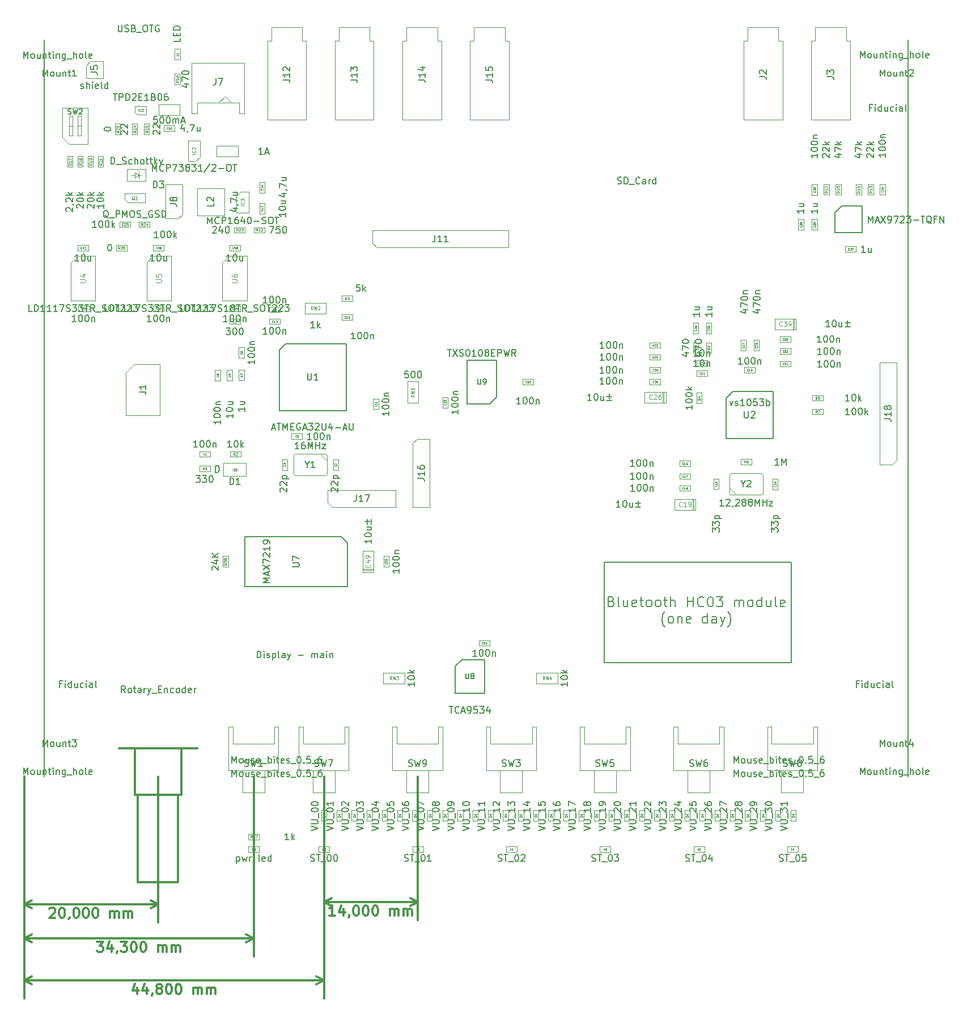
<source format=gbr>
G04 #@! TF.FileFunction,Other,Fab,Top*
%FSLAX46Y46*%
G04 Gerber Fmt 4.6, Leading zero omitted, Abs format (unit mm)*
G04 Created by KiCad (PCBNEW 4.0.7-e2-6376~58~ubuntu16.04.1) date Fri Nov 10 13:47:51 2017*
%MOMM*%
%LPD*%
G01*
G04 APERTURE LIST*
%ADD10C,0.100000*%
%ADD11C,0.200000*%
%ADD12C,0.300000*%
%ADD13C,0.150000*%
%ADD14C,0.075000*%
%ADD15C,0.105000*%
%ADD16C,0.062500*%
%ADD17C,0.120000*%
G04 APERTURE END LIST*
D10*
D11*
X87724929Y26173643D02*
X87939215Y26102214D01*
X88010643Y26030786D01*
X88082072Y25887929D01*
X88082072Y25673643D01*
X88010643Y25530786D01*
X87939215Y25459357D01*
X87796357Y25387929D01*
X87224929Y25387929D01*
X87224929Y26887929D01*
X87724929Y26887929D01*
X87867786Y26816500D01*
X87939215Y26745071D01*
X88010643Y26602214D01*
X88010643Y26459357D01*
X87939215Y26316500D01*
X87867786Y26245071D01*
X87724929Y26173643D01*
X87224929Y26173643D01*
X88939215Y25387929D02*
X88796357Y25459357D01*
X88724929Y25602214D01*
X88724929Y26887929D01*
X90153500Y26387929D02*
X90153500Y25387929D01*
X89510643Y26387929D02*
X89510643Y25602214D01*
X89582071Y25459357D01*
X89724929Y25387929D01*
X89939214Y25387929D01*
X90082071Y25459357D01*
X90153500Y25530786D01*
X91439214Y25459357D02*
X91296357Y25387929D01*
X91010643Y25387929D01*
X90867786Y25459357D01*
X90796357Y25602214D01*
X90796357Y26173643D01*
X90867786Y26316500D01*
X91010643Y26387929D01*
X91296357Y26387929D01*
X91439214Y26316500D01*
X91510643Y26173643D01*
X91510643Y26030786D01*
X90796357Y25887929D01*
X91939214Y26387929D02*
X92510643Y26387929D01*
X92153500Y26887929D02*
X92153500Y25602214D01*
X92224928Y25459357D01*
X92367786Y25387929D01*
X92510643Y25387929D01*
X93224929Y25387929D02*
X93082071Y25459357D01*
X93010643Y25530786D01*
X92939214Y25673643D01*
X92939214Y26102214D01*
X93010643Y26245071D01*
X93082071Y26316500D01*
X93224929Y26387929D01*
X93439214Y26387929D01*
X93582071Y26316500D01*
X93653500Y26245071D01*
X93724929Y26102214D01*
X93724929Y25673643D01*
X93653500Y25530786D01*
X93582071Y25459357D01*
X93439214Y25387929D01*
X93224929Y25387929D01*
X94582072Y25387929D02*
X94439214Y25459357D01*
X94367786Y25530786D01*
X94296357Y25673643D01*
X94296357Y26102214D01*
X94367786Y26245071D01*
X94439214Y26316500D01*
X94582072Y26387929D01*
X94796357Y26387929D01*
X94939214Y26316500D01*
X95010643Y26245071D01*
X95082072Y26102214D01*
X95082072Y25673643D01*
X95010643Y25530786D01*
X94939214Y25459357D01*
X94796357Y25387929D01*
X94582072Y25387929D01*
X95510643Y26387929D02*
X96082072Y26387929D01*
X95724929Y26887929D02*
X95724929Y25602214D01*
X95796357Y25459357D01*
X95939215Y25387929D01*
X96082072Y25387929D01*
X96582072Y25387929D02*
X96582072Y26887929D01*
X97224929Y25387929D02*
X97224929Y26173643D01*
X97153500Y26316500D01*
X97010643Y26387929D01*
X96796358Y26387929D01*
X96653500Y26316500D01*
X96582072Y26245071D01*
X99082072Y25387929D02*
X99082072Y26887929D01*
X99082072Y26173643D02*
X99939215Y26173643D01*
X99939215Y25387929D02*
X99939215Y26887929D01*
X101510644Y25530786D02*
X101439215Y25459357D01*
X101224929Y25387929D01*
X101082072Y25387929D01*
X100867787Y25459357D01*
X100724929Y25602214D01*
X100653501Y25745071D01*
X100582072Y26030786D01*
X100582072Y26245071D01*
X100653501Y26530786D01*
X100724929Y26673643D01*
X100867787Y26816500D01*
X101082072Y26887929D01*
X101224929Y26887929D01*
X101439215Y26816500D01*
X101510644Y26745071D01*
X102439215Y26887929D02*
X102582072Y26887929D01*
X102724929Y26816500D01*
X102796358Y26745071D01*
X102867787Y26602214D01*
X102939215Y26316500D01*
X102939215Y25959357D01*
X102867787Y25673643D01*
X102796358Y25530786D01*
X102724929Y25459357D01*
X102582072Y25387929D01*
X102439215Y25387929D01*
X102296358Y25459357D01*
X102224929Y25530786D01*
X102153501Y25673643D01*
X102082072Y25959357D01*
X102082072Y26316500D01*
X102153501Y26602214D01*
X102224929Y26745071D01*
X102296358Y26816500D01*
X102439215Y26887929D01*
X103439215Y26887929D02*
X104367786Y26887929D01*
X103867786Y26316500D01*
X104082072Y26316500D01*
X104224929Y26245071D01*
X104296358Y26173643D01*
X104367786Y26030786D01*
X104367786Y25673643D01*
X104296358Y25530786D01*
X104224929Y25459357D01*
X104082072Y25387929D01*
X103653500Y25387929D01*
X103510643Y25459357D01*
X103439215Y25530786D01*
X106153500Y25387929D02*
X106153500Y26387929D01*
X106153500Y26245071D02*
X106224928Y26316500D01*
X106367786Y26387929D01*
X106582071Y26387929D01*
X106724928Y26316500D01*
X106796357Y26173643D01*
X106796357Y25387929D01*
X106796357Y26173643D02*
X106867786Y26316500D01*
X107010643Y26387929D01*
X107224928Y26387929D01*
X107367786Y26316500D01*
X107439214Y26173643D01*
X107439214Y25387929D01*
X108367786Y25387929D02*
X108224928Y25459357D01*
X108153500Y25530786D01*
X108082071Y25673643D01*
X108082071Y26102214D01*
X108153500Y26245071D01*
X108224928Y26316500D01*
X108367786Y26387929D01*
X108582071Y26387929D01*
X108724928Y26316500D01*
X108796357Y26245071D01*
X108867786Y26102214D01*
X108867786Y25673643D01*
X108796357Y25530786D01*
X108724928Y25459357D01*
X108582071Y25387929D01*
X108367786Y25387929D01*
X110153500Y25387929D02*
X110153500Y26887929D01*
X110153500Y25459357D02*
X110010643Y25387929D01*
X109724929Y25387929D01*
X109582071Y25459357D01*
X109510643Y25530786D01*
X109439214Y25673643D01*
X109439214Y26102214D01*
X109510643Y26245071D01*
X109582071Y26316500D01*
X109724929Y26387929D01*
X110010643Y26387929D01*
X110153500Y26316500D01*
X111510643Y26387929D02*
X111510643Y25387929D01*
X110867786Y26387929D02*
X110867786Y25602214D01*
X110939214Y25459357D01*
X111082072Y25387929D01*
X111296357Y25387929D01*
X111439214Y25459357D01*
X111510643Y25530786D01*
X112439215Y25387929D02*
X112296357Y25459357D01*
X112224929Y25602214D01*
X112224929Y26887929D01*
X113582071Y25459357D02*
X113439214Y25387929D01*
X113153500Y25387929D01*
X113010643Y25459357D01*
X112939214Y25602214D01*
X112939214Y26173643D01*
X113010643Y26316500D01*
X113153500Y26387929D01*
X113439214Y26387929D01*
X113582071Y26316500D01*
X113653500Y26173643D01*
X113653500Y26030786D01*
X112939214Y25887929D01*
X95689214Y22366500D02*
X95617786Y22437929D01*
X95474929Y22652214D01*
X95403500Y22795071D01*
X95332071Y23009357D01*
X95260643Y23366500D01*
X95260643Y23652214D01*
X95332071Y24009357D01*
X95403500Y24223643D01*
X95474929Y24366500D01*
X95617786Y24580786D01*
X95689214Y24652214D01*
X96474929Y22937929D02*
X96332071Y23009357D01*
X96260643Y23080786D01*
X96189214Y23223643D01*
X96189214Y23652214D01*
X96260643Y23795071D01*
X96332071Y23866500D01*
X96474929Y23937929D01*
X96689214Y23937929D01*
X96832071Y23866500D01*
X96903500Y23795071D01*
X96974929Y23652214D01*
X96974929Y23223643D01*
X96903500Y23080786D01*
X96832071Y23009357D01*
X96689214Y22937929D01*
X96474929Y22937929D01*
X97617786Y23937929D02*
X97617786Y22937929D01*
X97617786Y23795071D02*
X97689214Y23866500D01*
X97832072Y23937929D01*
X98046357Y23937929D01*
X98189214Y23866500D01*
X98260643Y23723643D01*
X98260643Y22937929D01*
X99546357Y23009357D02*
X99403500Y22937929D01*
X99117786Y22937929D01*
X98974929Y23009357D01*
X98903500Y23152214D01*
X98903500Y23723643D01*
X98974929Y23866500D01*
X99117786Y23937929D01*
X99403500Y23937929D01*
X99546357Y23866500D01*
X99617786Y23723643D01*
X99617786Y23580786D01*
X98903500Y23437929D01*
X102046357Y22937929D02*
X102046357Y24437929D01*
X102046357Y23009357D02*
X101903500Y22937929D01*
X101617786Y22937929D01*
X101474928Y23009357D01*
X101403500Y23080786D01*
X101332071Y23223643D01*
X101332071Y23652214D01*
X101403500Y23795071D01*
X101474928Y23866500D01*
X101617786Y23937929D01*
X101903500Y23937929D01*
X102046357Y23866500D01*
X103403500Y22937929D02*
X103403500Y23723643D01*
X103332071Y23866500D01*
X103189214Y23937929D01*
X102903500Y23937929D01*
X102760643Y23866500D01*
X103403500Y23009357D02*
X103260643Y22937929D01*
X102903500Y22937929D01*
X102760643Y23009357D01*
X102689214Y23152214D01*
X102689214Y23295071D01*
X102760643Y23437929D01*
X102903500Y23509357D01*
X103260643Y23509357D01*
X103403500Y23580786D01*
X103974929Y23937929D02*
X104332072Y22937929D01*
X104689214Y23937929D02*
X104332072Y22937929D01*
X104189214Y22580786D01*
X104117786Y22509357D01*
X103974929Y22437929D01*
X105117786Y22366500D02*
X105189214Y22437929D01*
X105332071Y22652214D01*
X105403500Y22795071D01*
X105474929Y23009357D01*
X105546357Y23366500D01*
X105546357Y23652214D01*
X105474929Y24009357D01*
X105403500Y24223643D01*
X105332071Y24366500D01*
X105189214Y24580786D01*
X105117786Y24652214D01*
D12*
X46442858Y-20728571D02*
X45585715Y-20728571D01*
X46014287Y-20728571D02*
X46014287Y-19228571D01*
X45871430Y-19442857D01*
X45728572Y-19585714D01*
X45585715Y-19657143D01*
X47728572Y-19728571D02*
X47728572Y-20728571D01*
X47371429Y-19157143D02*
X47014286Y-20228571D01*
X47942858Y-20228571D01*
X48585714Y-20657143D02*
X48585714Y-20728571D01*
X48514286Y-20871429D01*
X48442857Y-20942857D01*
X49514286Y-19228571D02*
X49657143Y-19228571D01*
X49800000Y-19300000D01*
X49871429Y-19371429D01*
X49942858Y-19514286D01*
X50014286Y-19800000D01*
X50014286Y-20157143D01*
X49942858Y-20442857D01*
X49871429Y-20585714D01*
X49800000Y-20657143D01*
X49657143Y-20728571D01*
X49514286Y-20728571D01*
X49371429Y-20657143D01*
X49300000Y-20585714D01*
X49228572Y-20442857D01*
X49157143Y-20157143D01*
X49157143Y-19800000D01*
X49228572Y-19514286D01*
X49300000Y-19371429D01*
X49371429Y-19300000D01*
X49514286Y-19228571D01*
X50942857Y-19228571D02*
X51085714Y-19228571D01*
X51228571Y-19300000D01*
X51300000Y-19371429D01*
X51371429Y-19514286D01*
X51442857Y-19800000D01*
X51442857Y-20157143D01*
X51371429Y-20442857D01*
X51300000Y-20585714D01*
X51228571Y-20657143D01*
X51085714Y-20728571D01*
X50942857Y-20728571D01*
X50800000Y-20657143D01*
X50728571Y-20585714D01*
X50657143Y-20442857D01*
X50585714Y-20157143D01*
X50585714Y-19800000D01*
X50657143Y-19514286D01*
X50728571Y-19371429D01*
X50800000Y-19300000D01*
X50942857Y-19228571D01*
X52371428Y-19228571D02*
X52514285Y-19228571D01*
X52657142Y-19300000D01*
X52728571Y-19371429D01*
X52800000Y-19514286D01*
X52871428Y-19800000D01*
X52871428Y-20157143D01*
X52800000Y-20442857D01*
X52728571Y-20585714D01*
X52657142Y-20657143D01*
X52514285Y-20728571D01*
X52371428Y-20728571D01*
X52228571Y-20657143D01*
X52157142Y-20585714D01*
X52085714Y-20442857D01*
X52014285Y-20157143D01*
X52014285Y-19800000D01*
X52085714Y-19514286D01*
X52157142Y-19371429D01*
X52228571Y-19300000D01*
X52371428Y-19228571D01*
X54657142Y-20728571D02*
X54657142Y-19728571D01*
X54657142Y-19871429D02*
X54728570Y-19800000D01*
X54871428Y-19728571D01*
X55085713Y-19728571D01*
X55228570Y-19800000D01*
X55299999Y-19942857D01*
X55299999Y-20728571D01*
X55299999Y-19942857D02*
X55371428Y-19800000D01*
X55514285Y-19728571D01*
X55728570Y-19728571D01*
X55871428Y-19800000D01*
X55942856Y-19942857D01*
X55942856Y-20728571D01*
X56657142Y-20728571D02*
X56657142Y-19728571D01*
X56657142Y-19871429D02*
X56728570Y-19800000D01*
X56871428Y-19728571D01*
X57085713Y-19728571D01*
X57228570Y-19800000D01*
X57299999Y-19942857D01*
X57299999Y-20728571D01*
X57299999Y-19942857D02*
X57371428Y-19800000D01*
X57514285Y-19728571D01*
X57728570Y-19728571D01*
X57871428Y-19800000D01*
X57942856Y-19942857D01*
X57942856Y-20728571D01*
X58800000Y-18700000D02*
X44800000Y-18700000D01*
X58800000Y0D02*
X58800000Y-21400000D01*
X44800000Y0D02*
X44800000Y-21400000D01*
X44800000Y-18700000D02*
X45926504Y-18113579D01*
X44800000Y-18700000D02*
X45926504Y-19286421D01*
X58800000Y-18700000D02*
X57673496Y-18113579D01*
X58800000Y-18700000D02*
X57673496Y-19286421D01*
X16900001Y-31428571D02*
X16900001Y-32428571D01*
X16542858Y-30857143D02*
X16185715Y-31928571D01*
X17114287Y-31928571D01*
X18328572Y-31428571D02*
X18328572Y-32428571D01*
X17971429Y-30857143D02*
X17614286Y-31928571D01*
X18542858Y-31928571D01*
X19185714Y-32357143D02*
X19185714Y-32428571D01*
X19114286Y-32571429D01*
X19042857Y-32642857D01*
X20042858Y-31571429D02*
X19900000Y-31500000D01*
X19828572Y-31428571D01*
X19757143Y-31285714D01*
X19757143Y-31214286D01*
X19828572Y-31071429D01*
X19900000Y-31000000D01*
X20042858Y-30928571D01*
X20328572Y-30928571D01*
X20471429Y-31000000D01*
X20542858Y-31071429D01*
X20614286Y-31214286D01*
X20614286Y-31285714D01*
X20542858Y-31428571D01*
X20471429Y-31500000D01*
X20328572Y-31571429D01*
X20042858Y-31571429D01*
X19900000Y-31642857D01*
X19828572Y-31714286D01*
X19757143Y-31857143D01*
X19757143Y-32142857D01*
X19828572Y-32285714D01*
X19900000Y-32357143D01*
X20042858Y-32428571D01*
X20328572Y-32428571D01*
X20471429Y-32357143D01*
X20542858Y-32285714D01*
X20614286Y-32142857D01*
X20614286Y-31857143D01*
X20542858Y-31714286D01*
X20471429Y-31642857D01*
X20328572Y-31571429D01*
X21542857Y-30928571D02*
X21685714Y-30928571D01*
X21828571Y-31000000D01*
X21900000Y-31071429D01*
X21971429Y-31214286D01*
X22042857Y-31500000D01*
X22042857Y-31857143D01*
X21971429Y-32142857D01*
X21900000Y-32285714D01*
X21828571Y-32357143D01*
X21685714Y-32428571D01*
X21542857Y-32428571D01*
X21400000Y-32357143D01*
X21328571Y-32285714D01*
X21257143Y-32142857D01*
X21185714Y-31857143D01*
X21185714Y-31500000D01*
X21257143Y-31214286D01*
X21328571Y-31071429D01*
X21400000Y-31000000D01*
X21542857Y-30928571D01*
X22971428Y-30928571D02*
X23114285Y-30928571D01*
X23257142Y-31000000D01*
X23328571Y-31071429D01*
X23400000Y-31214286D01*
X23471428Y-31500000D01*
X23471428Y-31857143D01*
X23400000Y-32142857D01*
X23328571Y-32285714D01*
X23257142Y-32357143D01*
X23114285Y-32428571D01*
X22971428Y-32428571D01*
X22828571Y-32357143D01*
X22757142Y-32285714D01*
X22685714Y-32142857D01*
X22614285Y-31857143D01*
X22614285Y-31500000D01*
X22685714Y-31214286D01*
X22757142Y-31071429D01*
X22828571Y-31000000D01*
X22971428Y-30928571D01*
X25257142Y-32428571D02*
X25257142Y-31428571D01*
X25257142Y-31571429D02*
X25328570Y-31500000D01*
X25471428Y-31428571D01*
X25685713Y-31428571D01*
X25828570Y-31500000D01*
X25899999Y-31642857D01*
X25899999Y-32428571D01*
X25899999Y-31642857D02*
X25971428Y-31500000D01*
X26114285Y-31428571D01*
X26328570Y-31428571D01*
X26471428Y-31500000D01*
X26542856Y-31642857D01*
X26542856Y-32428571D01*
X27257142Y-32428571D02*
X27257142Y-31428571D01*
X27257142Y-31571429D02*
X27328570Y-31500000D01*
X27471428Y-31428571D01*
X27685713Y-31428571D01*
X27828570Y-31500000D01*
X27899999Y-31642857D01*
X27899999Y-32428571D01*
X27899999Y-31642857D02*
X27971428Y-31500000D01*
X28114285Y-31428571D01*
X28328570Y-31428571D01*
X28471428Y-31500000D01*
X28542856Y-31642857D01*
X28542856Y-32428571D01*
X0Y-30400000D02*
X44800000Y-30400000D01*
X0Y0D02*
X0Y-33100000D01*
X44800000Y0D02*
X44800000Y-33100000D01*
X44800000Y-30400000D02*
X43673496Y-30986421D01*
X44800000Y-30400000D02*
X43673496Y-29813579D01*
X0Y-30400000D02*
X1126504Y-30986421D01*
X0Y-30400000D02*
X1126504Y-29813579D01*
X10864287Y-24628571D02*
X11792858Y-24628571D01*
X11292858Y-25200000D01*
X11507144Y-25200000D01*
X11650001Y-25271429D01*
X11721430Y-25342857D01*
X11792858Y-25485714D01*
X11792858Y-25842857D01*
X11721430Y-25985714D01*
X11650001Y-26057143D01*
X11507144Y-26128571D01*
X11078572Y-26128571D01*
X10935715Y-26057143D01*
X10864287Y-25985714D01*
X13078572Y-25128571D02*
X13078572Y-26128571D01*
X12721429Y-24557143D02*
X12364286Y-25628571D01*
X13292858Y-25628571D01*
X13935714Y-26057143D02*
X13935714Y-26128571D01*
X13864286Y-26271429D01*
X13792857Y-26342857D01*
X14435715Y-24628571D02*
X15364286Y-24628571D01*
X14864286Y-25200000D01*
X15078572Y-25200000D01*
X15221429Y-25271429D01*
X15292858Y-25342857D01*
X15364286Y-25485714D01*
X15364286Y-25842857D01*
X15292858Y-25985714D01*
X15221429Y-26057143D01*
X15078572Y-26128571D01*
X14650000Y-26128571D01*
X14507143Y-26057143D01*
X14435715Y-25985714D01*
X16292857Y-24628571D02*
X16435714Y-24628571D01*
X16578571Y-24700000D01*
X16650000Y-24771429D01*
X16721429Y-24914286D01*
X16792857Y-25200000D01*
X16792857Y-25557143D01*
X16721429Y-25842857D01*
X16650000Y-25985714D01*
X16578571Y-26057143D01*
X16435714Y-26128571D01*
X16292857Y-26128571D01*
X16150000Y-26057143D01*
X16078571Y-25985714D01*
X16007143Y-25842857D01*
X15935714Y-25557143D01*
X15935714Y-25200000D01*
X16007143Y-24914286D01*
X16078571Y-24771429D01*
X16150000Y-24700000D01*
X16292857Y-24628571D01*
X17721428Y-24628571D02*
X17864285Y-24628571D01*
X18007142Y-24700000D01*
X18078571Y-24771429D01*
X18150000Y-24914286D01*
X18221428Y-25200000D01*
X18221428Y-25557143D01*
X18150000Y-25842857D01*
X18078571Y-25985714D01*
X18007142Y-26057143D01*
X17864285Y-26128571D01*
X17721428Y-26128571D01*
X17578571Y-26057143D01*
X17507142Y-25985714D01*
X17435714Y-25842857D01*
X17364285Y-25557143D01*
X17364285Y-25200000D01*
X17435714Y-24914286D01*
X17507142Y-24771429D01*
X17578571Y-24700000D01*
X17721428Y-24628571D01*
X20007142Y-26128571D02*
X20007142Y-25128571D01*
X20007142Y-25271429D02*
X20078570Y-25200000D01*
X20221428Y-25128571D01*
X20435713Y-25128571D01*
X20578570Y-25200000D01*
X20649999Y-25342857D01*
X20649999Y-26128571D01*
X20649999Y-25342857D02*
X20721428Y-25200000D01*
X20864285Y-25128571D01*
X21078570Y-25128571D01*
X21221428Y-25200000D01*
X21292856Y-25342857D01*
X21292856Y-26128571D01*
X22007142Y-26128571D02*
X22007142Y-25128571D01*
X22007142Y-25271429D02*
X22078570Y-25200000D01*
X22221428Y-25128571D01*
X22435713Y-25128571D01*
X22578570Y-25200000D01*
X22649999Y-25342857D01*
X22649999Y-26128571D01*
X22649999Y-25342857D02*
X22721428Y-25200000D01*
X22864285Y-25128571D01*
X23078570Y-25128571D01*
X23221428Y-25200000D01*
X23292856Y-25342857D01*
X23292856Y-26128571D01*
X0Y-24100000D02*
X34300000Y-24100000D01*
X0Y0D02*
X0Y-26800000D01*
X34300000Y0D02*
X34300000Y-26800000D01*
X34300000Y-24100000D02*
X33173496Y-24686421D01*
X34300000Y-24100000D02*
X33173496Y-23513579D01*
X0Y-24100000D02*
X1126504Y-24686421D01*
X0Y-24100000D02*
X1126504Y-23513579D01*
X3785715Y-19671429D02*
X3857144Y-19600000D01*
X4000001Y-19528571D01*
X4357144Y-19528571D01*
X4500001Y-19600000D01*
X4571430Y-19671429D01*
X4642858Y-19814286D01*
X4642858Y-19957143D01*
X4571430Y-20171429D01*
X3714287Y-21028571D01*
X4642858Y-21028571D01*
X5571429Y-19528571D02*
X5714286Y-19528571D01*
X5857143Y-19600000D01*
X5928572Y-19671429D01*
X6000001Y-19814286D01*
X6071429Y-20100000D01*
X6071429Y-20457143D01*
X6000001Y-20742857D01*
X5928572Y-20885714D01*
X5857143Y-20957143D01*
X5714286Y-21028571D01*
X5571429Y-21028571D01*
X5428572Y-20957143D01*
X5357143Y-20885714D01*
X5285715Y-20742857D01*
X5214286Y-20457143D01*
X5214286Y-20100000D01*
X5285715Y-19814286D01*
X5357143Y-19671429D01*
X5428572Y-19600000D01*
X5571429Y-19528571D01*
X6785714Y-20957143D02*
X6785714Y-21028571D01*
X6714286Y-21171429D01*
X6642857Y-21242857D01*
X7714286Y-19528571D02*
X7857143Y-19528571D01*
X8000000Y-19600000D01*
X8071429Y-19671429D01*
X8142858Y-19814286D01*
X8214286Y-20100000D01*
X8214286Y-20457143D01*
X8142858Y-20742857D01*
X8071429Y-20885714D01*
X8000000Y-20957143D01*
X7857143Y-21028571D01*
X7714286Y-21028571D01*
X7571429Y-20957143D01*
X7500000Y-20885714D01*
X7428572Y-20742857D01*
X7357143Y-20457143D01*
X7357143Y-20100000D01*
X7428572Y-19814286D01*
X7500000Y-19671429D01*
X7571429Y-19600000D01*
X7714286Y-19528571D01*
X9142857Y-19528571D02*
X9285714Y-19528571D01*
X9428571Y-19600000D01*
X9500000Y-19671429D01*
X9571429Y-19814286D01*
X9642857Y-20100000D01*
X9642857Y-20457143D01*
X9571429Y-20742857D01*
X9500000Y-20885714D01*
X9428571Y-20957143D01*
X9285714Y-21028571D01*
X9142857Y-21028571D01*
X9000000Y-20957143D01*
X8928571Y-20885714D01*
X8857143Y-20742857D01*
X8785714Y-20457143D01*
X8785714Y-20100000D01*
X8857143Y-19814286D01*
X8928571Y-19671429D01*
X9000000Y-19600000D01*
X9142857Y-19528571D01*
X10571428Y-19528571D02*
X10714285Y-19528571D01*
X10857142Y-19600000D01*
X10928571Y-19671429D01*
X11000000Y-19814286D01*
X11071428Y-20100000D01*
X11071428Y-20457143D01*
X11000000Y-20742857D01*
X10928571Y-20885714D01*
X10857142Y-20957143D01*
X10714285Y-21028571D01*
X10571428Y-21028571D01*
X10428571Y-20957143D01*
X10357142Y-20885714D01*
X10285714Y-20742857D01*
X10214285Y-20457143D01*
X10214285Y-20100000D01*
X10285714Y-19814286D01*
X10357142Y-19671429D01*
X10428571Y-19600000D01*
X10571428Y-19528571D01*
X12857142Y-21028571D02*
X12857142Y-20028571D01*
X12857142Y-20171429D02*
X12928570Y-20100000D01*
X13071428Y-20028571D01*
X13285713Y-20028571D01*
X13428570Y-20100000D01*
X13499999Y-20242857D01*
X13499999Y-21028571D01*
X13499999Y-20242857D02*
X13571428Y-20100000D01*
X13714285Y-20028571D01*
X13928570Y-20028571D01*
X14071428Y-20100000D01*
X14142856Y-20242857D01*
X14142856Y-21028571D01*
X14857142Y-21028571D02*
X14857142Y-20028571D01*
X14857142Y-20171429D02*
X14928570Y-20100000D01*
X15071428Y-20028571D01*
X15285713Y-20028571D01*
X15428570Y-20100000D01*
X15499999Y-20242857D01*
X15499999Y-21028571D01*
X15499999Y-20242857D02*
X15571428Y-20100000D01*
X15714285Y-20028571D01*
X15928570Y-20028571D01*
X16071428Y-20100000D01*
X16142856Y-20242857D01*
X16142856Y-21028571D01*
X0Y-19000000D02*
X20000000Y-19000000D01*
X0Y0D02*
X0Y-21700000D01*
X20000000Y0D02*
X20000000Y-21700000D01*
X20000000Y-19000000D02*
X18873496Y-19586421D01*
X20000000Y-19000000D02*
X18873496Y-18413579D01*
X0Y-19000000D02*
X1126504Y-19586421D01*
X0Y-19000000D02*
X1126504Y-18413579D01*
D11*
X86617500Y32015500D02*
X86617500Y17015500D01*
X114617500Y32015500D02*
X86617500Y32015500D01*
X114617500Y17015500D02*
X114617500Y32015500D01*
X86617500Y17015500D02*
X114617500Y17015500D01*
X132000000Y0D02*
X132000000Y110000000D01*
X3000000Y110000000D02*
X3000000Y0D01*
D12*
X17000000Y-15700000D02*
X17000000Y-2700000D01*
X23000000Y-15700000D02*
X17000000Y-15700000D01*
X23000000Y-2700000D02*
X23000000Y-15700000D01*
X16500000Y-2700000D02*
X16500000Y4300000D01*
X23500000Y-2700000D02*
X16500000Y-2700000D01*
X23500000Y4300000D02*
X23500000Y-2700000D01*
X25850000Y4300000D02*
X14150000Y4300000D01*
D10*
X27809500Y47746000D02*
X26209500Y47746000D01*
X26209500Y47746000D02*
X26209500Y48546000D01*
X26209500Y48546000D02*
X27809500Y48546000D01*
X27809500Y48546000D02*
X27809500Y47746000D01*
X46931500Y47362000D02*
X46931500Y45762000D01*
X46931500Y45762000D02*
X46131500Y45762000D01*
X46131500Y45762000D02*
X46131500Y47362000D01*
X46131500Y47362000D02*
X46931500Y47362000D01*
X38511500Y45786000D02*
X38511500Y47386000D01*
X38511500Y47386000D02*
X39311500Y47386000D01*
X39311500Y47386000D02*
X39311500Y45786000D01*
X39311500Y45786000D02*
X38511500Y45786000D01*
X31080500Y60745000D02*
X31080500Y59145000D01*
X31080500Y59145000D02*
X30280500Y59145000D01*
X30280500Y59145000D02*
X30280500Y60745000D01*
X30280500Y60745000D02*
X31080500Y60745000D01*
X29302500Y60745000D02*
X29302500Y59145000D01*
X29302500Y59145000D02*
X28502500Y59145000D01*
X28502500Y59145000D02*
X28502500Y60745000D01*
X28502500Y60745000D02*
X29302500Y60745000D01*
X32058500Y59169000D02*
X32058500Y60769000D01*
X32058500Y60769000D02*
X32858500Y60769000D01*
X32858500Y60769000D02*
X32858500Y59169000D01*
X32858500Y59169000D02*
X32058500Y59169000D01*
X36623500Y70136000D02*
X38223500Y70136000D01*
X38223500Y70136000D02*
X38223500Y69336000D01*
X38223500Y69336000D02*
X36623500Y69336000D01*
X36623500Y69336000D02*
X36623500Y70136000D01*
X41525500Y50413000D02*
X39925500Y50413000D01*
X39925500Y50413000D02*
X39925500Y51213000D01*
X39925500Y51213000D02*
X41525500Y51213000D01*
X41525500Y51213000D02*
X41525500Y50413000D01*
X49018500Y68193000D02*
X47418500Y68193000D01*
X47418500Y68193000D02*
X47418500Y68993000D01*
X47418500Y68993000D02*
X49018500Y68993000D01*
X49018500Y68993000D02*
X49018500Y68193000D01*
X52124500Y54851000D02*
X52124500Y56451000D01*
X52124500Y56451000D02*
X52924500Y56451000D01*
X52924500Y56451000D02*
X52924500Y54851000D01*
X52924500Y54851000D02*
X52124500Y54851000D01*
X36599500Y68358000D02*
X38199500Y68358000D01*
X38199500Y68358000D02*
X38199500Y67558000D01*
X38199500Y67558000D02*
X36599500Y67558000D01*
X36599500Y67558000D02*
X36599500Y68358000D01*
X102988000Y42913000D02*
X102988000Y44513000D01*
X102988000Y44513000D02*
X103788000Y44513000D01*
X103788000Y44513000D02*
X103788000Y42913000D01*
X103788000Y42913000D02*
X102988000Y42913000D01*
X112551000Y44501000D02*
X112551000Y42901000D01*
X112551000Y42901000D02*
X111751000Y42901000D01*
X111751000Y42901000D02*
X111751000Y44501000D01*
X111751000Y44501000D02*
X112551000Y44501000D01*
X107529000Y61119000D02*
X109129000Y61119000D01*
X109129000Y61119000D02*
X109129000Y60319000D01*
X109129000Y60319000D02*
X107529000Y60319000D01*
X107529000Y60319000D02*
X107529000Y61119000D01*
X99477000Y46349000D02*
X97877000Y46349000D01*
X97877000Y46349000D02*
X97877000Y47149000D01*
X97877000Y47149000D02*
X99477000Y47149000D01*
X99477000Y47149000D02*
X99477000Y46349000D01*
X99477000Y44444000D02*
X97877000Y44444000D01*
X97877000Y44444000D02*
X97877000Y45244000D01*
X97877000Y45244000D02*
X99477000Y45244000D01*
X99477000Y45244000D02*
X99477000Y44444000D01*
X99477000Y42666000D02*
X97877000Y42666000D01*
X97877000Y42666000D02*
X97877000Y43466000D01*
X97877000Y43466000D02*
X99477000Y43466000D01*
X99477000Y43466000D02*
X99477000Y42666000D01*
X100311000Y39853000D02*
X100311000Y41453000D01*
X100311000Y41453000D02*
X97111000Y41453000D01*
X97111000Y41453000D02*
X97111000Y39853000D01*
X97111000Y39853000D02*
X100311000Y39853000D01*
X99991000Y39853000D02*
X99991000Y41453000D01*
X99831000Y39853000D02*
X99831000Y41453000D01*
X102041000Y61335000D02*
X100441000Y61335000D01*
X100441000Y61335000D02*
X100441000Y62135000D01*
X100441000Y62135000D02*
X102041000Y62135000D01*
X102041000Y62135000D02*
X102041000Y61335000D01*
X102041000Y59811000D02*
X100441000Y59811000D01*
X100441000Y59811000D02*
X100441000Y60611000D01*
X100441000Y60611000D02*
X102041000Y60611000D01*
X102041000Y60611000D02*
X102041000Y59811000D01*
X95056000Y64002000D02*
X93456000Y64002000D01*
X93456000Y64002000D02*
X93456000Y64802000D01*
X93456000Y64802000D02*
X95056000Y64802000D01*
X95056000Y64802000D02*
X95056000Y64002000D01*
X95056000Y62224000D02*
X93456000Y62224000D01*
X93456000Y62224000D02*
X93456000Y63024000D01*
X93456000Y63024000D02*
X95056000Y63024000D01*
X95056000Y63024000D02*
X95056000Y62224000D01*
X95056000Y60319000D02*
X93456000Y60319000D01*
X93456000Y60319000D02*
X93456000Y61119000D01*
X93456000Y61119000D02*
X95056000Y61119000D01*
X95056000Y61119000D02*
X95056000Y60319000D01*
X95056000Y58541000D02*
X93456000Y58541000D01*
X93456000Y58541000D02*
X93456000Y59341000D01*
X93456000Y59341000D02*
X95056000Y59341000D01*
X95056000Y59341000D02*
X95056000Y58541000D01*
X95866000Y55855000D02*
X95866000Y57455000D01*
X95866000Y57455000D02*
X92666000Y57455000D01*
X92666000Y57455000D02*
X92666000Y55855000D01*
X92666000Y55855000D02*
X95866000Y55855000D01*
X95546000Y55855000D02*
X95546000Y57455000D01*
X95386000Y55855000D02*
X95386000Y57455000D01*
X107852000Y65202000D02*
X107852000Y63602000D01*
X107852000Y63602000D02*
X107052000Y63602000D01*
X107052000Y63602000D02*
X107052000Y65202000D01*
X107052000Y65202000D02*
X107852000Y65202000D01*
X109757000Y65190000D02*
X109757000Y63590000D01*
X109757000Y63590000D02*
X108957000Y63590000D01*
X108957000Y63590000D02*
X108957000Y65190000D01*
X108957000Y65190000D02*
X109757000Y65190000D01*
X99940000Y66154000D02*
X99940000Y67754000D01*
X99940000Y67754000D02*
X100740000Y67754000D01*
X100740000Y67754000D02*
X100740000Y66154000D01*
X100740000Y66154000D02*
X99940000Y66154000D01*
X101845000Y66154000D02*
X101845000Y67754000D01*
X101845000Y67754000D02*
X102645000Y67754000D01*
X102645000Y67754000D02*
X102645000Y66154000D01*
X102645000Y66154000D02*
X101845000Y66154000D01*
X114487000Y61208000D02*
X112887000Y61208000D01*
X112887000Y61208000D02*
X112887000Y62008000D01*
X112887000Y62008000D02*
X114487000Y62008000D01*
X114487000Y62008000D02*
X114487000Y61208000D01*
X114463000Y63113000D02*
X112863000Y63113000D01*
X112863000Y63113000D02*
X112863000Y63913000D01*
X112863000Y63913000D02*
X114463000Y63913000D01*
X114463000Y63913000D02*
X114463000Y63113000D01*
X114463000Y64891000D02*
X112863000Y64891000D01*
X112863000Y64891000D02*
X112863000Y65691000D01*
X112863000Y65691000D02*
X114463000Y65691000D01*
X114463000Y65691000D02*
X114463000Y64891000D01*
X115297000Y66777000D02*
X115297000Y68377000D01*
X115297000Y68377000D02*
X112097000Y68377000D01*
X112097000Y68377000D02*
X112097000Y66777000D01*
X112097000Y66777000D02*
X115297000Y66777000D01*
X114977000Y66777000D02*
X114977000Y68377000D01*
X114817000Y66777000D02*
X114817000Y68377000D01*
X115624500Y81648000D02*
X115624500Y83248000D01*
X115624500Y83248000D02*
X116424500Y83248000D01*
X116424500Y83248000D02*
X116424500Y81648000D01*
X116424500Y81648000D02*
X115624500Y81648000D01*
X118456500Y83248000D02*
X118456500Y81648000D01*
X118456500Y81648000D02*
X117656500Y81648000D01*
X117656500Y81648000D02*
X117656500Y83248000D01*
X117656500Y83248000D02*
X118456500Y83248000D01*
X122653300Y79153000D02*
X124253300Y79153000D01*
X124253300Y79153000D02*
X124253300Y78353000D01*
X124253300Y78353000D02*
X122653300Y78353000D01*
X122653300Y78353000D02*
X122653300Y79153000D01*
X118456500Y88431000D02*
X118456500Y86831000D01*
X118456500Y86831000D02*
X117656500Y86831000D01*
X117656500Y86831000D02*
X117656500Y88431000D01*
X117656500Y88431000D02*
X118456500Y88431000D01*
X128616500Y88455000D02*
X128616500Y86855000D01*
X128616500Y86855000D02*
X127816500Y86855000D01*
X127816500Y86855000D02*
X127816500Y88455000D01*
X127816500Y88455000D02*
X128616500Y88455000D01*
X22463500Y96387000D02*
X20863500Y96387000D01*
X20863500Y96387000D02*
X20863500Y97187000D01*
X20863500Y97187000D02*
X22463500Y97187000D01*
X22463500Y97187000D02*
X22463500Y96387000D01*
X35133600Y87161200D02*
X35133600Y88761200D01*
X35133600Y88761200D02*
X35933600Y88761200D01*
X35933600Y88761200D02*
X35933600Y87161200D01*
X35933600Y87161200D02*
X35133600Y87161200D01*
X35933600Y85610200D02*
X35933600Y84010200D01*
X35933600Y84010200D02*
X35133600Y84010200D01*
X35133600Y84010200D02*
X35133600Y85610200D01*
X35133600Y85610200D02*
X35933600Y85610200D01*
X50575000Y30525000D02*
X52175000Y30525000D01*
X52175000Y30525000D02*
X52175000Y33725000D01*
X52175000Y33725000D02*
X50575000Y33725000D01*
X50575000Y33725000D02*
X50575000Y30525000D01*
X50575000Y30845000D02*
X52175000Y30845000D01*
X50575000Y31005000D02*
X52175000Y31005000D01*
X53675000Y31325000D02*
X53675000Y32925000D01*
X53675000Y32925000D02*
X54475000Y32925000D01*
X54475000Y32925000D02*
X54475000Y31325000D01*
X54475000Y31325000D02*
X53675000Y31325000D01*
X67917000Y20352000D02*
X69517000Y20352000D01*
X69517000Y20352000D02*
X69517000Y19552000D01*
X69517000Y19552000D02*
X67917000Y19552000D01*
X67917000Y19552000D02*
X67917000Y20352000D01*
X74457500Y59341000D02*
X76057500Y59341000D01*
X76057500Y59341000D02*
X76057500Y58541000D01*
X76057500Y58541000D02*
X74457500Y58541000D01*
X74457500Y58541000D02*
X74457500Y59341000D01*
X62475000Y55093000D02*
X62475000Y56693000D01*
X62475000Y56693000D02*
X63275000Y56693000D01*
X63275000Y56693000D02*
X63275000Y55093000D01*
X63275000Y55093000D02*
X62475000Y55093000D01*
X31720500Y45606000D02*
X31720500Y46114000D01*
X31339500Y45860000D02*
X31085500Y45860000D01*
X31720500Y45860000D02*
X31974500Y45860000D01*
X31339500Y46114000D02*
X31720500Y45860000D01*
X31339500Y45606000D02*
X31339500Y46114000D01*
X31720500Y45860000D02*
X31339500Y45606000D01*
X33166500Y46810000D02*
X33166500Y44910000D01*
X29766500Y46810000D02*
X33166500Y46810000D01*
X29766500Y44910000D02*
X29766500Y46810000D01*
X33166500Y44910000D02*
X29766500Y44910000D01*
X22705500Y107636000D02*
X23105500Y107636000D01*
X22905500Y107686000D02*
X22705500Y107986000D01*
X23105500Y107986000D02*
X22905500Y107686000D01*
X22705500Y107986000D02*
X23105500Y107986000D01*
X23305500Y108636000D02*
X23305500Y107036000D01*
X22505500Y108636000D02*
X23305500Y108636000D01*
X22505500Y107036000D02*
X22505500Y108636000D01*
X23305500Y107036000D02*
X22505500Y107036000D01*
X16513000Y89802000D02*
X16013000Y89802000D01*
X16513000Y90202000D02*
X17113000Y89802000D01*
X16513000Y89402000D02*
X16513000Y90202000D01*
X17113000Y89802000D02*
X16513000Y89402000D01*
X17113000Y89802000D02*
X17113000Y90352000D01*
X17113000Y89802000D02*
X17113000Y89252000D01*
X17513000Y89802000D02*
X17113000Y89802000D01*
X18163000Y90702000D02*
X18163000Y88902000D01*
X15363000Y90702000D02*
X18163000Y90702000D01*
X15363000Y88902000D02*
X15363000Y90702000D01*
X18163000Y88902000D02*
X15363000Y88902000D01*
X34100000Y-10600000D02*
X34100000Y-11000000D01*
X34150000Y-10800000D02*
X34450000Y-10600000D01*
X34450000Y-11000000D02*
X34150000Y-10800000D01*
X34450000Y-10600000D02*
X34450000Y-11000000D01*
X35100000Y-11200000D02*
X33500000Y-11200000D01*
X35100000Y-10400000D02*
X35100000Y-11200000D01*
X33500000Y-10400000D02*
X35100000Y-10400000D01*
X33500000Y-11200000D02*
X33500000Y-10400000D01*
X45000000Y-5600000D02*
X44600000Y-5600000D01*
X44800000Y-5650000D02*
X45000000Y-5950000D01*
X44600000Y-5950000D02*
X44800000Y-5650000D01*
X45000000Y-5950000D02*
X44600000Y-5950000D01*
X44400000Y-6600000D02*
X44400000Y-5000000D01*
X45200000Y-6600000D02*
X44400000Y-6600000D01*
X45200000Y-5000000D02*
X45200000Y-6600000D01*
X44400000Y-5000000D02*
X45200000Y-5000000D01*
X47260000Y-5600000D02*
X46860000Y-5600000D01*
X47060000Y-5650000D02*
X47260000Y-5950000D01*
X46860000Y-5950000D02*
X47060000Y-5650000D01*
X47260000Y-5950000D02*
X46860000Y-5950000D01*
X46660000Y-6600000D02*
X46660000Y-5000000D01*
X47460000Y-6600000D02*
X46660000Y-6600000D01*
X47460000Y-5000000D02*
X47460000Y-6600000D01*
X46660000Y-5000000D02*
X47460000Y-5000000D01*
X49520000Y-5600000D02*
X49120000Y-5600000D01*
X49320000Y-5650000D02*
X49520000Y-5950000D01*
X49120000Y-5950000D02*
X49320000Y-5650000D01*
X49520000Y-5950000D02*
X49120000Y-5950000D01*
X48920000Y-6600000D02*
X48920000Y-5000000D01*
X49720000Y-6600000D02*
X48920000Y-6600000D01*
X49720000Y-5000000D02*
X49720000Y-6600000D01*
X48920000Y-5000000D02*
X49720000Y-5000000D01*
X51779999Y-5600000D02*
X51379999Y-5600000D01*
X51579999Y-5650000D02*
X51779999Y-5950000D01*
X51379999Y-5950000D02*
X51579999Y-5650000D01*
X51779999Y-5950000D02*
X51379999Y-5950000D01*
X51179999Y-6600000D02*
X51179999Y-5000000D01*
X51979999Y-6600000D02*
X51179999Y-6600000D01*
X51979999Y-5000000D02*
X51979999Y-6600000D01*
X51179999Y-5000000D02*
X51979999Y-5000000D01*
X54040000Y-5600000D02*
X53640000Y-5600000D01*
X53840000Y-5650000D02*
X54040000Y-5950000D01*
X53640000Y-5950000D02*
X53840000Y-5650000D01*
X54040000Y-5950000D02*
X53640000Y-5950000D01*
X53440000Y-6600000D02*
X53440000Y-5000000D01*
X54240000Y-6600000D02*
X53440000Y-6600000D01*
X54240000Y-5000000D02*
X54240000Y-6600000D01*
X53440000Y-5000000D02*
X54240000Y-5000000D01*
X56300000Y-5600000D02*
X55900000Y-5600000D01*
X56100000Y-5650000D02*
X56300000Y-5950000D01*
X55900000Y-5950000D02*
X56100000Y-5650000D01*
X56300000Y-5950000D02*
X55900000Y-5950000D01*
X55700000Y-6600000D02*
X55700000Y-5000000D01*
X56500000Y-6600000D02*
X55700000Y-6600000D01*
X56500000Y-5000000D02*
X56500000Y-6600000D01*
X55700000Y-5000000D02*
X56500000Y-5000000D01*
X58560000Y-5600000D02*
X58160000Y-5600000D01*
X58360000Y-5650000D02*
X58560000Y-5950000D01*
X58160000Y-5950000D02*
X58360000Y-5650000D01*
X58560000Y-5950000D02*
X58160000Y-5950000D01*
X57960000Y-6600000D02*
X57960000Y-5000000D01*
X58760000Y-6600000D02*
X57960000Y-6600000D01*
X58760000Y-5000000D02*
X58760000Y-6600000D01*
X57960000Y-5000000D02*
X58760000Y-5000000D01*
X60820000Y-5600000D02*
X60420000Y-5600000D01*
X60620000Y-5650000D02*
X60820000Y-5950000D01*
X60420000Y-5950000D02*
X60620000Y-5650000D01*
X60820000Y-5950000D02*
X60420000Y-5950000D01*
X60220000Y-6600000D02*
X60220000Y-5000000D01*
X61020000Y-6600000D02*
X60220000Y-6600000D01*
X61020000Y-5000000D02*
X61020000Y-6600000D01*
X60220000Y-5000000D02*
X61020000Y-5000000D01*
X63080000Y-5600000D02*
X62680000Y-5600000D01*
X62880000Y-5650000D02*
X63080000Y-5950000D01*
X62680000Y-5950000D02*
X62880000Y-5650000D01*
X63080000Y-5950000D02*
X62680000Y-5950000D01*
X62480000Y-6600000D02*
X62480000Y-5000000D01*
X63280000Y-6600000D02*
X62480000Y-6600000D01*
X63280000Y-5000000D02*
X63280000Y-6600000D01*
X62480000Y-5000000D02*
X63280000Y-5000000D01*
X65340000Y-5600000D02*
X64940000Y-5600000D01*
X65140000Y-5650000D02*
X65340000Y-5950000D01*
X64940000Y-5950000D02*
X65140000Y-5650000D01*
X65340000Y-5950000D02*
X64940000Y-5950000D01*
X64740000Y-6600000D02*
X64740000Y-5000000D01*
X65540000Y-6600000D02*
X64740000Y-6600000D01*
X65540000Y-5000000D02*
X65540000Y-6600000D01*
X64740000Y-5000000D02*
X65540000Y-5000000D01*
X67600000Y-5600000D02*
X67200000Y-5600000D01*
X67400000Y-5650000D02*
X67600000Y-5950000D01*
X67200000Y-5950000D02*
X67400000Y-5650000D01*
X67600000Y-5950000D02*
X67200000Y-5950000D01*
X67000000Y-6600000D02*
X67000000Y-5000000D01*
X67800000Y-6600000D02*
X67000000Y-6600000D01*
X67800000Y-5000000D02*
X67800000Y-6600000D01*
X67000000Y-5000000D02*
X67800000Y-5000000D01*
X69860000Y-5600000D02*
X69460000Y-5600000D01*
X69660000Y-5650000D02*
X69860000Y-5950000D01*
X69460000Y-5950000D02*
X69660000Y-5650000D01*
X69860000Y-5950000D02*
X69460000Y-5950000D01*
X69260000Y-6600000D02*
X69260000Y-5000000D01*
X70060000Y-6600000D02*
X69260000Y-6600000D01*
X70060000Y-5000000D02*
X70060000Y-6600000D01*
X69260000Y-5000000D02*
X70060000Y-5000000D01*
X72120000Y-5600000D02*
X71720000Y-5600000D01*
X71920000Y-5650000D02*
X72120000Y-5950000D01*
X71720000Y-5950000D02*
X71920000Y-5650000D01*
X72120000Y-5950000D02*
X71720000Y-5950000D01*
X71520000Y-6600000D02*
X71520000Y-5000000D01*
X72320000Y-6600000D02*
X71520000Y-6600000D01*
X72320000Y-5000000D02*
X72320000Y-6600000D01*
X71520000Y-5000000D02*
X72320000Y-5000000D01*
X74380000Y-5600000D02*
X73980000Y-5600000D01*
X74180000Y-5650000D02*
X74380000Y-5950000D01*
X73980000Y-5950000D02*
X74180000Y-5650000D01*
X74380000Y-5950000D02*
X73980000Y-5950000D01*
X73780000Y-6600000D02*
X73780000Y-5000000D01*
X74580000Y-6600000D02*
X73780000Y-6600000D01*
X74580000Y-5000000D02*
X74580000Y-6600000D01*
X73780000Y-5000000D02*
X74580000Y-5000000D01*
X76640000Y-5600000D02*
X76240000Y-5600000D01*
X76440000Y-5650000D02*
X76640000Y-5950000D01*
X76240000Y-5950000D02*
X76440000Y-5650000D01*
X76640000Y-5950000D02*
X76240000Y-5950000D01*
X76040000Y-6600000D02*
X76040000Y-5000000D01*
X76840000Y-6600000D02*
X76040000Y-6600000D01*
X76840000Y-5000000D02*
X76840000Y-6600000D01*
X76040000Y-5000000D02*
X76840000Y-5000000D01*
X78900000Y-5600000D02*
X78500000Y-5600000D01*
X78700000Y-5650000D02*
X78900000Y-5950000D01*
X78500000Y-5950000D02*
X78700000Y-5650000D01*
X78900000Y-5950000D02*
X78500000Y-5950000D01*
X78300000Y-6600000D02*
X78300000Y-5000000D01*
X79100000Y-6600000D02*
X78300000Y-6600000D01*
X79100000Y-5000000D02*
X79100000Y-6600000D01*
X78300000Y-5000000D02*
X79100000Y-5000000D01*
X81159999Y-5600000D02*
X80759999Y-5600000D01*
X80959999Y-5650000D02*
X81159999Y-5950000D01*
X80759999Y-5950000D02*
X80959999Y-5650000D01*
X81159999Y-5950000D02*
X80759999Y-5950000D01*
X80559999Y-6600000D02*
X80559999Y-5000000D01*
X81359999Y-6600000D02*
X80559999Y-6600000D01*
X81359999Y-5000000D02*
X81359999Y-6600000D01*
X80559999Y-5000000D02*
X81359999Y-5000000D01*
X83420000Y-5600000D02*
X83020000Y-5600000D01*
X83220000Y-5650000D02*
X83420000Y-5950000D01*
X83020000Y-5950000D02*
X83220000Y-5650000D01*
X83420000Y-5950000D02*
X83020000Y-5950000D01*
X82820000Y-6600000D02*
X82820000Y-5000000D01*
X83620000Y-6600000D02*
X82820000Y-6600000D01*
X83620000Y-5000000D02*
X83620000Y-6600000D01*
X82820000Y-5000000D02*
X83620000Y-5000000D01*
X85680000Y-5600000D02*
X85280000Y-5600000D01*
X85480000Y-5650000D02*
X85680000Y-5950000D01*
X85280000Y-5950000D02*
X85480000Y-5650000D01*
X85680000Y-5950000D02*
X85280000Y-5950000D01*
X85080000Y-6600000D02*
X85080000Y-5000000D01*
X85880000Y-6600000D02*
X85080000Y-6600000D01*
X85880000Y-5000000D02*
X85880000Y-6600000D01*
X85080000Y-5000000D02*
X85880000Y-5000000D01*
X87940000Y-5600000D02*
X87540000Y-5600000D01*
X87740000Y-5650000D02*
X87940000Y-5950000D01*
X87540000Y-5950000D02*
X87740000Y-5650000D01*
X87940000Y-5950000D02*
X87540000Y-5950000D01*
X87340000Y-6600000D02*
X87340000Y-5000000D01*
X88140000Y-6600000D02*
X87340000Y-6600000D01*
X88140000Y-5000000D02*
X88140000Y-6600000D01*
X87340000Y-5000000D02*
X88140000Y-5000000D01*
X90200000Y-5600000D02*
X89800000Y-5600000D01*
X90000000Y-5650000D02*
X90200000Y-5950000D01*
X89800000Y-5950000D02*
X90000000Y-5650000D01*
X90200000Y-5950000D02*
X89800000Y-5950000D01*
X89600000Y-6600000D02*
X89600000Y-5000000D01*
X90400000Y-6600000D02*
X89600000Y-6600000D01*
X90400000Y-5000000D02*
X90400000Y-6600000D01*
X89600000Y-5000000D02*
X90400000Y-5000000D01*
X92460000Y-5600000D02*
X92060000Y-5600000D01*
X92260000Y-5650000D02*
X92460000Y-5950000D01*
X92060000Y-5950000D02*
X92260000Y-5650000D01*
X92460000Y-5950000D02*
X92060000Y-5950000D01*
X91860000Y-6600000D02*
X91860000Y-5000000D01*
X92660000Y-6600000D02*
X91860000Y-6600000D01*
X92660000Y-5000000D02*
X92660000Y-6600000D01*
X91860000Y-5000000D02*
X92660000Y-5000000D01*
X94719999Y-5600000D02*
X94319999Y-5600000D01*
X94519999Y-5650000D02*
X94719999Y-5950000D01*
X94319999Y-5950000D02*
X94519999Y-5650000D01*
X94719999Y-5950000D02*
X94319999Y-5950000D01*
X94119999Y-6600000D02*
X94119999Y-5000000D01*
X94919999Y-6600000D02*
X94119999Y-6600000D01*
X94919999Y-5000000D02*
X94919999Y-6600000D01*
X94119999Y-5000000D02*
X94919999Y-5000000D01*
X96980000Y-5600000D02*
X96580000Y-5600000D01*
X96780000Y-5650000D02*
X96980000Y-5950000D01*
X96580000Y-5950000D02*
X96780000Y-5650000D01*
X96980000Y-5950000D02*
X96580000Y-5950000D01*
X96380000Y-6600000D02*
X96380000Y-5000000D01*
X97180000Y-6600000D02*
X96380000Y-6600000D01*
X97180000Y-5000000D02*
X97180000Y-6600000D01*
X96380000Y-5000000D02*
X97180000Y-5000000D01*
X99240000Y-5600000D02*
X98840000Y-5600000D01*
X99040000Y-5650000D02*
X99240000Y-5950000D01*
X98840000Y-5950000D02*
X99040000Y-5650000D01*
X99240000Y-5950000D02*
X98840000Y-5950000D01*
X98640000Y-6600000D02*
X98640000Y-5000000D01*
X99440000Y-6600000D02*
X98640000Y-6600000D01*
X99440000Y-5000000D02*
X99440000Y-6600000D01*
X98640000Y-5000000D02*
X99440000Y-5000000D01*
X101499999Y-5600000D02*
X101099999Y-5600000D01*
X101299999Y-5650000D02*
X101499999Y-5950000D01*
X101099999Y-5950000D02*
X101299999Y-5650000D01*
X101499999Y-5950000D02*
X101099999Y-5950000D01*
X100899999Y-6600000D02*
X100899999Y-5000000D01*
X101699999Y-6600000D02*
X100899999Y-6600000D01*
X101699999Y-5000000D02*
X101699999Y-6600000D01*
X100899999Y-5000000D02*
X101699999Y-5000000D01*
X103760000Y-5600000D02*
X103360000Y-5600000D01*
X103560000Y-5650000D02*
X103760000Y-5950000D01*
X103360000Y-5950000D02*
X103560000Y-5650000D01*
X103760000Y-5950000D02*
X103360000Y-5950000D01*
X103160000Y-6600000D02*
X103160000Y-5000000D01*
X103960000Y-6600000D02*
X103160000Y-6600000D01*
X103960000Y-5000000D02*
X103960000Y-6600000D01*
X103160000Y-5000000D02*
X103960000Y-5000000D01*
X106020000Y-5600000D02*
X105620000Y-5600000D01*
X105820000Y-5650000D02*
X106020000Y-5950000D01*
X105620000Y-5950000D02*
X105820000Y-5650000D01*
X106020000Y-5950000D02*
X105620000Y-5950000D01*
X105420000Y-6600000D02*
X105420000Y-5000000D01*
X106220000Y-6600000D02*
X105420000Y-6600000D01*
X106220000Y-5000000D02*
X106220000Y-6600000D01*
X105420000Y-5000000D02*
X106220000Y-5000000D01*
X108279999Y-5600000D02*
X107879999Y-5600000D01*
X108079999Y-5650000D02*
X108279999Y-5950000D01*
X107879999Y-5950000D02*
X108079999Y-5650000D01*
X108279999Y-5950000D02*
X107879999Y-5950000D01*
X107679999Y-6600000D02*
X107679999Y-5000000D01*
X108479999Y-6600000D02*
X107679999Y-6600000D01*
X108479999Y-5000000D02*
X108479999Y-6600000D01*
X107679999Y-5000000D02*
X108479999Y-5000000D01*
X110539999Y-5600000D02*
X110139999Y-5600000D01*
X110339999Y-5650000D02*
X110539999Y-5950000D01*
X110139999Y-5950000D02*
X110339999Y-5650000D01*
X110539999Y-5950000D02*
X110139999Y-5950000D01*
X109939999Y-6600000D02*
X109939999Y-5000000D01*
X110739999Y-6600000D02*
X109939999Y-6600000D01*
X110739999Y-5000000D02*
X110739999Y-6600000D01*
X109939999Y-5000000D02*
X110739999Y-5000000D01*
X112800000Y-5600000D02*
X112400000Y-5600000D01*
X112600000Y-5650000D02*
X112800000Y-5950000D01*
X112400000Y-5950000D02*
X112600000Y-5650000D01*
X112800000Y-5950000D02*
X112400000Y-5950000D01*
X112200000Y-6600000D02*
X112200000Y-5000000D01*
X113000000Y-6600000D02*
X112200000Y-6600000D01*
X113000000Y-5000000D02*
X113000000Y-6600000D01*
X112200000Y-5000000D02*
X113000000Y-5000000D01*
X115060000Y-5600000D02*
X114660000Y-5600000D01*
X114860000Y-5650000D02*
X115060000Y-5950000D01*
X114660000Y-5950000D02*
X114860000Y-5650000D01*
X115060000Y-5950000D02*
X114660000Y-5950000D01*
X114460000Y-6600000D02*
X114460000Y-5000000D01*
X115260000Y-6600000D02*
X114460000Y-6600000D01*
X115260000Y-5000000D02*
X115260000Y-6600000D01*
X114460000Y-5000000D02*
X115260000Y-5000000D01*
X44600000Y-10600000D02*
X44600000Y-11000000D01*
X44650000Y-10800000D02*
X44950000Y-10600000D01*
X44950000Y-11000000D02*
X44650000Y-10800000D01*
X44950000Y-10600000D02*
X44950000Y-11000000D01*
X45600000Y-11200000D02*
X44000000Y-11200000D01*
X45600000Y-10400000D02*
X45600000Y-11200000D01*
X44000000Y-10400000D02*
X45600000Y-10400000D01*
X44000000Y-11200000D02*
X44000000Y-10400000D01*
X58600000Y-10600000D02*
X58600000Y-11000000D01*
X58650000Y-10800000D02*
X58950000Y-10600000D01*
X58950000Y-11000000D02*
X58650000Y-10800000D01*
X58950000Y-10600000D02*
X58950000Y-11000000D01*
X59600000Y-11200000D02*
X58000000Y-11200000D01*
X59600000Y-10400000D02*
X59600000Y-11200000D01*
X58000000Y-10400000D02*
X59600000Y-10400000D01*
X58000000Y-11200000D02*
X58000000Y-10400000D01*
X72600000Y-10600000D02*
X72600000Y-11000000D01*
X72650000Y-10800000D02*
X72950000Y-10600000D01*
X72950000Y-11000000D02*
X72650000Y-10800000D01*
X72950000Y-10600000D02*
X72950000Y-11000000D01*
X73600000Y-11200000D02*
X72000000Y-11200000D01*
X73600000Y-10400000D02*
X73600000Y-11200000D01*
X72000000Y-10400000D02*
X73600000Y-10400000D01*
X72000000Y-11200000D02*
X72000000Y-10400000D01*
X86600000Y-10600000D02*
X86600000Y-11000000D01*
X86650000Y-10800000D02*
X86950000Y-10600000D01*
X86950000Y-11000000D02*
X86650000Y-10800000D01*
X86950000Y-10600000D02*
X86950000Y-11000000D01*
X87600000Y-11200000D02*
X86000000Y-11200000D01*
X87600000Y-10400000D02*
X87600000Y-11200000D01*
X86000000Y-10400000D02*
X87600000Y-10400000D01*
X86000000Y-11200000D02*
X86000000Y-10400000D01*
X100600000Y-10600000D02*
X100600000Y-11000000D01*
X100650000Y-10800000D02*
X100950000Y-10600000D01*
X100950000Y-11000000D02*
X100650000Y-10800000D01*
X100950000Y-10600000D02*
X100950000Y-11000000D01*
X101600000Y-11200000D02*
X100000000Y-11200000D01*
X101600000Y-10400000D02*
X101600000Y-11200000D01*
X100000000Y-10400000D02*
X101600000Y-10400000D01*
X100000000Y-11200000D02*
X100000000Y-10400000D01*
X114600000Y-10600000D02*
X114600000Y-11000000D01*
X114650000Y-10800000D02*
X114950000Y-10600000D01*
X114950000Y-11000000D02*
X114650000Y-10800000D01*
X114950000Y-10600000D02*
X114950000Y-11000000D01*
X115600000Y-11200000D02*
X114000000Y-11200000D01*
X115600000Y-10400000D02*
X115600000Y-11200000D01*
X114000000Y-10400000D02*
X115600000Y-10400000D01*
X114000000Y-11200000D02*
X114000000Y-10400000D01*
X23263500Y100381000D02*
X23263500Y98781000D01*
X20063500Y100381000D02*
X23263500Y100381000D01*
X20063500Y98781000D02*
X20063500Y100381000D01*
X23263500Y98781000D02*
X20063500Y98781000D01*
X31910000Y94158000D02*
X31910000Y92558000D01*
X28710000Y94158000D02*
X31910000Y94158000D01*
X28710000Y92558000D02*
X28710000Y94158000D01*
X31910000Y92558000D02*
X28710000Y92558000D01*
X26271000Y92524000D02*
X25621000Y91874000D01*
X24471000Y91874000D02*
X25621000Y91874000D01*
X26271000Y92524000D02*
X26271000Y94974000D01*
X24471000Y94974000D02*
X26271000Y94974000D01*
X24471000Y91874000D02*
X24471000Y94974000D01*
X31733100Y86648200D02*
X32383100Y87298200D01*
X33533100Y87298200D02*
X32383100Y87298200D01*
X31733100Y86648200D02*
X31733100Y84198200D01*
X33533100Y84198200D02*
X31733100Y84198200D01*
X33533100Y87298200D02*
X33533100Y84198200D01*
X16456500Y61608000D02*
X20266500Y61608000D01*
X20266500Y61608000D02*
X20266500Y53988000D01*
X20266500Y53988000D02*
X15186500Y53988000D01*
X15186500Y53988000D02*
X15186500Y60338000D01*
X15186500Y60338000D02*
X16456500Y61608000D01*
X107473000Y98057500D02*
X107473000Y109857500D01*
X107473000Y109857500D02*
X108073000Y109857500D01*
X108073000Y109857500D02*
X108073000Y111857500D01*
X108073000Y111857500D02*
X112673000Y111857500D01*
X112673000Y111857500D02*
X112673000Y109857500D01*
X112673000Y109857500D02*
X113273000Y109857500D01*
X113273000Y109857500D02*
X113273000Y98057500D01*
X113273000Y98057500D02*
X107473000Y98057500D01*
X117569500Y98057500D02*
X117569500Y109857500D01*
X117569500Y109857500D02*
X118169500Y109857500D01*
X118169500Y109857500D02*
X118169500Y111857500D01*
X118169500Y111857500D02*
X122769500Y111857500D01*
X122769500Y111857500D02*
X122769500Y109857500D01*
X122769500Y109857500D02*
X123369500Y109857500D01*
X123369500Y109857500D02*
X123369500Y98057500D01*
X123369500Y98057500D02*
X117569500Y98057500D01*
X32116000Y100572200D02*
X32116000Y98972200D01*
X32116000Y98972200D02*
X32916000Y98972200D01*
X32916000Y98972200D02*
X32916000Y106572200D01*
X32916000Y106572200D02*
X25016000Y106572200D01*
X25016000Y106572200D02*
X25016000Y98972200D01*
X25016000Y98972200D02*
X25816000Y98972200D01*
X25816000Y98972200D02*
X25816000Y100572200D01*
X25816000Y100572200D02*
X32116000Y100572200D01*
X30966000Y100572200D02*
X29966000Y101572200D01*
X29966000Y101572200D02*
X28966000Y100572200D01*
X52016500Y79642000D02*
X52016500Y81547000D01*
X52016500Y81547000D02*
X72336500Y81547000D01*
X72336500Y81547000D02*
X72336500Y79007000D01*
X72336500Y79007000D02*
X52651500Y79007000D01*
X52651500Y79007000D02*
X52016500Y79642000D01*
X36322000Y98057500D02*
X36322000Y109857500D01*
X36322000Y109857500D02*
X36922000Y109857500D01*
X36922000Y109857500D02*
X36922000Y111857500D01*
X36922000Y111857500D02*
X41522000Y111857500D01*
X41522000Y111857500D02*
X41522000Y109857500D01*
X41522000Y109857500D02*
X42122000Y109857500D01*
X42122000Y109857500D02*
X42122000Y98057500D01*
X42122000Y98057500D02*
X36322000Y98057500D01*
X46418500Y98057500D02*
X46418500Y109857500D01*
X46418500Y109857500D02*
X47018500Y109857500D01*
X47018500Y109857500D02*
X47018500Y111857500D01*
X47018500Y111857500D02*
X51618500Y111857500D01*
X51618500Y111857500D02*
X51618500Y109857500D01*
X51618500Y109857500D02*
X52218500Y109857500D01*
X52218500Y109857500D02*
X52218500Y98057500D01*
X52218500Y98057500D02*
X46418500Y98057500D01*
X58684000Y50432000D02*
X60589000Y50432000D01*
X60589000Y50432000D02*
X60589000Y40272000D01*
X60589000Y40272000D02*
X58049000Y40272000D01*
X58049000Y40272000D02*
X58049000Y49797000D01*
X58049000Y49797000D02*
X58684000Y50432000D01*
X45340000Y40905000D02*
X45340000Y42810000D01*
X45340000Y42810000D02*
X55500000Y42810000D01*
X55500000Y42810000D02*
X55500000Y40270000D01*
X55500000Y40270000D02*
X45975000Y40270000D01*
X45975000Y40270000D02*
X45340000Y40905000D01*
X129677000Y46622000D02*
X127772000Y46622000D01*
X127772000Y46622000D02*
X127772000Y61862000D01*
X127772000Y61862000D02*
X130312000Y61862000D01*
X130312000Y61862000D02*
X130312000Y47257000D01*
X130312000Y47257000D02*
X129677000Y46622000D01*
X30654500Y67558000D02*
X30654500Y68358000D01*
X32254500Y67558000D02*
X30654500Y67558000D01*
X32254500Y68358000D02*
X32254500Y67558000D01*
X30654500Y68358000D02*
X32254500Y68358000D01*
X15559000Y85689000D02*
X18009000Y85689000D01*
X14989000Y86239000D02*
X14989000Y87089000D01*
X15559000Y85689000D02*
X14989000Y86239000D01*
X14989000Y87089000D02*
X18029000Y87089000D01*
X18029000Y85689000D02*
X18029000Y87089000D01*
X27785500Y46387000D02*
X27785500Y45587000D01*
X26185500Y46387000D02*
X27785500Y46387000D01*
X26185500Y45587000D02*
X26185500Y46387000D01*
X27785500Y45587000D02*
X26185500Y45587000D01*
X32381500Y48546000D02*
X32381500Y47746000D01*
X30781500Y48546000D02*
X32381500Y48546000D01*
X30781500Y47746000D02*
X30781500Y48546000D01*
X32381500Y47746000D02*
X30781500Y47746000D01*
X49018500Y71787000D02*
X49018500Y70987000D01*
X47418500Y71787000D02*
X49018500Y71787000D01*
X47418500Y70987000D02*
X47418500Y71787000D01*
X49018500Y70987000D02*
X47418500Y70987000D01*
X100448000Y57316000D02*
X101248000Y57316000D01*
X100448000Y55716000D02*
X100448000Y57316000D01*
X101248000Y55716000D02*
X100448000Y55716000D01*
X101248000Y57316000D02*
X101248000Y55716000D01*
X107045000Y46603000D02*
X107045000Y47403000D01*
X108645000Y46603000D02*
X107045000Y46603000D01*
X108645000Y47403000D02*
X108645000Y46603000D01*
X107045000Y47403000D02*
X108645000Y47403000D01*
X117701000Y56128000D02*
X117701000Y56928000D01*
X119301000Y56128000D02*
X117701000Y56128000D01*
X119301000Y56928000D02*
X119301000Y56128000D01*
X117701000Y56928000D02*
X119301000Y56928000D01*
X117713000Y54096000D02*
X117713000Y54896000D01*
X119313000Y54096000D02*
X117713000Y54096000D01*
X119313000Y54896000D02*
X119313000Y54096000D01*
X117713000Y54896000D02*
X119313000Y54896000D01*
X99940000Y64833000D02*
X100740000Y64833000D01*
X99940000Y63233000D02*
X99940000Y64833000D01*
X100740000Y63233000D02*
X99940000Y63233000D01*
X100740000Y64833000D02*
X100740000Y63233000D01*
X101845000Y64833000D02*
X102645000Y64833000D01*
X101845000Y63233000D02*
X101845000Y64833000D01*
X102645000Y63233000D02*
X101845000Y63233000D01*
X102645000Y64833000D02*
X102645000Y63233000D01*
X121212500Y88455000D02*
X122012500Y88455000D01*
X121212500Y86855000D02*
X121212500Y88455000D01*
X122012500Y86855000D02*
X121212500Y86855000D01*
X122012500Y88455000D02*
X122012500Y86855000D01*
X125060500Y86855000D02*
X124260500Y86855000D01*
X125060500Y88455000D02*
X125060500Y86855000D01*
X124260500Y88455000D02*
X125060500Y88455000D01*
X124260500Y86855000D02*
X124260500Y88455000D01*
X119434500Y88455000D02*
X120234500Y88455000D01*
X119434500Y86855000D02*
X119434500Y88455000D01*
X120234500Y86855000D02*
X119434500Y86855000D01*
X120234500Y88455000D02*
X120234500Y86855000D01*
X126038500Y88455000D02*
X126838500Y88455000D01*
X126038500Y86855000D02*
X126038500Y88455000D01*
X126838500Y86855000D02*
X126038500Y86855000D01*
X126838500Y88455000D02*
X126838500Y86855000D01*
X16917400Y95872000D02*
X16117400Y95872000D01*
X16917400Y97472000D02*
X16917400Y95872000D01*
X16117400Y97472000D02*
X16917400Y97472000D01*
X16117400Y95872000D02*
X16117400Y97472000D01*
X18695400Y95872000D02*
X17895400Y95872000D01*
X18695400Y97472000D02*
X18695400Y95872000D01*
X17895400Y97472000D02*
X18695400Y97472000D01*
X17895400Y95872000D02*
X17895400Y97472000D01*
X23305500Y103341000D02*
X22505500Y103341000D01*
X23305500Y104941000D02*
X23305500Y103341000D01*
X22505500Y104941000D02*
X23305500Y104941000D01*
X22505500Y103341000D02*
X22505500Y104941000D01*
X6457000Y92622000D02*
X7257000Y92622000D01*
X6457000Y91022000D02*
X6457000Y92622000D01*
X7257000Y91022000D02*
X6457000Y91022000D01*
X7257000Y92622000D02*
X7257000Y91022000D01*
X7981000Y92622000D02*
X8781000Y92622000D01*
X7981000Y91022000D02*
X7981000Y92622000D01*
X8781000Y91022000D02*
X7981000Y91022000D01*
X8781000Y92622000D02*
X8781000Y91022000D01*
X9505000Y92622000D02*
X10305000Y92622000D01*
X9505000Y91022000D02*
X9505000Y92622000D01*
X10305000Y91022000D02*
X9505000Y91022000D01*
X10305000Y92622000D02*
X10305000Y91022000D01*
X11029000Y92622000D02*
X11829000Y92622000D01*
X11029000Y91022000D02*
X11029000Y92622000D01*
X11829000Y91022000D02*
X11029000Y91022000D01*
X11829000Y92622000D02*
X11829000Y91022000D01*
X35901100Y82023200D02*
X35901100Y81223200D01*
X34301100Y82023200D02*
X35901100Y82023200D01*
X34301100Y81223200D02*
X34301100Y82023200D01*
X35901100Y81223200D02*
X34301100Y81223200D01*
X32980100Y82023200D02*
X32980100Y81223200D01*
X31380100Y82023200D02*
X32980100Y82023200D01*
X31380100Y81223200D02*
X31380100Y82023200D01*
X32980100Y81223200D02*
X31380100Y81223200D01*
X18757500Y82836000D02*
X18757500Y82036000D01*
X17157500Y82836000D02*
X18757500Y82836000D01*
X17157500Y82036000D02*
X17157500Y82836000D01*
X18757500Y82036000D02*
X17157500Y82036000D01*
X15836500Y82836000D02*
X15836500Y82036000D01*
X14236500Y82836000D02*
X15836500Y82836000D01*
X14236500Y82036000D02*
X14236500Y82836000D01*
X15836500Y82036000D02*
X14236500Y82036000D01*
X33500000Y-9341000D02*
X33500000Y-8541000D01*
X35100000Y-9341000D02*
X33500000Y-9341000D01*
X35100000Y-8541000D02*
X35100000Y-9341000D01*
X33500000Y-8541000D02*
X35100000Y-8541000D01*
X29675000Y32925000D02*
X30475000Y32925000D01*
X29675000Y31325000D02*
X29675000Y32925000D01*
X30475000Y31325000D02*
X29675000Y31325000D01*
X30475000Y32925000D02*
X30475000Y31325000D01*
X53655000Y13945000D02*
X53655000Y15545000D01*
X53655000Y15545000D02*
X56855000Y15545000D01*
X56855000Y15545000D02*
X56855000Y13945000D01*
X56855000Y13945000D02*
X53655000Y13945000D01*
X76515000Y13945000D02*
X76515000Y15545000D01*
X76515000Y15545000D02*
X79715000Y15545000D01*
X79715000Y15545000D02*
X79715000Y13945000D01*
X79715000Y13945000D02*
X76515000Y13945000D01*
X35900000Y-2350000D02*
X32600000Y-2350000D01*
X30500000Y950000D02*
X30500000Y7500000D01*
X30500000Y7500000D02*
X31150000Y7500000D01*
X37350000Y7500000D02*
X38000000Y7500000D01*
X38000000Y7500000D02*
X38000000Y950000D01*
X31150000Y4950000D02*
X37350000Y4950000D01*
X31150000Y4950000D02*
X31150000Y7500000D01*
X37350000Y4950000D02*
X37350000Y7500000D01*
X30500000Y950000D02*
X38000000Y950000D01*
X35900000Y950000D02*
X35900000Y-2350000D01*
X32600000Y950000D02*
X32600000Y-2350000D01*
X5714000Y95468000D02*
X5714000Y99868000D01*
X5714000Y99868000D02*
X9524000Y99868000D01*
X9524000Y99868000D02*
X9524000Y94468000D01*
X9524000Y94468000D02*
X6714000Y94468000D01*
X6714000Y94468000D02*
X5714000Y95468000D01*
X6734000Y95668000D02*
X7234000Y95668000D01*
X7234000Y95668000D02*
X7234000Y98668000D01*
X7234000Y98668000D02*
X6734000Y98668000D01*
X6734000Y98668000D02*
X6734000Y95668000D01*
X6734000Y97168000D02*
X7234000Y97168000D01*
X8004000Y95668000D02*
X8504000Y95668000D01*
X8504000Y95668000D02*
X8504000Y98668000D01*
X8504000Y98668000D02*
X8004000Y98668000D01*
X8004000Y98668000D02*
X8004000Y95668000D01*
X8004000Y97168000D02*
X8504000Y97168000D01*
X46400000Y-2350000D02*
X43100000Y-2350000D01*
X41000000Y950000D02*
X41000000Y7500000D01*
X41000000Y7500000D02*
X41650000Y7500000D01*
X47850000Y7500000D02*
X48500000Y7500000D01*
X48500000Y7500000D02*
X48500000Y950000D01*
X41650000Y4950000D02*
X47850000Y4950000D01*
X41650000Y4950000D02*
X41650000Y7500000D01*
X47850000Y4950000D02*
X47850000Y7500000D01*
X41000000Y950000D02*
X48500000Y950000D01*
X46400000Y950000D02*
X46400000Y-2350000D01*
X43100000Y950000D02*
X43100000Y-2350000D01*
X102400000Y-2350000D02*
X99100000Y-2350000D01*
X97000000Y950000D02*
X97000000Y7500000D01*
X97000000Y7500000D02*
X97650000Y7500000D01*
X103850000Y7500000D02*
X104500000Y7500000D01*
X104500000Y7500000D02*
X104500000Y950000D01*
X97650000Y4950000D02*
X103850000Y4950000D01*
X97650000Y4950000D02*
X97650000Y7500000D01*
X103850000Y4950000D02*
X103850000Y7500000D01*
X97000000Y950000D02*
X104500000Y950000D01*
X102400000Y950000D02*
X102400000Y-2350000D01*
X99100000Y950000D02*
X99100000Y-2350000D01*
X116400000Y-2350000D02*
X113100000Y-2350000D01*
X111000000Y950000D02*
X111000000Y7500000D01*
X111000000Y7500000D02*
X111650000Y7500000D01*
X117850000Y7500000D02*
X118500000Y7500000D01*
X118500000Y7500000D02*
X118500000Y950000D01*
X111650000Y4950000D02*
X117850000Y4950000D01*
X111650000Y4950000D02*
X111650000Y7500000D01*
X117850000Y4950000D02*
X117850000Y7500000D01*
X111000000Y950000D02*
X118500000Y950000D01*
X116400000Y950000D02*
X116400000Y-2350000D01*
X113100000Y950000D02*
X113100000Y-2350000D01*
X60400000Y-2350000D02*
X57100000Y-2350000D01*
X55000000Y950000D02*
X55000000Y7500000D01*
X55000000Y7500000D02*
X55650000Y7500000D01*
X61850000Y7500000D02*
X62500000Y7500000D01*
X62500000Y7500000D02*
X62500000Y950000D01*
X55650000Y4950000D02*
X61850000Y4950000D01*
X55650000Y4950000D02*
X55650000Y7500000D01*
X61850000Y4950000D02*
X61850000Y7500000D01*
X55000000Y950000D02*
X62500000Y950000D01*
X60400000Y950000D02*
X60400000Y-2350000D01*
X57100000Y950000D02*
X57100000Y-2350000D01*
X74400000Y-2350000D02*
X71100000Y-2350000D01*
X69000000Y950000D02*
X69000000Y7500000D01*
X69000000Y7500000D02*
X69650000Y7500000D01*
X75850000Y7500000D02*
X76500000Y7500000D01*
X76500000Y7500000D02*
X76500000Y950000D01*
X69650000Y4950000D02*
X75850000Y4950000D01*
X69650000Y4950000D02*
X69650000Y7500000D01*
X75850000Y4950000D02*
X75850000Y7500000D01*
X69000000Y950000D02*
X76500000Y950000D01*
X74400000Y950000D02*
X74400000Y-2350000D01*
X71100000Y950000D02*
X71100000Y-2350000D01*
X88400000Y-2350000D02*
X85100000Y-2350000D01*
X83000000Y950000D02*
X83000000Y7500000D01*
X83000000Y7500000D02*
X83650000Y7500000D01*
X89850000Y7500000D02*
X90500000Y7500000D01*
X90500000Y7500000D02*
X90500000Y950000D01*
X83650000Y4950000D02*
X89850000Y4950000D01*
X83650000Y4950000D02*
X83650000Y7500000D01*
X89850000Y4950000D02*
X89850000Y7500000D01*
X83000000Y950000D02*
X90500000Y950000D01*
X88400000Y950000D02*
X88400000Y-2350000D01*
X85100000Y950000D02*
X85100000Y-2350000D01*
D13*
X39102500Y64655000D02*
X48102500Y64655000D01*
X48102500Y64655000D02*
X48102500Y54655000D01*
X48102500Y54655000D02*
X38102500Y54655000D01*
X38102500Y54655000D02*
X38102500Y63655000D01*
X38102500Y63655000D02*
X39102500Y64655000D01*
X105841000Y57488000D02*
X111841000Y57488000D01*
X111841000Y57488000D02*
X111841000Y50488000D01*
X111841000Y50488000D02*
X104841000Y50488000D01*
X104841000Y50488000D02*
X104841000Y56488000D01*
X104841000Y56488000D02*
X105841000Y57488000D01*
X48325000Y34875000D02*
X48325000Y28375000D01*
X48325000Y28375000D02*
X32925000Y28375000D01*
X32925000Y28375000D02*
X32925000Y35875000D01*
X32925000Y35875000D02*
X47325000Y35875000D01*
X47325000Y35875000D02*
X48325000Y34875000D01*
X65358000Y17499000D02*
X68758000Y17499000D01*
X68758000Y17499000D02*
X68758000Y12499000D01*
X68758000Y12499000D02*
X64358000Y12499000D01*
X64358000Y12499000D02*
X64358000Y16499000D01*
X64358000Y16499000D02*
X65358000Y17499000D01*
X69570500Y55687000D02*
X66170500Y55687000D01*
X66170500Y55687000D02*
X66170500Y62187000D01*
X66170500Y62187000D02*
X70570500Y62187000D01*
X70570500Y62187000D02*
X70570500Y56687000D01*
X70570500Y56687000D02*
X69570500Y55687000D01*
D10*
X45022500Y44990000D02*
X40422500Y44990000D01*
X40422500Y44990000D02*
X40222500Y45190000D01*
X40222500Y45190000D02*
X40222500Y47990000D01*
X40222500Y47990000D02*
X40422500Y48190000D01*
X40422500Y48190000D02*
X45022500Y48190000D01*
X45022500Y48190000D02*
X45222500Y47990000D01*
X45222500Y47990000D02*
X45222500Y45190000D01*
X45222500Y45190000D02*
X45022500Y44990000D01*
X45222500Y47190000D02*
X44222500Y48190000D01*
X105533000Y45301000D02*
X110133000Y45301000D01*
X110133000Y45301000D02*
X110333000Y45101000D01*
X110333000Y45101000D02*
X110333000Y42301000D01*
X110333000Y42301000D02*
X110133000Y42101000D01*
X110133000Y42101000D02*
X105533000Y42101000D01*
X105533000Y42101000D02*
X105333000Y42301000D01*
X105333000Y42301000D02*
X105333000Y45101000D01*
X105333000Y45101000D02*
X105533000Y45301000D01*
X105333000Y43101000D02*
X106333000Y42101000D01*
X16909000Y98829400D02*
X16559000Y99179400D01*
X16909000Y98829400D02*
X18259000Y98829400D01*
X18259000Y98829400D02*
X18259000Y100129400D01*
X18259000Y100129400D02*
X16559000Y100129400D01*
X16559000Y100129400D02*
X16559000Y99179400D01*
D13*
X122136500Y85198000D02*
X125136500Y85198000D01*
X125136500Y85198000D02*
X125136500Y81198000D01*
X125136500Y81198000D02*
X121136500Y81198000D01*
X121136500Y81198000D02*
X121136500Y84198000D01*
X121136500Y84198000D02*
X122136500Y85198000D01*
D10*
X58888000Y55798000D02*
X57288000Y55798000D01*
X57288000Y55798000D02*
X57288000Y58998000D01*
X57288000Y58998000D02*
X58888000Y58998000D01*
X58888000Y58998000D02*
X58888000Y55798000D01*
X25818100Y83782200D02*
X29882100Y83782200D01*
X29882100Y83782200D02*
X29882100Y87846200D01*
X29882100Y87846200D02*
X25818100Y87846200D01*
X25818100Y87846200D02*
X25818100Y83782200D01*
X32071200Y62523200D02*
X32071200Y64123200D01*
X32071200Y64123200D02*
X32871200Y64123200D01*
X32871200Y64123200D02*
X32871200Y62523200D01*
X32871200Y62523200D02*
X32071200Y62523200D01*
X9865000Y106770000D02*
X11770000Y106770000D01*
X11770000Y106770000D02*
X11770000Y104230000D01*
X11770000Y104230000D02*
X9230000Y104230000D01*
X9230000Y104230000D02*
X9230000Y106135000D01*
X9230000Y106135000D02*
X9865000Y106770000D01*
X13580000Y97472000D02*
X14380000Y97472000D01*
X13580000Y95872000D02*
X13580000Y97472000D01*
X14380000Y95872000D02*
X13580000Y95872000D01*
X14380000Y97472000D02*
X14380000Y95872000D01*
X15326800Y79330800D02*
X15326800Y78530800D01*
X13726800Y79330800D02*
X15326800Y79330800D01*
X13726800Y78530800D02*
X13726800Y79330800D01*
X15326800Y78530800D02*
X13726800Y78530800D01*
X56515000Y98057500D02*
X56515000Y109857500D01*
X56515000Y109857500D02*
X57115000Y109857500D01*
X57115000Y109857500D02*
X57115000Y111857500D01*
X57115000Y111857500D02*
X61715000Y111857500D01*
X61715000Y111857500D02*
X61715000Y109857500D01*
X61715000Y109857500D02*
X62315000Y109857500D01*
X62315000Y109857500D02*
X62315000Y98057500D01*
X62315000Y98057500D02*
X56515000Y98057500D01*
X66611500Y98057500D02*
X66611500Y109857500D01*
X66611500Y109857500D02*
X67211500Y109857500D01*
X67211500Y109857500D02*
X67211500Y111857500D01*
X67211500Y111857500D02*
X71811500Y111857500D01*
X71811500Y111857500D02*
X71811500Y109857500D01*
X71811500Y109857500D02*
X72411500Y109857500D01*
X72411500Y109857500D02*
X72411500Y98057500D01*
X72411500Y98057500D02*
X66611500Y98057500D01*
X41914000Y69102000D02*
X41914000Y70702000D01*
X41914000Y70702000D02*
X45114000Y70702000D01*
X45114000Y70702000D02*
X45114000Y69102000D01*
X45114000Y69102000D02*
X41914000Y69102000D01*
X22997000Y83299600D02*
X21092000Y83299600D01*
X21092000Y83299600D02*
X21092000Y88379600D01*
X21092000Y88379600D02*
X23632000Y88379600D01*
X23632000Y88379600D02*
X23632000Y83934600D01*
X23632000Y83934600D02*
X22997000Y83299600D01*
X8061200Y70288400D02*
X9661200Y70288400D01*
X9661200Y70288400D02*
X9661200Y69488400D01*
X9661200Y69488400D02*
X8061200Y69488400D01*
X8061200Y69488400D02*
X8061200Y70288400D01*
X8010400Y79330800D02*
X9610400Y79330800D01*
X9610400Y79330800D02*
X9610400Y78530800D01*
X9610400Y78530800D02*
X8010400Y78530800D01*
X8010400Y78530800D02*
X8010400Y79330800D01*
X19288000Y70288400D02*
X20888000Y70288400D01*
X20888000Y70288400D02*
X20888000Y69488400D01*
X20888000Y69488400D02*
X19288000Y69488400D01*
X19288000Y69488400D02*
X19288000Y70288400D01*
X19288000Y79330800D02*
X20888000Y79330800D01*
X20888000Y79330800D02*
X20888000Y78530800D01*
X20888000Y78530800D02*
X19288000Y78530800D01*
X19288000Y78530800D02*
X19288000Y79330800D01*
X30667200Y70288400D02*
X32267200Y70288400D01*
X32267200Y70288400D02*
X32267200Y69488400D01*
X32267200Y69488400D02*
X30667200Y69488400D01*
X30667200Y69488400D02*
X30667200Y70288400D01*
X30667200Y79330800D02*
X32267200Y79330800D01*
X32267200Y79330800D02*
X32267200Y78530800D01*
X32267200Y78530800D02*
X30667200Y78530800D01*
X30667200Y78530800D02*
X30667200Y79330800D01*
X6948000Y76759600D02*
X7948000Y77759600D01*
X6948000Y76759600D02*
X6948000Y71059600D01*
X7948000Y77759600D02*
X10648000Y77759600D01*
X6948000Y71059600D02*
X10648000Y71059600D01*
X10648000Y77759600D02*
X10648000Y71059600D01*
X18276800Y76759600D02*
X19276800Y77759600D01*
X18276800Y76759600D02*
X18276800Y71059600D01*
X19276800Y77759600D02*
X21976800Y77759600D01*
X18276800Y71059600D02*
X21976800Y71059600D01*
X21976800Y77759600D02*
X21976800Y71059600D01*
X29604800Y76759600D02*
X30604800Y77759600D01*
X29604800Y76759600D02*
X29604800Y71059600D01*
X30604800Y77759600D02*
X33304800Y77759600D01*
X29604800Y71059600D02*
X33304800Y71059600D01*
X33304800Y77759600D02*
X33304800Y71059600D01*
D13*
X15121428Y12547619D02*
X14788094Y13023810D01*
X14549999Y12547619D02*
X14549999Y13547619D01*
X14930952Y13547619D01*
X15026190Y13500000D01*
X15073809Y13452381D01*
X15121428Y13357143D01*
X15121428Y13214286D01*
X15073809Y13119048D01*
X15026190Y13071429D01*
X14930952Y13023810D01*
X14549999Y13023810D01*
X15692856Y12547619D02*
X15597618Y12595238D01*
X15549999Y12642857D01*
X15502380Y12738095D01*
X15502380Y13023810D01*
X15549999Y13119048D01*
X15597618Y13166667D01*
X15692856Y13214286D01*
X15835714Y13214286D01*
X15930952Y13166667D01*
X15978571Y13119048D01*
X16026190Y13023810D01*
X16026190Y12738095D01*
X15978571Y12642857D01*
X15930952Y12595238D01*
X15835714Y12547619D01*
X15692856Y12547619D01*
X16311904Y13214286D02*
X16692856Y13214286D01*
X16454761Y13547619D02*
X16454761Y12690476D01*
X16502380Y12595238D01*
X16597618Y12547619D01*
X16692856Y12547619D01*
X17454762Y12547619D02*
X17454762Y13071429D01*
X17407143Y13166667D01*
X17311905Y13214286D01*
X17121428Y13214286D01*
X17026190Y13166667D01*
X17454762Y12595238D02*
X17359524Y12547619D01*
X17121428Y12547619D01*
X17026190Y12595238D01*
X16978571Y12690476D01*
X16978571Y12785714D01*
X17026190Y12880952D01*
X17121428Y12928571D01*
X17359524Y12928571D01*
X17454762Y12976190D01*
X17930952Y12547619D02*
X17930952Y13214286D01*
X17930952Y13023810D02*
X17978571Y13119048D01*
X18026190Y13166667D01*
X18121428Y13214286D01*
X18216667Y13214286D01*
X18454762Y13214286D02*
X18692857Y12547619D01*
X18930953Y13214286D02*
X18692857Y12547619D01*
X18597619Y12309524D01*
X18550000Y12261905D01*
X18454762Y12214286D01*
X19073810Y12452381D02*
X19835715Y12452381D01*
X20073810Y13071429D02*
X20407144Y13071429D01*
X20550001Y12547619D02*
X20073810Y12547619D01*
X20073810Y13547619D01*
X20550001Y13547619D01*
X20978572Y13214286D02*
X20978572Y12547619D01*
X20978572Y13119048D02*
X21026191Y13166667D01*
X21121429Y13214286D01*
X21264287Y13214286D01*
X21359525Y13166667D01*
X21407144Y13071429D01*
X21407144Y12547619D01*
X22311906Y12595238D02*
X22216668Y12547619D01*
X22026191Y12547619D01*
X21930953Y12595238D01*
X21883334Y12642857D01*
X21835715Y12738095D01*
X21835715Y13023810D01*
X21883334Y13119048D01*
X21930953Y13166667D01*
X22026191Y13214286D01*
X22216668Y13214286D01*
X22311906Y13166667D01*
X22883334Y12547619D02*
X22788096Y12595238D01*
X22740477Y12642857D01*
X22692858Y12738095D01*
X22692858Y13023810D01*
X22740477Y13119048D01*
X22788096Y13166667D01*
X22883334Y13214286D01*
X23026192Y13214286D01*
X23121430Y13166667D01*
X23169049Y13119048D01*
X23216668Y13023810D01*
X23216668Y12738095D01*
X23169049Y12642857D01*
X23121430Y12595238D01*
X23026192Y12547619D01*
X22883334Y12547619D01*
X24073811Y12547619D02*
X24073811Y13547619D01*
X24073811Y12595238D02*
X23978573Y12547619D01*
X23788096Y12547619D01*
X23692858Y12595238D01*
X23645239Y12642857D01*
X23597620Y12738095D01*
X23597620Y13023810D01*
X23645239Y13119048D01*
X23692858Y13166667D01*
X23788096Y13214286D01*
X23978573Y13214286D01*
X24073811Y13166667D01*
X24930954Y12595238D02*
X24835716Y12547619D01*
X24645239Y12547619D01*
X24550001Y12595238D01*
X24502382Y12690476D01*
X24502382Y13071429D01*
X24550001Y13166667D01*
X24645239Y13214286D01*
X24835716Y13214286D01*
X24930954Y13166667D01*
X24978573Y13071429D01*
X24978573Y12976190D01*
X24502382Y12880952D01*
X25407144Y12547619D02*
X25407144Y13214286D01*
X25407144Y13023810D02*
X25454763Y13119048D01*
X25502382Y13166667D01*
X25597620Y13214286D01*
X25692859Y13214286D01*
X25890453Y49193619D02*
X25319024Y49193619D01*
X25604738Y49193619D02*
X25604738Y50193619D01*
X25509500Y50050762D01*
X25414262Y49955524D01*
X25319024Y49907905D01*
X26509500Y50193619D02*
X26604739Y50193619D01*
X26699977Y50146000D01*
X26747596Y50098381D01*
X26795215Y50003143D01*
X26842834Y49812667D01*
X26842834Y49574571D01*
X26795215Y49384095D01*
X26747596Y49288857D01*
X26699977Y49241238D01*
X26604739Y49193619D01*
X26509500Y49193619D01*
X26414262Y49241238D01*
X26366643Y49288857D01*
X26319024Y49384095D01*
X26271405Y49574571D01*
X26271405Y49812667D01*
X26319024Y50003143D01*
X26366643Y50098381D01*
X26414262Y50146000D01*
X26509500Y50193619D01*
X27461881Y50193619D02*
X27557120Y50193619D01*
X27652358Y50146000D01*
X27699977Y50098381D01*
X27747596Y50003143D01*
X27795215Y49812667D01*
X27795215Y49574571D01*
X27747596Y49384095D01*
X27699977Y49288857D01*
X27652358Y49241238D01*
X27557120Y49193619D01*
X27461881Y49193619D01*
X27366643Y49241238D01*
X27319024Y49288857D01*
X27271405Y49384095D01*
X27223786Y49574571D01*
X27223786Y49812667D01*
X27271405Y50003143D01*
X27319024Y50098381D01*
X27366643Y50146000D01*
X27461881Y50193619D01*
X28223786Y49860286D02*
X28223786Y49193619D01*
X28223786Y49765048D02*
X28271405Y49812667D01*
X28366643Y49860286D01*
X28509501Y49860286D01*
X28604739Y49812667D01*
X28652358Y49717429D01*
X28652358Y49193619D01*
D14*
X26959500Y48038857D02*
X26945214Y48024571D01*
X26902357Y48010286D01*
X26873786Y48010286D01*
X26830929Y48024571D01*
X26802357Y48053143D01*
X26788072Y48081714D01*
X26773786Y48138857D01*
X26773786Y48181714D01*
X26788072Y48238857D01*
X26802357Y48267429D01*
X26830929Y48296000D01*
X26873786Y48310286D01*
X26902357Y48310286D01*
X26945214Y48296000D01*
X26959500Y48281714D01*
X27245214Y48010286D02*
X27073786Y48010286D01*
X27159500Y48010286D02*
X27159500Y48310286D01*
X27130929Y48267429D01*
X27102357Y48238857D01*
X27073786Y48224571D01*
D13*
X45947619Y42585714D02*
X45900000Y42633333D01*
X45852381Y42728571D01*
X45852381Y42966667D01*
X45900000Y43061905D01*
X45947619Y43109524D01*
X46042857Y43157143D01*
X46138095Y43157143D01*
X46280952Y43109524D01*
X46852381Y42538095D01*
X46852381Y43157143D01*
X45947619Y43538095D02*
X45900000Y43585714D01*
X45852381Y43680952D01*
X45852381Y43919048D01*
X45900000Y44014286D01*
X45947619Y44061905D01*
X46042857Y44109524D01*
X46138095Y44109524D01*
X46280952Y44061905D01*
X46852381Y43490476D01*
X46852381Y44109524D01*
X46185714Y44538095D02*
X47185714Y44538095D01*
X46233333Y44538095D02*
X46185714Y44633333D01*
X46185714Y44823810D01*
X46233333Y44919048D01*
X46280952Y44966667D01*
X46376190Y45014286D01*
X46661905Y45014286D01*
X46757143Y44966667D01*
X46804762Y44919048D01*
X46852381Y44823810D01*
X46852381Y44633333D01*
X46804762Y44538095D01*
D14*
X46638643Y46512000D02*
X46652929Y46497714D01*
X46667214Y46454857D01*
X46667214Y46426286D01*
X46652929Y46383429D01*
X46624357Y46354857D01*
X46595786Y46340572D01*
X46538643Y46326286D01*
X46495786Y46326286D01*
X46438643Y46340572D01*
X46410071Y46354857D01*
X46381500Y46383429D01*
X46367214Y46426286D01*
X46367214Y46454857D01*
X46381500Y46497714D01*
X46395786Y46512000D01*
X46395786Y46626286D02*
X46381500Y46640572D01*
X46367214Y46669143D01*
X46367214Y46740572D01*
X46381500Y46769143D01*
X46395786Y46783429D01*
X46424357Y46797714D01*
X46452929Y46797714D01*
X46495786Y46783429D01*
X46667214Y46612000D01*
X46667214Y46797714D01*
D13*
X38297619Y42535714D02*
X38250000Y42583333D01*
X38202381Y42678571D01*
X38202381Y42916667D01*
X38250000Y43011905D01*
X38297619Y43059524D01*
X38392857Y43107143D01*
X38488095Y43107143D01*
X38630952Y43059524D01*
X39202381Y42488095D01*
X39202381Y43107143D01*
X38297619Y43488095D02*
X38250000Y43535714D01*
X38202381Y43630952D01*
X38202381Y43869048D01*
X38250000Y43964286D01*
X38297619Y44011905D01*
X38392857Y44059524D01*
X38488095Y44059524D01*
X38630952Y44011905D01*
X39202381Y43440476D01*
X39202381Y44059524D01*
X38535714Y44488095D02*
X39535714Y44488095D01*
X38583333Y44488095D02*
X38535714Y44583333D01*
X38535714Y44773810D01*
X38583333Y44869048D01*
X38630952Y44916667D01*
X38726190Y44964286D01*
X39011905Y44964286D01*
X39107143Y44916667D01*
X39154762Y44869048D01*
X39202381Y44773810D01*
X39202381Y44583333D01*
X39154762Y44488095D01*
D14*
X39018643Y46536000D02*
X39032929Y46521714D01*
X39047214Y46478857D01*
X39047214Y46450286D01*
X39032929Y46407429D01*
X39004357Y46378857D01*
X38975786Y46364572D01*
X38918643Y46350286D01*
X38875786Y46350286D01*
X38818643Y46364572D01*
X38790071Y46378857D01*
X38761500Y46407429D01*
X38747214Y46450286D01*
X38747214Y46478857D01*
X38761500Y46521714D01*
X38775786Y46536000D01*
X38747214Y46636000D02*
X38747214Y46821714D01*
X38861500Y46721714D01*
X38861500Y46764572D01*
X38875786Y46793143D01*
X38890071Y46807429D01*
X38918643Y46821714D01*
X38990071Y46821714D01*
X39018643Y46807429D01*
X39032929Y46793143D01*
X39047214Y46764572D01*
X39047214Y46678857D01*
X39032929Y46650286D01*
X39018643Y46636000D01*
D13*
X31145581Y54157943D02*
X31145581Y53586514D01*
X31145581Y53872228D02*
X30145581Y53872228D01*
X30288438Y53776990D01*
X30383676Y53681752D01*
X30431295Y53586514D01*
X30145581Y54776990D02*
X30145581Y54872229D01*
X30193200Y54967467D01*
X30240819Y55015086D01*
X30336057Y55062705D01*
X30526533Y55110324D01*
X30764629Y55110324D01*
X30955105Y55062705D01*
X31050343Y55015086D01*
X31097962Y54967467D01*
X31145581Y54872229D01*
X31145581Y54776990D01*
X31097962Y54681752D01*
X31050343Y54634133D01*
X30955105Y54586514D01*
X30764629Y54538895D01*
X30526533Y54538895D01*
X30336057Y54586514D01*
X30240819Y54634133D01*
X30193200Y54681752D01*
X30145581Y54776990D01*
X30478914Y55967467D02*
X31145581Y55967467D01*
X30478914Y55538895D02*
X31002724Y55538895D01*
X31097962Y55586514D01*
X31145581Y55681752D01*
X31145581Y55824610D01*
X31097962Y55919848D01*
X31050343Y55967467D01*
D14*
X30787643Y59895000D02*
X30801929Y59880714D01*
X30816214Y59837857D01*
X30816214Y59809286D01*
X30801929Y59766429D01*
X30773357Y59737857D01*
X30744786Y59723572D01*
X30687643Y59709286D01*
X30644786Y59709286D01*
X30587643Y59723572D01*
X30559071Y59737857D01*
X30530500Y59766429D01*
X30516214Y59809286D01*
X30516214Y59837857D01*
X30530500Y59880714D01*
X30544786Y59895000D01*
X30616214Y60152143D02*
X30816214Y60152143D01*
X30501929Y60080714D02*
X30716214Y60009286D01*
X30716214Y60195000D01*
D13*
X29316781Y53224553D02*
X29316781Y52653124D01*
X29316781Y52938838D02*
X28316781Y52938838D01*
X28459638Y52843600D01*
X28554876Y52748362D01*
X28602495Y52653124D01*
X28316781Y53843600D02*
X28316781Y53938839D01*
X28364400Y54034077D01*
X28412019Y54081696D01*
X28507257Y54129315D01*
X28697733Y54176934D01*
X28935829Y54176934D01*
X29126305Y54129315D01*
X29221543Y54081696D01*
X29269162Y54034077D01*
X29316781Y53938839D01*
X29316781Y53843600D01*
X29269162Y53748362D01*
X29221543Y53700743D01*
X29126305Y53653124D01*
X28935829Y53605505D01*
X28697733Y53605505D01*
X28507257Y53653124D01*
X28412019Y53700743D01*
X28364400Y53748362D01*
X28316781Y53843600D01*
X28316781Y54795981D02*
X28316781Y54891220D01*
X28364400Y54986458D01*
X28412019Y55034077D01*
X28507257Y55081696D01*
X28697733Y55129315D01*
X28935829Y55129315D01*
X29126305Y55081696D01*
X29221543Y55034077D01*
X29269162Y54986458D01*
X29316781Y54891220D01*
X29316781Y54795981D01*
X29269162Y54700743D01*
X29221543Y54653124D01*
X29126305Y54605505D01*
X28935829Y54557886D01*
X28697733Y54557886D01*
X28507257Y54605505D01*
X28412019Y54653124D01*
X28364400Y54700743D01*
X28316781Y54795981D01*
X28650114Y55557886D02*
X29316781Y55557886D01*
X28745352Y55557886D02*
X28697733Y55605505D01*
X28650114Y55700743D01*
X28650114Y55843601D01*
X28697733Y55938839D01*
X28792971Y55986458D01*
X29316781Y55986458D01*
D14*
X29009643Y59895000D02*
X29023929Y59880714D01*
X29038214Y59837857D01*
X29038214Y59809286D01*
X29023929Y59766429D01*
X28995357Y59737857D01*
X28966786Y59723572D01*
X28909643Y59709286D01*
X28866786Y59709286D01*
X28809643Y59723572D01*
X28781071Y59737857D01*
X28752500Y59766429D01*
X28738214Y59809286D01*
X28738214Y59837857D01*
X28752500Y59880714D01*
X28766786Y59895000D01*
X28738214Y60166429D02*
X28738214Y60023572D01*
X28881071Y60009286D01*
X28866786Y60023572D01*
X28852500Y60052143D01*
X28852500Y60123572D01*
X28866786Y60152143D01*
X28881071Y60166429D01*
X28909643Y60180714D01*
X28981071Y60180714D01*
X29009643Y60166429D01*
X29023929Y60152143D01*
X29038214Y60123572D01*
X29038214Y60052143D01*
X29023929Y60023572D01*
X29009643Y60009286D01*
D13*
X32923581Y55142134D02*
X32923581Y54570705D01*
X32923581Y54856419D02*
X31923581Y54856419D01*
X32066438Y54761181D01*
X32161676Y54665943D01*
X32209295Y54570705D01*
X32256914Y55999277D02*
X32923581Y55999277D01*
X32256914Y55570705D02*
X32780724Y55570705D01*
X32875962Y55618324D01*
X32923581Y55713562D01*
X32923581Y55856420D01*
X32875962Y55951658D01*
X32828343Y55999277D01*
D14*
X32565643Y59919000D02*
X32579929Y59904714D01*
X32594214Y59861857D01*
X32594214Y59833286D01*
X32579929Y59790429D01*
X32551357Y59761857D01*
X32522786Y59747572D01*
X32465643Y59733286D01*
X32422786Y59733286D01*
X32365643Y59747572D01*
X32337071Y59761857D01*
X32308500Y59790429D01*
X32294214Y59833286D01*
X32294214Y59861857D01*
X32308500Y59904714D01*
X32322786Y59919000D01*
X32294214Y60019000D02*
X32294214Y60219000D01*
X32594214Y60090429D01*
D13*
X36280953Y70697619D02*
X35709524Y70697619D01*
X35995238Y70697619D02*
X35995238Y71697619D01*
X35900000Y71554762D01*
X35804762Y71459524D01*
X35709524Y71411905D01*
X36900000Y71697619D02*
X36995239Y71697619D01*
X37090477Y71650000D01*
X37138096Y71602381D01*
X37185715Y71507143D01*
X37233334Y71316667D01*
X37233334Y71078571D01*
X37185715Y70888095D01*
X37138096Y70792857D01*
X37090477Y70745238D01*
X36995239Y70697619D01*
X36900000Y70697619D01*
X36804762Y70745238D01*
X36757143Y70792857D01*
X36709524Y70888095D01*
X36661905Y71078571D01*
X36661905Y71316667D01*
X36709524Y71507143D01*
X36757143Y71602381D01*
X36804762Y71650000D01*
X36900000Y71697619D01*
X37852381Y71697619D02*
X37947620Y71697619D01*
X38042858Y71650000D01*
X38090477Y71602381D01*
X38138096Y71507143D01*
X38185715Y71316667D01*
X38185715Y71078571D01*
X38138096Y70888095D01*
X38090477Y70792857D01*
X38042858Y70745238D01*
X37947620Y70697619D01*
X37852381Y70697619D01*
X37757143Y70745238D01*
X37709524Y70792857D01*
X37661905Y70888095D01*
X37614286Y71078571D01*
X37614286Y71316667D01*
X37661905Y71507143D01*
X37709524Y71602381D01*
X37757143Y71650000D01*
X37852381Y71697619D01*
X38614286Y71364286D02*
X38614286Y70697619D01*
X38614286Y71269048D02*
X38661905Y71316667D01*
X38757143Y71364286D01*
X38900001Y71364286D01*
X38995239Y71316667D01*
X39042858Y71221429D01*
X39042858Y70697619D01*
D14*
X37373500Y69628857D02*
X37359214Y69614571D01*
X37316357Y69600286D01*
X37287786Y69600286D01*
X37244929Y69614571D01*
X37216357Y69643143D01*
X37202072Y69671714D01*
X37187786Y69728857D01*
X37187786Y69771714D01*
X37202072Y69828857D01*
X37216357Y69857429D01*
X37244929Y69886000D01*
X37287786Y69900286D01*
X37316357Y69900286D01*
X37359214Y69886000D01*
X37373500Y69871714D01*
X37544929Y69771714D02*
X37516357Y69786000D01*
X37502072Y69800286D01*
X37487786Y69828857D01*
X37487786Y69843143D01*
X37502072Y69871714D01*
X37516357Y69886000D01*
X37544929Y69900286D01*
X37602072Y69900286D01*
X37630643Y69886000D01*
X37644929Y69871714D01*
X37659214Y69843143D01*
X37659214Y69828857D01*
X37644929Y69800286D01*
X37630643Y69786000D01*
X37602072Y69771714D01*
X37544929Y69771714D01*
X37516357Y69757429D01*
X37502072Y69743143D01*
X37487786Y69714571D01*
X37487786Y69657429D01*
X37502072Y69628857D01*
X37516357Y69614571D01*
X37544929Y69600286D01*
X37602072Y69600286D01*
X37630643Y69614571D01*
X37644929Y69628857D01*
X37659214Y69657429D01*
X37659214Y69714571D01*
X37644929Y69743143D01*
X37630643Y69757429D01*
X37602072Y69771714D01*
D13*
X42880953Y50347619D02*
X42309524Y50347619D01*
X42595238Y50347619D02*
X42595238Y51347619D01*
X42500000Y51204762D01*
X42404762Y51109524D01*
X42309524Y51061905D01*
X43500000Y51347619D02*
X43595239Y51347619D01*
X43690477Y51300000D01*
X43738096Y51252381D01*
X43785715Y51157143D01*
X43833334Y50966667D01*
X43833334Y50728571D01*
X43785715Y50538095D01*
X43738096Y50442857D01*
X43690477Y50395238D01*
X43595239Y50347619D01*
X43500000Y50347619D01*
X43404762Y50395238D01*
X43357143Y50442857D01*
X43309524Y50538095D01*
X43261905Y50728571D01*
X43261905Y50966667D01*
X43309524Y51157143D01*
X43357143Y51252381D01*
X43404762Y51300000D01*
X43500000Y51347619D01*
X44452381Y51347619D02*
X44547620Y51347619D01*
X44642858Y51300000D01*
X44690477Y51252381D01*
X44738096Y51157143D01*
X44785715Y50966667D01*
X44785715Y50728571D01*
X44738096Y50538095D01*
X44690477Y50442857D01*
X44642858Y50395238D01*
X44547620Y50347619D01*
X44452381Y50347619D01*
X44357143Y50395238D01*
X44309524Y50442857D01*
X44261905Y50538095D01*
X44214286Y50728571D01*
X44214286Y50966667D01*
X44261905Y51157143D01*
X44309524Y51252381D01*
X44357143Y51300000D01*
X44452381Y51347619D01*
X45214286Y51014286D02*
X45214286Y50347619D01*
X45214286Y50919048D02*
X45261905Y50966667D01*
X45357143Y51014286D01*
X45500001Y51014286D01*
X45595239Y50966667D01*
X45642858Y50871429D01*
X45642858Y50347619D01*
D14*
X40675500Y50705857D02*
X40661214Y50691571D01*
X40618357Y50677286D01*
X40589786Y50677286D01*
X40546929Y50691571D01*
X40518357Y50720143D01*
X40504072Y50748714D01*
X40489786Y50805857D01*
X40489786Y50848714D01*
X40504072Y50905857D01*
X40518357Y50934429D01*
X40546929Y50963000D01*
X40589786Y50977286D01*
X40618357Y50977286D01*
X40661214Y50963000D01*
X40675500Y50948714D01*
X40818357Y50677286D02*
X40875500Y50677286D01*
X40904072Y50691571D01*
X40918357Y50705857D01*
X40946929Y50748714D01*
X40961214Y50805857D01*
X40961214Y50920143D01*
X40946929Y50948714D01*
X40932643Y50963000D01*
X40904072Y50977286D01*
X40846929Y50977286D01*
X40818357Y50963000D01*
X40804072Y50948714D01*
X40789786Y50920143D01*
X40789786Y50848714D01*
X40804072Y50820143D01*
X40818357Y50805857D01*
X40846929Y50791571D01*
X40904072Y50791571D01*
X40932643Y50805857D01*
X40946929Y50820143D01*
X40961214Y50848714D01*
D13*
X49436953Y65346619D02*
X48865524Y65346619D01*
X49151238Y65346619D02*
X49151238Y66346619D01*
X49056000Y66203762D01*
X48960762Y66108524D01*
X48865524Y66060905D01*
X50056000Y66346619D02*
X50151239Y66346619D01*
X50246477Y66299000D01*
X50294096Y66251381D01*
X50341715Y66156143D01*
X50389334Y65965667D01*
X50389334Y65727571D01*
X50341715Y65537095D01*
X50294096Y65441857D01*
X50246477Y65394238D01*
X50151239Y65346619D01*
X50056000Y65346619D01*
X49960762Y65394238D01*
X49913143Y65441857D01*
X49865524Y65537095D01*
X49817905Y65727571D01*
X49817905Y65965667D01*
X49865524Y66156143D01*
X49913143Y66251381D01*
X49960762Y66299000D01*
X50056000Y66346619D01*
X51008381Y66346619D02*
X51103620Y66346619D01*
X51198858Y66299000D01*
X51246477Y66251381D01*
X51294096Y66156143D01*
X51341715Y65965667D01*
X51341715Y65727571D01*
X51294096Y65537095D01*
X51246477Y65441857D01*
X51198858Y65394238D01*
X51103620Y65346619D01*
X51008381Y65346619D01*
X50913143Y65394238D01*
X50865524Y65441857D01*
X50817905Y65537095D01*
X50770286Y65727571D01*
X50770286Y65965667D01*
X50817905Y66156143D01*
X50865524Y66251381D01*
X50913143Y66299000D01*
X51008381Y66346619D01*
X51770286Y66013286D02*
X51770286Y65346619D01*
X51770286Y65918048D02*
X51817905Y65965667D01*
X51913143Y66013286D01*
X52056001Y66013286D01*
X52151239Y65965667D01*
X52198858Y65870429D01*
X52198858Y65346619D01*
D14*
X48025643Y68485857D02*
X48011357Y68471571D01*
X47968500Y68457286D01*
X47939929Y68457286D01*
X47897072Y68471571D01*
X47868500Y68500143D01*
X47854215Y68528714D01*
X47839929Y68585857D01*
X47839929Y68628714D01*
X47854215Y68685857D01*
X47868500Y68714429D01*
X47897072Y68743000D01*
X47939929Y68757286D01*
X47968500Y68757286D01*
X48011357Y68743000D01*
X48025643Y68728714D01*
X48311357Y68457286D02*
X48139929Y68457286D01*
X48225643Y68457286D02*
X48225643Y68757286D01*
X48197072Y68714429D01*
X48168500Y68685857D01*
X48139929Y68671571D01*
X48497071Y68757286D02*
X48525643Y68757286D01*
X48554214Y68743000D01*
X48568500Y68728714D01*
X48582786Y68700143D01*
X48597071Y68643000D01*
X48597071Y68571571D01*
X48582786Y68514429D01*
X48568500Y68485857D01*
X48554214Y68471571D01*
X48525643Y68457286D01*
X48497071Y68457286D01*
X48468500Y68471571D01*
X48454214Y68485857D01*
X48439929Y68514429D01*
X48425643Y68571571D01*
X48425643Y68643000D01*
X48439929Y68700143D01*
X48454214Y68728714D01*
X48468500Y68743000D01*
X48497071Y68757286D01*
D13*
X54476881Y54531953D02*
X54476881Y53960524D01*
X54476881Y54246238D02*
X53476881Y54246238D01*
X53619738Y54151000D01*
X53714976Y54055762D01*
X53762595Y53960524D01*
X53476881Y55151000D02*
X53476881Y55246239D01*
X53524500Y55341477D01*
X53572119Y55389096D01*
X53667357Y55436715D01*
X53857833Y55484334D01*
X54095929Y55484334D01*
X54286405Y55436715D01*
X54381643Y55389096D01*
X54429262Y55341477D01*
X54476881Y55246239D01*
X54476881Y55151000D01*
X54429262Y55055762D01*
X54381643Y55008143D01*
X54286405Y54960524D01*
X54095929Y54912905D01*
X53857833Y54912905D01*
X53667357Y54960524D01*
X53572119Y55008143D01*
X53524500Y55055762D01*
X53476881Y55151000D01*
X53476881Y56103381D02*
X53476881Y56198620D01*
X53524500Y56293858D01*
X53572119Y56341477D01*
X53667357Y56389096D01*
X53857833Y56436715D01*
X54095929Y56436715D01*
X54286405Y56389096D01*
X54381643Y56341477D01*
X54429262Y56293858D01*
X54476881Y56198620D01*
X54476881Y56103381D01*
X54429262Y56008143D01*
X54381643Y55960524D01*
X54286405Y55912905D01*
X54095929Y55865286D01*
X53857833Y55865286D01*
X53667357Y55912905D01*
X53572119Y55960524D01*
X53524500Y56008143D01*
X53476881Y56103381D01*
X53810214Y56865286D02*
X54476881Y56865286D01*
X53905452Y56865286D02*
X53857833Y56912905D01*
X53810214Y57008143D01*
X53810214Y57151001D01*
X53857833Y57246239D01*
X53953071Y57293858D01*
X54476881Y57293858D01*
D14*
X52631643Y55458143D02*
X52645929Y55443857D01*
X52660214Y55401000D01*
X52660214Y55372429D01*
X52645929Y55329572D01*
X52617357Y55301000D01*
X52588786Y55286715D01*
X52531643Y55272429D01*
X52488786Y55272429D01*
X52431643Y55286715D01*
X52403071Y55301000D01*
X52374500Y55329572D01*
X52360214Y55372429D01*
X52360214Y55401000D01*
X52374500Y55443857D01*
X52388786Y55458143D01*
X52660214Y55743857D02*
X52660214Y55572429D01*
X52660214Y55658143D02*
X52360214Y55658143D01*
X52403071Y55629572D01*
X52431643Y55601000D01*
X52445929Y55572429D01*
X52660214Y56029571D02*
X52660214Y55858143D01*
X52660214Y55943857D02*
X52360214Y55943857D01*
X52403071Y55915286D01*
X52431643Y55886714D01*
X52445929Y55858143D01*
D13*
X36280453Y66097619D02*
X35709024Y66097619D01*
X35994738Y66097619D02*
X35994738Y67097619D01*
X35899500Y66954762D01*
X35804262Y66859524D01*
X35709024Y66811905D01*
X36899500Y67097619D02*
X36994739Y67097619D01*
X37089977Y67050000D01*
X37137596Y67002381D01*
X37185215Y66907143D01*
X37232834Y66716667D01*
X37232834Y66478571D01*
X37185215Y66288095D01*
X37137596Y66192857D01*
X37089977Y66145238D01*
X36994739Y66097619D01*
X36899500Y66097619D01*
X36804262Y66145238D01*
X36756643Y66192857D01*
X36709024Y66288095D01*
X36661405Y66478571D01*
X36661405Y66716667D01*
X36709024Y66907143D01*
X36756643Y67002381D01*
X36804262Y67050000D01*
X36899500Y67097619D01*
X37851881Y67097619D02*
X37947120Y67097619D01*
X38042358Y67050000D01*
X38089977Y67002381D01*
X38137596Y66907143D01*
X38185215Y66716667D01*
X38185215Y66478571D01*
X38137596Y66288095D01*
X38089977Y66192857D01*
X38042358Y66145238D01*
X37947120Y66097619D01*
X37851881Y66097619D01*
X37756643Y66145238D01*
X37709024Y66192857D01*
X37661405Y66288095D01*
X37613786Y66478571D01*
X37613786Y66716667D01*
X37661405Y66907143D01*
X37709024Y67002381D01*
X37756643Y67050000D01*
X37851881Y67097619D01*
X38613786Y66764286D02*
X38613786Y66097619D01*
X38613786Y66669048D02*
X38661405Y66716667D01*
X38756643Y66764286D01*
X38899501Y66764286D01*
X38994739Y66716667D01*
X39042358Y66621429D01*
X39042358Y66097619D01*
D14*
X37206643Y67850857D02*
X37192357Y67836571D01*
X37149500Y67822286D01*
X37120929Y67822286D01*
X37078072Y67836571D01*
X37049500Y67865143D01*
X37035215Y67893714D01*
X37020929Y67950857D01*
X37020929Y67993714D01*
X37035215Y68050857D01*
X37049500Y68079429D01*
X37078072Y68108000D01*
X37120929Y68122286D01*
X37149500Y68122286D01*
X37192357Y68108000D01*
X37206643Y68093714D01*
X37492357Y67822286D02*
X37320929Y67822286D01*
X37406643Y67822286D02*
X37406643Y68122286D01*
X37378072Y68079429D01*
X37349500Y68050857D01*
X37320929Y68036571D01*
X37606643Y68093714D02*
X37620929Y68108000D01*
X37649500Y68122286D01*
X37720929Y68122286D01*
X37749500Y68108000D01*
X37763786Y68093714D01*
X37778071Y68065143D01*
X37778071Y68036571D01*
X37763786Y67993714D01*
X37592357Y67822286D01*
X37778071Y67822286D01*
D13*
X102852381Y36538095D02*
X102852381Y37157143D01*
X103233333Y36823809D01*
X103233333Y36966667D01*
X103280952Y37061905D01*
X103328571Y37109524D01*
X103423810Y37157143D01*
X103661905Y37157143D01*
X103757143Y37109524D01*
X103804762Y37061905D01*
X103852381Y36966667D01*
X103852381Y36680952D01*
X103804762Y36585714D01*
X103757143Y36538095D01*
X102852381Y37490476D02*
X102852381Y38109524D01*
X103233333Y37776190D01*
X103233333Y37919048D01*
X103280952Y38014286D01*
X103328571Y38061905D01*
X103423810Y38109524D01*
X103661905Y38109524D01*
X103757143Y38061905D01*
X103804762Y38014286D01*
X103852381Y37919048D01*
X103852381Y37633333D01*
X103804762Y37538095D01*
X103757143Y37490476D01*
X103185714Y38538095D02*
X104185714Y38538095D01*
X103233333Y38538095D02*
X103185714Y38633333D01*
X103185714Y38823810D01*
X103233333Y38919048D01*
X103280952Y38966667D01*
X103376190Y39014286D01*
X103661905Y39014286D01*
X103757143Y38966667D01*
X103804762Y38919048D01*
X103852381Y38823810D01*
X103852381Y38633333D01*
X103804762Y38538095D01*
D14*
X103495143Y43520143D02*
X103509429Y43505857D01*
X103523714Y43463000D01*
X103523714Y43434429D01*
X103509429Y43391572D01*
X103480857Y43363000D01*
X103452286Y43348715D01*
X103395143Y43334429D01*
X103352286Y43334429D01*
X103295143Y43348715D01*
X103266571Y43363000D01*
X103238000Y43391572D01*
X103223714Y43434429D01*
X103223714Y43463000D01*
X103238000Y43505857D01*
X103252286Y43520143D01*
X103523714Y43805857D02*
X103523714Y43634429D01*
X103523714Y43720143D02*
X103223714Y43720143D01*
X103266571Y43691572D01*
X103295143Y43663000D01*
X103309429Y43634429D01*
X103223714Y43905857D02*
X103223714Y44091571D01*
X103338000Y43991571D01*
X103338000Y44034429D01*
X103352286Y44063000D01*
X103366571Y44077286D01*
X103395143Y44091571D01*
X103466571Y44091571D01*
X103495143Y44077286D01*
X103509429Y44063000D01*
X103523714Y44034429D01*
X103523714Y43948714D01*
X103509429Y43920143D01*
X103495143Y43905857D01*
D13*
X111602381Y36538095D02*
X111602381Y37157143D01*
X111983333Y36823809D01*
X111983333Y36966667D01*
X112030952Y37061905D01*
X112078571Y37109524D01*
X112173810Y37157143D01*
X112411905Y37157143D01*
X112507143Y37109524D01*
X112554762Y37061905D01*
X112602381Y36966667D01*
X112602381Y36680952D01*
X112554762Y36585714D01*
X112507143Y36538095D01*
X111602381Y37490476D02*
X111602381Y38109524D01*
X111983333Y37776190D01*
X111983333Y37919048D01*
X112030952Y38014286D01*
X112078571Y38061905D01*
X112173810Y38109524D01*
X112411905Y38109524D01*
X112507143Y38061905D01*
X112554762Y38014286D01*
X112602381Y37919048D01*
X112602381Y37633333D01*
X112554762Y37538095D01*
X112507143Y37490476D01*
X111935714Y38538095D02*
X112935714Y38538095D01*
X111983333Y38538095D02*
X111935714Y38633333D01*
X111935714Y38823810D01*
X111983333Y38919048D01*
X112030952Y38966667D01*
X112126190Y39014286D01*
X112411905Y39014286D01*
X112507143Y38966667D01*
X112554762Y38919048D01*
X112602381Y38823810D01*
X112602381Y38633333D01*
X112554762Y38538095D01*
D14*
X112258143Y43508143D02*
X112272429Y43493857D01*
X112286714Y43451000D01*
X112286714Y43422429D01*
X112272429Y43379572D01*
X112243857Y43351000D01*
X112215286Y43336715D01*
X112158143Y43322429D01*
X112115286Y43322429D01*
X112058143Y43336715D01*
X112029571Y43351000D01*
X112001000Y43379572D01*
X111986714Y43422429D01*
X111986714Y43451000D01*
X112001000Y43493857D01*
X112015286Y43508143D01*
X112286714Y43793857D02*
X112286714Y43622429D01*
X112286714Y43708143D02*
X111986714Y43708143D01*
X112029571Y43679572D01*
X112058143Y43651000D01*
X112072429Y43622429D01*
X112086714Y44051000D02*
X112286714Y44051000D01*
X111972429Y43979571D02*
X112186714Y43908143D01*
X112186714Y44093857D01*
D13*
X107280953Y61597619D02*
X106709524Y61597619D01*
X106995238Y61597619D02*
X106995238Y62597619D01*
X106900000Y62454762D01*
X106804762Y62359524D01*
X106709524Y62311905D01*
X107900000Y62597619D02*
X107995239Y62597619D01*
X108090477Y62550000D01*
X108138096Y62502381D01*
X108185715Y62407143D01*
X108233334Y62216667D01*
X108233334Y61978571D01*
X108185715Y61788095D01*
X108138096Y61692857D01*
X108090477Y61645238D01*
X107995239Y61597619D01*
X107900000Y61597619D01*
X107804762Y61645238D01*
X107757143Y61692857D01*
X107709524Y61788095D01*
X107661905Y61978571D01*
X107661905Y62216667D01*
X107709524Y62407143D01*
X107757143Y62502381D01*
X107804762Y62550000D01*
X107900000Y62597619D01*
X108852381Y62597619D02*
X108947620Y62597619D01*
X109042858Y62550000D01*
X109090477Y62502381D01*
X109138096Y62407143D01*
X109185715Y62216667D01*
X109185715Y61978571D01*
X109138096Y61788095D01*
X109090477Y61692857D01*
X109042858Y61645238D01*
X108947620Y61597619D01*
X108852381Y61597619D01*
X108757143Y61645238D01*
X108709524Y61692857D01*
X108661905Y61788095D01*
X108614286Y61978571D01*
X108614286Y62216667D01*
X108661905Y62407143D01*
X108709524Y62502381D01*
X108757143Y62550000D01*
X108852381Y62597619D01*
X109614286Y62264286D02*
X109614286Y61597619D01*
X109614286Y62169048D02*
X109661905Y62216667D01*
X109757143Y62264286D01*
X109900001Y62264286D01*
X109995239Y62216667D01*
X110042858Y62121429D01*
X110042858Y61597619D01*
D14*
X108136143Y60611857D02*
X108121857Y60597571D01*
X108079000Y60583286D01*
X108050429Y60583286D01*
X108007572Y60597571D01*
X107979000Y60626143D01*
X107964715Y60654714D01*
X107950429Y60711857D01*
X107950429Y60754714D01*
X107964715Y60811857D01*
X107979000Y60840429D01*
X108007572Y60869000D01*
X108050429Y60883286D01*
X108079000Y60883286D01*
X108121857Y60869000D01*
X108136143Y60854714D01*
X108421857Y60583286D02*
X108250429Y60583286D01*
X108336143Y60583286D02*
X108336143Y60883286D01*
X108307572Y60840429D01*
X108279000Y60811857D01*
X108250429Y60797571D01*
X108693286Y60883286D02*
X108550429Y60883286D01*
X108536143Y60740429D01*
X108550429Y60754714D01*
X108579000Y60769000D01*
X108650429Y60769000D01*
X108679000Y60754714D01*
X108693286Y60740429D01*
X108707571Y60711857D01*
X108707571Y60640429D01*
X108693286Y60611857D01*
X108679000Y60597571D01*
X108650429Y60583286D01*
X108579000Y60583286D01*
X108550429Y60597571D01*
X108536143Y60611857D01*
D13*
X91130953Y46347619D02*
X90559524Y46347619D01*
X90845238Y46347619D02*
X90845238Y47347619D01*
X90750000Y47204762D01*
X90654762Y47109524D01*
X90559524Y47061905D01*
X91750000Y47347619D02*
X91845239Y47347619D01*
X91940477Y47300000D01*
X91988096Y47252381D01*
X92035715Y47157143D01*
X92083334Y46966667D01*
X92083334Y46728571D01*
X92035715Y46538095D01*
X91988096Y46442857D01*
X91940477Y46395238D01*
X91845239Y46347619D01*
X91750000Y46347619D01*
X91654762Y46395238D01*
X91607143Y46442857D01*
X91559524Y46538095D01*
X91511905Y46728571D01*
X91511905Y46966667D01*
X91559524Y47157143D01*
X91607143Y47252381D01*
X91654762Y47300000D01*
X91750000Y47347619D01*
X92702381Y47347619D02*
X92797620Y47347619D01*
X92892858Y47300000D01*
X92940477Y47252381D01*
X92988096Y47157143D01*
X93035715Y46966667D01*
X93035715Y46728571D01*
X92988096Y46538095D01*
X92940477Y46442857D01*
X92892858Y46395238D01*
X92797620Y46347619D01*
X92702381Y46347619D01*
X92607143Y46395238D01*
X92559524Y46442857D01*
X92511905Y46538095D01*
X92464286Y46728571D01*
X92464286Y46966667D01*
X92511905Y47157143D01*
X92559524Y47252381D01*
X92607143Y47300000D01*
X92702381Y47347619D01*
X93464286Y47014286D02*
X93464286Y46347619D01*
X93464286Y46919048D02*
X93511905Y46966667D01*
X93607143Y47014286D01*
X93750001Y47014286D01*
X93845239Y46966667D01*
X93892858Y46871429D01*
X93892858Y46347619D01*
D14*
X98484143Y46641857D02*
X98469857Y46627571D01*
X98427000Y46613286D01*
X98398429Y46613286D01*
X98355572Y46627571D01*
X98327000Y46656143D01*
X98312715Y46684714D01*
X98298429Y46741857D01*
X98298429Y46784714D01*
X98312715Y46841857D01*
X98327000Y46870429D01*
X98355572Y46899000D01*
X98398429Y46913286D01*
X98427000Y46913286D01*
X98469857Y46899000D01*
X98484143Y46884714D01*
X98769857Y46613286D02*
X98598429Y46613286D01*
X98684143Y46613286D02*
X98684143Y46913286D01*
X98655572Y46870429D01*
X98627000Y46841857D01*
X98598429Y46827571D01*
X99027000Y46913286D02*
X98969857Y46913286D01*
X98941286Y46899000D01*
X98927000Y46884714D01*
X98898429Y46841857D01*
X98884143Y46784714D01*
X98884143Y46670429D01*
X98898429Y46641857D01*
X98912714Y46627571D01*
X98941286Y46613286D01*
X98998429Y46613286D01*
X99027000Y46627571D01*
X99041286Y46641857D01*
X99055571Y46670429D01*
X99055571Y46741857D01*
X99041286Y46770429D01*
X99027000Y46784714D01*
X98998429Y46799000D01*
X98941286Y46799000D01*
X98912714Y46784714D01*
X98898429Y46770429D01*
X98884143Y46741857D01*
D13*
X91130953Y44397619D02*
X90559524Y44397619D01*
X90845238Y44397619D02*
X90845238Y45397619D01*
X90750000Y45254762D01*
X90654762Y45159524D01*
X90559524Y45111905D01*
X91750000Y45397619D02*
X91845239Y45397619D01*
X91940477Y45350000D01*
X91988096Y45302381D01*
X92035715Y45207143D01*
X92083334Y45016667D01*
X92083334Y44778571D01*
X92035715Y44588095D01*
X91988096Y44492857D01*
X91940477Y44445238D01*
X91845239Y44397619D01*
X91750000Y44397619D01*
X91654762Y44445238D01*
X91607143Y44492857D01*
X91559524Y44588095D01*
X91511905Y44778571D01*
X91511905Y45016667D01*
X91559524Y45207143D01*
X91607143Y45302381D01*
X91654762Y45350000D01*
X91750000Y45397619D01*
X92702381Y45397619D02*
X92797620Y45397619D01*
X92892858Y45350000D01*
X92940477Y45302381D01*
X92988096Y45207143D01*
X93035715Y45016667D01*
X93035715Y44778571D01*
X92988096Y44588095D01*
X92940477Y44492857D01*
X92892858Y44445238D01*
X92797620Y44397619D01*
X92702381Y44397619D01*
X92607143Y44445238D01*
X92559524Y44492857D01*
X92511905Y44588095D01*
X92464286Y44778571D01*
X92464286Y45016667D01*
X92511905Y45207143D01*
X92559524Y45302381D01*
X92607143Y45350000D01*
X92702381Y45397619D01*
X93464286Y45064286D02*
X93464286Y44397619D01*
X93464286Y44969048D02*
X93511905Y45016667D01*
X93607143Y45064286D01*
X93750001Y45064286D01*
X93845239Y45016667D01*
X93892858Y44921429D01*
X93892858Y44397619D01*
D14*
X98484143Y44736857D02*
X98469857Y44722571D01*
X98427000Y44708286D01*
X98398429Y44708286D01*
X98355572Y44722571D01*
X98327000Y44751143D01*
X98312715Y44779714D01*
X98298429Y44836857D01*
X98298429Y44879714D01*
X98312715Y44936857D01*
X98327000Y44965429D01*
X98355572Y44994000D01*
X98398429Y45008286D01*
X98427000Y45008286D01*
X98469857Y44994000D01*
X98484143Y44979714D01*
X98769857Y44708286D02*
X98598429Y44708286D01*
X98684143Y44708286D02*
X98684143Y45008286D01*
X98655572Y44965429D01*
X98627000Y44936857D01*
X98598429Y44922571D01*
X98869857Y45008286D02*
X99069857Y45008286D01*
X98941286Y44708286D01*
D13*
X91180953Y42647619D02*
X90609524Y42647619D01*
X90895238Y42647619D02*
X90895238Y43647619D01*
X90800000Y43504762D01*
X90704762Y43409524D01*
X90609524Y43361905D01*
X91800000Y43647619D02*
X91895239Y43647619D01*
X91990477Y43600000D01*
X92038096Y43552381D01*
X92085715Y43457143D01*
X92133334Y43266667D01*
X92133334Y43028571D01*
X92085715Y42838095D01*
X92038096Y42742857D01*
X91990477Y42695238D01*
X91895239Y42647619D01*
X91800000Y42647619D01*
X91704762Y42695238D01*
X91657143Y42742857D01*
X91609524Y42838095D01*
X91561905Y43028571D01*
X91561905Y43266667D01*
X91609524Y43457143D01*
X91657143Y43552381D01*
X91704762Y43600000D01*
X91800000Y43647619D01*
X92752381Y43647619D02*
X92847620Y43647619D01*
X92942858Y43600000D01*
X92990477Y43552381D01*
X93038096Y43457143D01*
X93085715Y43266667D01*
X93085715Y43028571D01*
X93038096Y42838095D01*
X92990477Y42742857D01*
X92942858Y42695238D01*
X92847620Y42647619D01*
X92752381Y42647619D01*
X92657143Y42695238D01*
X92609524Y42742857D01*
X92561905Y42838095D01*
X92514286Y43028571D01*
X92514286Y43266667D01*
X92561905Y43457143D01*
X92609524Y43552381D01*
X92657143Y43600000D01*
X92752381Y43647619D01*
X93514286Y43314286D02*
X93514286Y42647619D01*
X93514286Y43219048D02*
X93561905Y43266667D01*
X93657143Y43314286D01*
X93800001Y43314286D01*
X93895239Y43266667D01*
X93942858Y43171429D01*
X93942858Y42647619D01*
D14*
X98484143Y42958857D02*
X98469857Y42944571D01*
X98427000Y42930286D01*
X98398429Y42930286D01*
X98355572Y42944571D01*
X98327000Y42973143D01*
X98312715Y43001714D01*
X98298429Y43058857D01*
X98298429Y43101714D01*
X98312715Y43158857D01*
X98327000Y43187429D01*
X98355572Y43216000D01*
X98398429Y43230286D01*
X98427000Y43230286D01*
X98469857Y43216000D01*
X98484143Y43201714D01*
X98769857Y42930286D02*
X98598429Y42930286D01*
X98684143Y42930286D02*
X98684143Y43230286D01*
X98655572Y43187429D01*
X98627000Y43158857D01*
X98598429Y43144571D01*
X98941286Y43101714D02*
X98912714Y43116000D01*
X98898429Y43130286D01*
X98884143Y43158857D01*
X98884143Y43173143D01*
X98898429Y43201714D01*
X98912714Y43216000D01*
X98941286Y43230286D01*
X98998429Y43230286D01*
X99027000Y43216000D01*
X99041286Y43201714D01*
X99055571Y43173143D01*
X99055571Y43158857D01*
X99041286Y43130286D01*
X99027000Y43116000D01*
X98998429Y43101714D01*
X98941286Y43101714D01*
X98912714Y43087429D01*
X98898429Y43073143D01*
X98884143Y43044571D01*
X98884143Y42987429D01*
X98898429Y42958857D01*
X98912714Y42944571D01*
X98941286Y42930286D01*
X98998429Y42930286D01*
X99027000Y42944571D01*
X99041286Y42958857D01*
X99055571Y42987429D01*
X99055571Y43044571D01*
X99041286Y43073143D01*
X99027000Y43087429D01*
X98998429Y43101714D01*
D13*
X89038096Y40247619D02*
X88466667Y40247619D01*
X88752381Y40247619D02*
X88752381Y41247619D01*
X88657143Y41104762D01*
X88561905Y41009524D01*
X88466667Y40961905D01*
X89657143Y41247619D02*
X89752382Y41247619D01*
X89847620Y41200000D01*
X89895239Y41152381D01*
X89942858Y41057143D01*
X89990477Y40866667D01*
X89990477Y40628571D01*
X89942858Y40438095D01*
X89895239Y40342857D01*
X89847620Y40295238D01*
X89752382Y40247619D01*
X89657143Y40247619D01*
X89561905Y40295238D01*
X89514286Y40342857D01*
X89466667Y40438095D01*
X89419048Y40628571D01*
X89419048Y40866667D01*
X89466667Y41057143D01*
X89514286Y41152381D01*
X89561905Y41200000D01*
X89657143Y41247619D01*
X90847620Y40914286D02*
X90847620Y40247619D01*
X90419048Y40914286D02*
X90419048Y40390476D01*
X90466667Y40295238D01*
X90561905Y40247619D01*
X90704763Y40247619D01*
X90800001Y40295238D01*
X90847620Y40342857D01*
X91323810Y40819048D02*
X92085715Y40819048D01*
X91704763Y40438095D02*
X91704763Y41200000D01*
X92085715Y40247619D02*
X91323810Y40247619D01*
D15*
X98261000Y40403000D02*
X98227666Y40369667D01*
X98127666Y40336333D01*
X98061000Y40336333D01*
X97961000Y40369667D01*
X97894333Y40436333D01*
X97861000Y40503000D01*
X97827666Y40636333D01*
X97827666Y40736333D01*
X97861000Y40869667D01*
X97894333Y40936333D01*
X97961000Y41003000D01*
X98061000Y41036333D01*
X98127666Y41036333D01*
X98227666Y41003000D01*
X98261000Y40969667D01*
X98927666Y40336333D02*
X98527666Y40336333D01*
X98727666Y40336333D02*
X98727666Y41036333D01*
X98661000Y40936333D01*
X98594333Y40869667D01*
X98527666Y40836333D01*
X99261000Y40336333D02*
X99394333Y40336333D01*
X99461000Y40369667D01*
X99494333Y40403000D01*
X99561000Y40503000D01*
X99594333Y40636333D01*
X99594333Y40903000D01*
X99561000Y40969667D01*
X99527667Y41003000D01*
X99461000Y41036333D01*
X99327667Y41036333D01*
X99261000Y41003000D01*
X99227667Y40969667D01*
X99194333Y40903000D01*
X99194333Y40736333D01*
X99227667Y40669667D01*
X99261000Y40636333D01*
X99327667Y40603000D01*
X99461000Y40603000D01*
X99527667Y40636333D01*
X99561000Y40669667D01*
X99594333Y40736333D01*
D13*
X100598143Y62782619D02*
X100026714Y62782619D01*
X100312428Y62782619D02*
X100312428Y63782619D01*
X100217190Y63639762D01*
X100121952Y63544524D01*
X100026714Y63496905D01*
X101217190Y63782619D02*
X101312429Y63782619D01*
X101407667Y63735000D01*
X101455286Y63687381D01*
X101502905Y63592143D01*
X101550524Y63401667D01*
X101550524Y63163571D01*
X101502905Y62973095D01*
X101455286Y62877857D01*
X101407667Y62830238D01*
X101312429Y62782619D01*
X101217190Y62782619D01*
X101121952Y62830238D01*
X101074333Y62877857D01*
X101026714Y62973095D01*
X100979095Y63163571D01*
X100979095Y63401667D01*
X101026714Y63592143D01*
X101074333Y63687381D01*
X101121952Y63735000D01*
X101217190Y63782619D01*
X101979095Y63449286D02*
X101979095Y62782619D01*
X101979095Y63354048D02*
X102026714Y63401667D01*
X102121952Y63449286D01*
X102264810Y63449286D01*
X102360048Y63401667D01*
X102407667Y63306429D01*
X102407667Y62782619D01*
D14*
X101048143Y61627857D02*
X101033857Y61613571D01*
X100991000Y61599286D01*
X100962429Y61599286D01*
X100919572Y61613571D01*
X100891000Y61642143D01*
X100876715Y61670714D01*
X100862429Y61727857D01*
X100862429Y61770714D01*
X100876715Y61827857D01*
X100891000Y61856429D01*
X100919572Y61885000D01*
X100962429Y61899286D01*
X100991000Y61899286D01*
X101033857Y61885000D01*
X101048143Y61870714D01*
X101162429Y61870714D02*
X101176715Y61885000D01*
X101205286Y61899286D01*
X101276715Y61899286D01*
X101305286Y61885000D01*
X101319572Y61870714D01*
X101333857Y61842143D01*
X101333857Y61813571D01*
X101319572Y61770714D01*
X101148143Y61599286D01*
X101333857Y61599286D01*
X101519571Y61899286D02*
X101548143Y61899286D01*
X101576714Y61885000D01*
X101591000Y61870714D01*
X101605286Y61842143D01*
X101619571Y61785000D01*
X101619571Y61713571D01*
X101605286Y61656429D01*
X101591000Y61627857D01*
X101576714Y61613571D01*
X101548143Y61599286D01*
X101519571Y61599286D01*
X101491000Y61613571D01*
X101476714Y61627857D01*
X101462429Y61656429D01*
X101448143Y61713571D01*
X101448143Y61785000D01*
X101462429Y61842143D01*
X101476714Y61870714D01*
X101491000Y61885000D01*
X101519571Y61899286D01*
D13*
X100598143Y61258619D02*
X100026714Y61258619D01*
X100312428Y61258619D02*
X100312428Y62258619D01*
X100217190Y62115762D01*
X100121952Y62020524D01*
X100026714Y61972905D01*
X101217190Y62258619D02*
X101312429Y62258619D01*
X101407667Y62211000D01*
X101455286Y62163381D01*
X101502905Y62068143D01*
X101550524Y61877667D01*
X101550524Y61639571D01*
X101502905Y61449095D01*
X101455286Y61353857D01*
X101407667Y61306238D01*
X101312429Y61258619D01*
X101217190Y61258619D01*
X101121952Y61306238D01*
X101074333Y61353857D01*
X101026714Y61449095D01*
X100979095Y61639571D01*
X100979095Y61877667D01*
X101026714Y62068143D01*
X101074333Y62163381D01*
X101121952Y62211000D01*
X101217190Y62258619D01*
X101979095Y61925286D02*
X101979095Y61258619D01*
X101979095Y61830048D02*
X102026714Y61877667D01*
X102121952Y61925286D01*
X102264810Y61925286D01*
X102360048Y61877667D01*
X102407667Y61782429D01*
X102407667Y61258619D01*
D14*
X101048143Y60103857D02*
X101033857Y60089571D01*
X100991000Y60075286D01*
X100962429Y60075286D01*
X100919572Y60089571D01*
X100891000Y60118143D01*
X100876715Y60146714D01*
X100862429Y60203857D01*
X100862429Y60246714D01*
X100876715Y60303857D01*
X100891000Y60332429D01*
X100919572Y60361000D01*
X100962429Y60375286D01*
X100991000Y60375286D01*
X101033857Y60361000D01*
X101048143Y60346714D01*
X101162429Y60346714D02*
X101176715Y60361000D01*
X101205286Y60375286D01*
X101276715Y60375286D01*
X101305286Y60361000D01*
X101319572Y60346714D01*
X101333857Y60318143D01*
X101333857Y60289571D01*
X101319572Y60246714D01*
X101148143Y60075286D01*
X101333857Y60075286D01*
X101619571Y60075286D02*
X101448143Y60075286D01*
X101533857Y60075286D02*
X101533857Y60375286D01*
X101505286Y60332429D01*
X101476714Y60303857D01*
X101448143Y60289571D01*
D13*
X86630953Y63947619D02*
X86059524Y63947619D01*
X86345238Y63947619D02*
X86345238Y64947619D01*
X86250000Y64804762D01*
X86154762Y64709524D01*
X86059524Y64661905D01*
X87250000Y64947619D02*
X87345239Y64947619D01*
X87440477Y64900000D01*
X87488096Y64852381D01*
X87535715Y64757143D01*
X87583334Y64566667D01*
X87583334Y64328571D01*
X87535715Y64138095D01*
X87488096Y64042857D01*
X87440477Y63995238D01*
X87345239Y63947619D01*
X87250000Y63947619D01*
X87154762Y63995238D01*
X87107143Y64042857D01*
X87059524Y64138095D01*
X87011905Y64328571D01*
X87011905Y64566667D01*
X87059524Y64757143D01*
X87107143Y64852381D01*
X87154762Y64900000D01*
X87250000Y64947619D01*
X88202381Y64947619D02*
X88297620Y64947619D01*
X88392858Y64900000D01*
X88440477Y64852381D01*
X88488096Y64757143D01*
X88535715Y64566667D01*
X88535715Y64328571D01*
X88488096Y64138095D01*
X88440477Y64042857D01*
X88392858Y63995238D01*
X88297620Y63947619D01*
X88202381Y63947619D01*
X88107143Y63995238D01*
X88059524Y64042857D01*
X88011905Y64138095D01*
X87964286Y64328571D01*
X87964286Y64566667D01*
X88011905Y64757143D01*
X88059524Y64852381D01*
X88107143Y64900000D01*
X88202381Y64947619D01*
X88964286Y64614286D02*
X88964286Y63947619D01*
X88964286Y64519048D02*
X89011905Y64566667D01*
X89107143Y64614286D01*
X89250001Y64614286D01*
X89345239Y64566667D01*
X89392858Y64471429D01*
X89392858Y63947619D01*
D14*
X94063143Y64294857D02*
X94048857Y64280571D01*
X94006000Y64266286D01*
X93977429Y64266286D01*
X93934572Y64280571D01*
X93906000Y64309143D01*
X93891715Y64337714D01*
X93877429Y64394857D01*
X93877429Y64437714D01*
X93891715Y64494857D01*
X93906000Y64523429D01*
X93934572Y64552000D01*
X93977429Y64566286D01*
X94006000Y64566286D01*
X94048857Y64552000D01*
X94063143Y64537714D01*
X94177429Y64537714D02*
X94191715Y64552000D01*
X94220286Y64566286D01*
X94291715Y64566286D01*
X94320286Y64552000D01*
X94334572Y64537714D01*
X94348857Y64509143D01*
X94348857Y64480571D01*
X94334572Y64437714D01*
X94163143Y64266286D01*
X94348857Y64266286D01*
X94463143Y64537714D02*
X94477429Y64552000D01*
X94506000Y64566286D01*
X94577429Y64566286D01*
X94606000Y64552000D01*
X94620286Y64537714D01*
X94634571Y64509143D01*
X94634571Y64480571D01*
X94620286Y64437714D01*
X94448857Y64266286D01*
X94634571Y64266286D01*
D13*
X86630953Y62197619D02*
X86059524Y62197619D01*
X86345238Y62197619D02*
X86345238Y63197619D01*
X86250000Y63054762D01*
X86154762Y62959524D01*
X86059524Y62911905D01*
X87250000Y63197619D02*
X87345239Y63197619D01*
X87440477Y63150000D01*
X87488096Y63102381D01*
X87535715Y63007143D01*
X87583334Y62816667D01*
X87583334Y62578571D01*
X87535715Y62388095D01*
X87488096Y62292857D01*
X87440477Y62245238D01*
X87345239Y62197619D01*
X87250000Y62197619D01*
X87154762Y62245238D01*
X87107143Y62292857D01*
X87059524Y62388095D01*
X87011905Y62578571D01*
X87011905Y62816667D01*
X87059524Y63007143D01*
X87107143Y63102381D01*
X87154762Y63150000D01*
X87250000Y63197619D01*
X88202381Y63197619D02*
X88297620Y63197619D01*
X88392858Y63150000D01*
X88440477Y63102381D01*
X88488096Y63007143D01*
X88535715Y62816667D01*
X88535715Y62578571D01*
X88488096Y62388095D01*
X88440477Y62292857D01*
X88392858Y62245238D01*
X88297620Y62197619D01*
X88202381Y62197619D01*
X88107143Y62245238D01*
X88059524Y62292857D01*
X88011905Y62388095D01*
X87964286Y62578571D01*
X87964286Y62816667D01*
X88011905Y63007143D01*
X88059524Y63102381D01*
X88107143Y63150000D01*
X88202381Y63197619D01*
X88964286Y62864286D02*
X88964286Y62197619D01*
X88964286Y62769048D02*
X89011905Y62816667D01*
X89107143Y62864286D01*
X89250001Y62864286D01*
X89345239Y62816667D01*
X89392858Y62721429D01*
X89392858Y62197619D01*
D14*
X94063143Y62516857D02*
X94048857Y62502571D01*
X94006000Y62488286D01*
X93977429Y62488286D01*
X93934572Y62502571D01*
X93906000Y62531143D01*
X93891715Y62559714D01*
X93877429Y62616857D01*
X93877429Y62659714D01*
X93891715Y62716857D01*
X93906000Y62745429D01*
X93934572Y62774000D01*
X93977429Y62788286D01*
X94006000Y62788286D01*
X94048857Y62774000D01*
X94063143Y62759714D01*
X94177429Y62759714D02*
X94191715Y62774000D01*
X94220286Y62788286D01*
X94291715Y62788286D01*
X94320286Y62774000D01*
X94334572Y62759714D01*
X94348857Y62731143D01*
X94348857Y62702571D01*
X94334572Y62659714D01*
X94163143Y62488286D01*
X94348857Y62488286D01*
X94448857Y62788286D02*
X94634571Y62788286D01*
X94534571Y62674000D01*
X94577429Y62674000D01*
X94606000Y62659714D01*
X94620286Y62645429D01*
X94634571Y62616857D01*
X94634571Y62545429D01*
X94620286Y62516857D01*
X94606000Y62502571D01*
X94577429Y62488286D01*
X94491714Y62488286D01*
X94463143Y62502571D01*
X94448857Y62516857D01*
D13*
X86580953Y60247619D02*
X86009524Y60247619D01*
X86295238Y60247619D02*
X86295238Y61247619D01*
X86200000Y61104762D01*
X86104762Y61009524D01*
X86009524Y60961905D01*
X87200000Y61247619D02*
X87295239Y61247619D01*
X87390477Y61200000D01*
X87438096Y61152381D01*
X87485715Y61057143D01*
X87533334Y60866667D01*
X87533334Y60628571D01*
X87485715Y60438095D01*
X87438096Y60342857D01*
X87390477Y60295238D01*
X87295239Y60247619D01*
X87200000Y60247619D01*
X87104762Y60295238D01*
X87057143Y60342857D01*
X87009524Y60438095D01*
X86961905Y60628571D01*
X86961905Y60866667D01*
X87009524Y61057143D01*
X87057143Y61152381D01*
X87104762Y61200000D01*
X87200000Y61247619D01*
X88152381Y61247619D02*
X88247620Y61247619D01*
X88342858Y61200000D01*
X88390477Y61152381D01*
X88438096Y61057143D01*
X88485715Y60866667D01*
X88485715Y60628571D01*
X88438096Y60438095D01*
X88390477Y60342857D01*
X88342858Y60295238D01*
X88247620Y60247619D01*
X88152381Y60247619D01*
X88057143Y60295238D01*
X88009524Y60342857D01*
X87961905Y60438095D01*
X87914286Y60628571D01*
X87914286Y60866667D01*
X87961905Y61057143D01*
X88009524Y61152381D01*
X88057143Y61200000D01*
X88152381Y61247619D01*
X88914286Y60914286D02*
X88914286Y60247619D01*
X88914286Y60819048D02*
X88961905Y60866667D01*
X89057143Y60914286D01*
X89200001Y60914286D01*
X89295239Y60866667D01*
X89342858Y60771429D01*
X89342858Y60247619D01*
D14*
X94063143Y60611857D02*
X94048857Y60597571D01*
X94006000Y60583286D01*
X93977429Y60583286D01*
X93934572Y60597571D01*
X93906000Y60626143D01*
X93891715Y60654714D01*
X93877429Y60711857D01*
X93877429Y60754714D01*
X93891715Y60811857D01*
X93906000Y60840429D01*
X93934572Y60869000D01*
X93977429Y60883286D01*
X94006000Y60883286D01*
X94048857Y60869000D01*
X94063143Y60854714D01*
X94177429Y60854714D02*
X94191715Y60869000D01*
X94220286Y60883286D01*
X94291715Y60883286D01*
X94320286Y60869000D01*
X94334572Y60854714D01*
X94348857Y60826143D01*
X94348857Y60797571D01*
X94334572Y60754714D01*
X94163143Y60583286D01*
X94348857Y60583286D01*
X94606000Y60783286D02*
X94606000Y60583286D01*
X94534571Y60897571D02*
X94463143Y60683286D01*
X94648857Y60683286D01*
D13*
X86580953Y58597619D02*
X86009524Y58597619D01*
X86295238Y58597619D02*
X86295238Y59597619D01*
X86200000Y59454762D01*
X86104762Y59359524D01*
X86009524Y59311905D01*
X87200000Y59597619D02*
X87295239Y59597619D01*
X87390477Y59550000D01*
X87438096Y59502381D01*
X87485715Y59407143D01*
X87533334Y59216667D01*
X87533334Y58978571D01*
X87485715Y58788095D01*
X87438096Y58692857D01*
X87390477Y58645238D01*
X87295239Y58597619D01*
X87200000Y58597619D01*
X87104762Y58645238D01*
X87057143Y58692857D01*
X87009524Y58788095D01*
X86961905Y58978571D01*
X86961905Y59216667D01*
X87009524Y59407143D01*
X87057143Y59502381D01*
X87104762Y59550000D01*
X87200000Y59597619D01*
X88152381Y59597619D02*
X88247620Y59597619D01*
X88342858Y59550000D01*
X88390477Y59502381D01*
X88438096Y59407143D01*
X88485715Y59216667D01*
X88485715Y58978571D01*
X88438096Y58788095D01*
X88390477Y58692857D01*
X88342858Y58645238D01*
X88247620Y58597619D01*
X88152381Y58597619D01*
X88057143Y58645238D01*
X88009524Y58692857D01*
X87961905Y58788095D01*
X87914286Y58978571D01*
X87914286Y59216667D01*
X87961905Y59407143D01*
X88009524Y59502381D01*
X88057143Y59550000D01*
X88152381Y59597619D01*
X88914286Y59264286D02*
X88914286Y58597619D01*
X88914286Y59169048D02*
X88961905Y59216667D01*
X89057143Y59264286D01*
X89200001Y59264286D01*
X89295239Y59216667D01*
X89342858Y59121429D01*
X89342858Y58597619D01*
D14*
X94063143Y58833857D02*
X94048857Y58819571D01*
X94006000Y58805286D01*
X93977429Y58805286D01*
X93934572Y58819571D01*
X93906000Y58848143D01*
X93891715Y58876714D01*
X93877429Y58933857D01*
X93877429Y58976714D01*
X93891715Y59033857D01*
X93906000Y59062429D01*
X93934572Y59091000D01*
X93977429Y59105286D01*
X94006000Y59105286D01*
X94048857Y59091000D01*
X94063143Y59076714D01*
X94177429Y59076714D02*
X94191715Y59091000D01*
X94220286Y59105286D01*
X94291715Y59105286D01*
X94320286Y59091000D01*
X94334572Y59076714D01*
X94348857Y59048143D01*
X94348857Y59019571D01*
X94334572Y58976714D01*
X94163143Y58805286D01*
X94348857Y58805286D01*
X94620286Y59105286D02*
X94477429Y59105286D01*
X94463143Y58962429D01*
X94477429Y58976714D01*
X94506000Y58991000D01*
X94577429Y58991000D01*
X94606000Y58976714D01*
X94620286Y58962429D01*
X94634571Y58933857D01*
X94634571Y58862429D01*
X94620286Y58833857D01*
X94606000Y58819571D01*
X94577429Y58805286D01*
X94506000Y58805286D01*
X94477429Y58819571D01*
X94463143Y58833857D01*
D13*
X84738096Y56197619D02*
X84166667Y56197619D01*
X84452381Y56197619D02*
X84452381Y57197619D01*
X84357143Y57054762D01*
X84261905Y56959524D01*
X84166667Y56911905D01*
X85357143Y57197619D02*
X85452382Y57197619D01*
X85547620Y57150000D01*
X85595239Y57102381D01*
X85642858Y57007143D01*
X85690477Y56816667D01*
X85690477Y56578571D01*
X85642858Y56388095D01*
X85595239Y56292857D01*
X85547620Y56245238D01*
X85452382Y56197619D01*
X85357143Y56197619D01*
X85261905Y56245238D01*
X85214286Y56292857D01*
X85166667Y56388095D01*
X85119048Y56578571D01*
X85119048Y56816667D01*
X85166667Y57007143D01*
X85214286Y57102381D01*
X85261905Y57150000D01*
X85357143Y57197619D01*
X86547620Y56864286D02*
X86547620Y56197619D01*
X86119048Y56864286D02*
X86119048Y56340476D01*
X86166667Y56245238D01*
X86261905Y56197619D01*
X86404763Y56197619D01*
X86500001Y56245238D01*
X86547620Y56292857D01*
X87023810Y56769048D02*
X87785715Y56769048D01*
X87404763Y56388095D02*
X87404763Y57150000D01*
X87785715Y56197619D02*
X87023810Y56197619D01*
D15*
X93816000Y56405000D02*
X93782666Y56371667D01*
X93682666Y56338333D01*
X93616000Y56338333D01*
X93516000Y56371667D01*
X93449333Y56438333D01*
X93416000Y56505000D01*
X93382666Y56638333D01*
X93382666Y56738333D01*
X93416000Y56871667D01*
X93449333Y56938333D01*
X93516000Y57005000D01*
X93616000Y57038333D01*
X93682666Y57038333D01*
X93782666Y57005000D01*
X93816000Y56971667D01*
X94082666Y56971667D02*
X94116000Y57005000D01*
X94182666Y57038333D01*
X94349333Y57038333D01*
X94416000Y57005000D01*
X94449333Y56971667D01*
X94482666Y56905000D01*
X94482666Y56838333D01*
X94449333Y56738333D01*
X94049333Y56338333D01*
X94482666Y56338333D01*
X95082667Y57038333D02*
X94949333Y57038333D01*
X94882667Y57005000D01*
X94849333Y56971667D01*
X94782667Y56871667D01*
X94749333Y56738333D01*
X94749333Y56471667D01*
X94782667Y56405000D01*
X94816000Y56371667D01*
X94882667Y56338333D01*
X95016000Y56338333D01*
X95082667Y56371667D01*
X95116000Y56405000D01*
X95149333Y56471667D01*
X95149333Y56638333D01*
X95116000Y56705000D01*
X95082667Y56738333D01*
X95016000Y56771667D01*
X94882667Y56771667D01*
X94816000Y56738333D01*
X94782667Y56705000D01*
X94749333Y56638333D01*
D13*
X107385714Y69685715D02*
X108052381Y69685715D01*
X107004762Y69447619D02*
X107719048Y69209524D01*
X107719048Y69828572D01*
X107052381Y70114286D02*
X107052381Y70780953D01*
X108052381Y70352381D01*
X107052381Y71352381D02*
X107052381Y71447620D01*
X107100000Y71542858D01*
X107147619Y71590477D01*
X107242857Y71638096D01*
X107433333Y71685715D01*
X107671429Y71685715D01*
X107861905Y71638096D01*
X107957143Y71590477D01*
X108004762Y71542858D01*
X108052381Y71447620D01*
X108052381Y71352381D01*
X108004762Y71257143D01*
X107957143Y71209524D01*
X107861905Y71161905D01*
X107671429Y71114286D01*
X107433333Y71114286D01*
X107242857Y71161905D01*
X107147619Y71209524D01*
X107100000Y71257143D01*
X107052381Y71352381D01*
X107385714Y72114286D02*
X108052381Y72114286D01*
X107480952Y72114286D02*
X107433333Y72161905D01*
X107385714Y72257143D01*
X107385714Y72400001D01*
X107433333Y72495239D01*
X107528571Y72542858D01*
X108052381Y72542858D01*
D14*
X107559143Y64209143D02*
X107573429Y64194857D01*
X107587714Y64152000D01*
X107587714Y64123429D01*
X107573429Y64080572D01*
X107544857Y64052000D01*
X107516286Y64037715D01*
X107459143Y64023429D01*
X107416286Y64023429D01*
X107359143Y64037715D01*
X107330571Y64052000D01*
X107302000Y64080572D01*
X107287714Y64123429D01*
X107287714Y64152000D01*
X107302000Y64194857D01*
X107316286Y64209143D01*
X107316286Y64323429D02*
X107302000Y64337715D01*
X107287714Y64366286D01*
X107287714Y64437715D01*
X107302000Y64466286D01*
X107316286Y64480572D01*
X107344857Y64494857D01*
X107373429Y64494857D01*
X107416286Y64480572D01*
X107587714Y64309143D01*
X107587714Y64494857D01*
X107287714Y64594857D02*
X107287714Y64794857D01*
X107587714Y64666286D01*
D13*
X109235714Y69685715D02*
X109902381Y69685715D01*
X108854762Y69447619D02*
X109569048Y69209524D01*
X109569048Y69828572D01*
X108902381Y70114286D02*
X108902381Y70780953D01*
X109902381Y70352381D01*
X108902381Y71352381D02*
X108902381Y71447620D01*
X108950000Y71542858D01*
X108997619Y71590477D01*
X109092857Y71638096D01*
X109283333Y71685715D01*
X109521429Y71685715D01*
X109711905Y71638096D01*
X109807143Y71590477D01*
X109854762Y71542858D01*
X109902381Y71447620D01*
X109902381Y71352381D01*
X109854762Y71257143D01*
X109807143Y71209524D01*
X109711905Y71161905D01*
X109521429Y71114286D01*
X109283333Y71114286D01*
X109092857Y71161905D01*
X108997619Y71209524D01*
X108950000Y71257143D01*
X108902381Y71352381D01*
X109235714Y72114286D02*
X109902381Y72114286D01*
X109330952Y72114286D02*
X109283333Y72161905D01*
X109235714Y72257143D01*
X109235714Y72400001D01*
X109283333Y72495239D01*
X109378571Y72542858D01*
X109902381Y72542858D01*
D14*
X109464143Y64197143D02*
X109478429Y64182857D01*
X109492714Y64140000D01*
X109492714Y64111429D01*
X109478429Y64068572D01*
X109449857Y64040000D01*
X109421286Y64025715D01*
X109364143Y64011429D01*
X109321286Y64011429D01*
X109264143Y64025715D01*
X109235571Y64040000D01*
X109207000Y64068572D01*
X109192714Y64111429D01*
X109192714Y64140000D01*
X109207000Y64182857D01*
X109221286Y64197143D01*
X109221286Y64311429D02*
X109207000Y64325715D01*
X109192714Y64354286D01*
X109192714Y64425715D01*
X109207000Y64454286D01*
X109221286Y64468572D01*
X109249857Y64482857D01*
X109278429Y64482857D01*
X109321286Y64468572D01*
X109492714Y64297143D01*
X109492714Y64482857D01*
X109321286Y64654286D02*
X109307000Y64625714D01*
X109292714Y64611429D01*
X109264143Y64597143D01*
X109249857Y64597143D01*
X109221286Y64611429D01*
X109207000Y64625714D01*
X109192714Y64654286D01*
X109192714Y64711429D01*
X109207000Y64740000D01*
X109221286Y64754286D01*
X109249857Y64768571D01*
X109264143Y64768571D01*
X109292714Y64754286D01*
X109307000Y64740000D01*
X109321286Y64711429D01*
X109321286Y64654286D01*
X109335571Y64625714D01*
X109349857Y64611429D01*
X109378429Y64597143D01*
X109435571Y64597143D01*
X109464143Y64611429D01*
X109478429Y64625714D01*
X109492714Y64654286D01*
X109492714Y64711429D01*
X109478429Y64740000D01*
X109464143Y64754286D01*
X109435571Y64768571D01*
X109378429Y64768571D01*
X109349857Y64754286D01*
X109335571Y64740000D01*
X109321286Y64711429D01*
D13*
X100852381Y69283334D02*
X100852381Y68711905D01*
X100852381Y68997619D02*
X99852381Y68997619D01*
X99995238Y68902381D01*
X100090476Y68807143D01*
X100138095Y68711905D01*
X100185714Y70140477D02*
X100852381Y70140477D01*
X100185714Y69711905D02*
X100709524Y69711905D01*
X100804762Y69759524D01*
X100852381Y69854762D01*
X100852381Y69997620D01*
X100804762Y70092858D01*
X100757143Y70140477D01*
D14*
X100447143Y66761143D02*
X100461429Y66746857D01*
X100475714Y66704000D01*
X100475714Y66675429D01*
X100461429Y66632572D01*
X100432857Y66604000D01*
X100404286Y66589715D01*
X100347143Y66575429D01*
X100304286Y66575429D01*
X100247143Y66589715D01*
X100218571Y66604000D01*
X100190000Y66632572D01*
X100175714Y66675429D01*
X100175714Y66704000D01*
X100190000Y66746857D01*
X100204286Y66761143D01*
X100204286Y66875429D02*
X100190000Y66889715D01*
X100175714Y66918286D01*
X100175714Y66989715D01*
X100190000Y67018286D01*
X100204286Y67032572D01*
X100232857Y67046857D01*
X100261429Y67046857D01*
X100304286Y67032572D01*
X100475714Y66861143D01*
X100475714Y67046857D01*
X100475714Y67189714D02*
X100475714Y67246857D01*
X100461429Y67275429D01*
X100447143Y67289714D01*
X100404286Y67318286D01*
X100347143Y67332571D01*
X100232857Y67332571D01*
X100204286Y67318286D01*
X100190000Y67304000D01*
X100175714Y67275429D01*
X100175714Y67218286D01*
X100190000Y67189714D01*
X100204286Y67175429D01*
X100232857Y67161143D01*
X100304286Y67161143D01*
X100332857Y67175429D01*
X100347143Y67189714D01*
X100361429Y67218286D01*
X100361429Y67275429D01*
X100347143Y67304000D01*
X100332857Y67318286D01*
X100304286Y67332571D01*
D13*
X102752381Y69283334D02*
X102752381Y68711905D01*
X102752381Y68997619D02*
X101752381Y68997619D01*
X101895238Y68902381D01*
X101990476Y68807143D01*
X102038095Y68711905D01*
X102085714Y70140477D02*
X102752381Y70140477D01*
X102085714Y69711905D02*
X102609524Y69711905D01*
X102704762Y69759524D01*
X102752381Y69854762D01*
X102752381Y69997620D01*
X102704762Y70092858D01*
X102657143Y70140477D01*
D14*
X102352143Y66761143D02*
X102366429Y66746857D01*
X102380714Y66704000D01*
X102380714Y66675429D01*
X102366429Y66632572D01*
X102337857Y66604000D01*
X102309286Y66589715D01*
X102252143Y66575429D01*
X102209286Y66575429D01*
X102152143Y66589715D01*
X102123571Y66604000D01*
X102095000Y66632572D01*
X102080714Y66675429D01*
X102080714Y66704000D01*
X102095000Y66746857D01*
X102109286Y66761143D01*
X102080714Y66861143D02*
X102080714Y67046857D01*
X102195000Y66946857D01*
X102195000Y66989715D01*
X102209286Y67018286D01*
X102223571Y67032572D01*
X102252143Y67046857D01*
X102323571Y67046857D01*
X102352143Y67032572D01*
X102366429Y67018286D01*
X102380714Y66989715D01*
X102380714Y66904000D01*
X102366429Y66875429D01*
X102352143Y66861143D01*
X102080714Y67232571D02*
X102080714Y67261143D01*
X102095000Y67289714D01*
X102109286Y67304000D01*
X102137857Y67318286D01*
X102195000Y67332571D01*
X102266429Y67332571D01*
X102323571Y67318286D01*
X102352143Y67304000D01*
X102366429Y67289714D01*
X102380714Y67261143D01*
X102380714Y67232571D01*
X102366429Y67204000D01*
X102352143Y67189714D01*
X102323571Y67175429D01*
X102266429Y67161143D01*
X102195000Y67161143D01*
X102137857Y67175429D01*
X102109286Y67189714D01*
X102095000Y67204000D01*
X102080714Y67232571D01*
D13*
X119130953Y61147619D02*
X118559524Y61147619D01*
X118845238Y61147619D02*
X118845238Y62147619D01*
X118750000Y62004762D01*
X118654762Y61909524D01*
X118559524Y61861905D01*
X119750000Y62147619D02*
X119845239Y62147619D01*
X119940477Y62100000D01*
X119988096Y62052381D01*
X120035715Y61957143D01*
X120083334Y61766667D01*
X120083334Y61528571D01*
X120035715Y61338095D01*
X119988096Y61242857D01*
X119940477Y61195238D01*
X119845239Y61147619D01*
X119750000Y61147619D01*
X119654762Y61195238D01*
X119607143Y61242857D01*
X119559524Y61338095D01*
X119511905Y61528571D01*
X119511905Y61766667D01*
X119559524Y61957143D01*
X119607143Y62052381D01*
X119654762Y62100000D01*
X119750000Y62147619D01*
X120702381Y62147619D02*
X120797620Y62147619D01*
X120892858Y62100000D01*
X120940477Y62052381D01*
X120988096Y61957143D01*
X121035715Y61766667D01*
X121035715Y61528571D01*
X120988096Y61338095D01*
X120940477Y61242857D01*
X120892858Y61195238D01*
X120797620Y61147619D01*
X120702381Y61147619D01*
X120607143Y61195238D01*
X120559524Y61242857D01*
X120511905Y61338095D01*
X120464286Y61528571D01*
X120464286Y61766667D01*
X120511905Y61957143D01*
X120559524Y62052381D01*
X120607143Y62100000D01*
X120702381Y62147619D01*
X121464286Y61814286D02*
X121464286Y61147619D01*
X121464286Y61719048D02*
X121511905Y61766667D01*
X121607143Y61814286D01*
X121750001Y61814286D01*
X121845239Y61766667D01*
X121892858Y61671429D01*
X121892858Y61147619D01*
D14*
X113494143Y61500857D02*
X113479857Y61486571D01*
X113437000Y61472286D01*
X113408429Y61472286D01*
X113365572Y61486571D01*
X113337000Y61515143D01*
X113322715Y61543714D01*
X113308429Y61600857D01*
X113308429Y61643714D01*
X113322715Y61700857D01*
X113337000Y61729429D01*
X113365572Y61758000D01*
X113408429Y61772286D01*
X113437000Y61772286D01*
X113479857Y61758000D01*
X113494143Y61743714D01*
X113594143Y61772286D02*
X113779857Y61772286D01*
X113679857Y61658000D01*
X113722715Y61658000D01*
X113751286Y61643714D01*
X113765572Y61629429D01*
X113779857Y61600857D01*
X113779857Y61529429D01*
X113765572Y61500857D01*
X113751286Y61486571D01*
X113722715Y61472286D01*
X113637000Y61472286D01*
X113608429Y61486571D01*
X113594143Y61500857D01*
X114065571Y61472286D02*
X113894143Y61472286D01*
X113979857Y61472286D02*
X113979857Y61772286D01*
X113951286Y61729429D01*
X113922714Y61700857D01*
X113894143Y61686571D01*
D13*
X119080953Y63047619D02*
X118509524Y63047619D01*
X118795238Y63047619D02*
X118795238Y64047619D01*
X118700000Y63904762D01*
X118604762Y63809524D01*
X118509524Y63761905D01*
X119700000Y64047619D02*
X119795239Y64047619D01*
X119890477Y64000000D01*
X119938096Y63952381D01*
X119985715Y63857143D01*
X120033334Y63666667D01*
X120033334Y63428571D01*
X119985715Y63238095D01*
X119938096Y63142857D01*
X119890477Y63095238D01*
X119795239Y63047619D01*
X119700000Y63047619D01*
X119604762Y63095238D01*
X119557143Y63142857D01*
X119509524Y63238095D01*
X119461905Y63428571D01*
X119461905Y63666667D01*
X119509524Y63857143D01*
X119557143Y63952381D01*
X119604762Y64000000D01*
X119700000Y64047619D01*
X120652381Y64047619D02*
X120747620Y64047619D01*
X120842858Y64000000D01*
X120890477Y63952381D01*
X120938096Y63857143D01*
X120985715Y63666667D01*
X120985715Y63428571D01*
X120938096Y63238095D01*
X120890477Y63142857D01*
X120842858Y63095238D01*
X120747620Y63047619D01*
X120652381Y63047619D01*
X120557143Y63095238D01*
X120509524Y63142857D01*
X120461905Y63238095D01*
X120414286Y63428571D01*
X120414286Y63666667D01*
X120461905Y63857143D01*
X120509524Y63952381D01*
X120557143Y64000000D01*
X120652381Y64047619D01*
X121414286Y63714286D02*
X121414286Y63047619D01*
X121414286Y63619048D02*
X121461905Y63666667D01*
X121557143Y63714286D01*
X121700001Y63714286D01*
X121795239Y63666667D01*
X121842858Y63571429D01*
X121842858Y63047619D01*
D14*
X113470143Y63405857D02*
X113455857Y63391571D01*
X113413000Y63377286D01*
X113384429Y63377286D01*
X113341572Y63391571D01*
X113313000Y63420143D01*
X113298715Y63448714D01*
X113284429Y63505857D01*
X113284429Y63548714D01*
X113298715Y63605857D01*
X113313000Y63634429D01*
X113341572Y63663000D01*
X113384429Y63677286D01*
X113413000Y63677286D01*
X113455857Y63663000D01*
X113470143Y63648714D01*
X113570143Y63677286D02*
X113755857Y63677286D01*
X113655857Y63563000D01*
X113698715Y63563000D01*
X113727286Y63548714D01*
X113741572Y63534429D01*
X113755857Y63505857D01*
X113755857Y63434429D01*
X113741572Y63405857D01*
X113727286Y63391571D01*
X113698715Y63377286D01*
X113613000Y63377286D01*
X113584429Y63391571D01*
X113570143Y63405857D01*
X113870143Y63648714D02*
X113884429Y63663000D01*
X113913000Y63677286D01*
X113984429Y63677286D01*
X114013000Y63663000D01*
X114027286Y63648714D01*
X114041571Y63620143D01*
X114041571Y63591571D01*
X114027286Y63548714D01*
X113855857Y63377286D01*
X114041571Y63377286D01*
D13*
X119030953Y64847619D02*
X118459524Y64847619D01*
X118745238Y64847619D02*
X118745238Y65847619D01*
X118650000Y65704762D01*
X118554762Y65609524D01*
X118459524Y65561905D01*
X119650000Y65847619D02*
X119745239Y65847619D01*
X119840477Y65800000D01*
X119888096Y65752381D01*
X119935715Y65657143D01*
X119983334Y65466667D01*
X119983334Y65228571D01*
X119935715Y65038095D01*
X119888096Y64942857D01*
X119840477Y64895238D01*
X119745239Y64847619D01*
X119650000Y64847619D01*
X119554762Y64895238D01*
X119507143Y64942857D01*
X119459524Y65038095D01*
X119411905Y65228571D01*
X119411905Y65466667D01*
X119459524Y65657143D01*
X119507143Y65752381D01*
X119554762Y65800000D01*
X119650000Y65847619D01*
X120602381Y65847619D02*
X120697620Y65847619D01*
X120792858Y65800000D01*
X120840477Y65752381D01*
X120888096Y65657143D01*
X120935715Y65466667D01*
X120935715Y65228571D01*
X120888096Y65038095D01*
X120840477Y64942857D01*
X120792858Y64895238D01*
X120697620Y64847619D01*
X120602381Y64847619D01*
X120507143Y64895238D01*
X120459524Y64942857D01*
X120411905Y65038095D01*
X120364286Y65228571D01*
X120364286Y65466667D01*
X120411905Y65657143D01*
X120459524Y65752381D01*
X120507143Y65800000D01*
X120602381Y65847619D01*
X121364286Y65514286D02*
X121364286Y64847619D01*
X121364286Y65419048D02*
X121411905Y65466667D01*
X121507143Y65514286D01*
X121650001Y65514286D01*
X121745239Y65466667D01*
X121792858Y65371429D01*
X121792858Y64847619D01*
D14*
X113470143Y65183857D02*
X113455857Y65169571D01*
X113413000Y65155286D01*
X113384429Y65155286D01*
X113341572Y65169571D01*
X113313000Y65198143D01*
X113298715Y65226714D01*
X113284429Y65283857D01*
X113284429Y65326714D01*
X113298715Y65383857D01*
X113313000Y65412429D01*
X113341572Y65441000D01*
X113384429Y65455286D01*
X113413000Y65455286D01*
X113455857Y65441000D01*
X113470143Y65426714D01*
X113570143Y65455286D02*
X113755857Y65455286D01*
X113655857Y65341000D01*
X113698715Y65341000D01*
X113727286Y65326714D01*
X113741572Y65312429D01*
X113755857Y65283857D01*
X113755857Y65212429D01*
X113741572Y65183857D01*
X113727286Y65169571D01*
X113698715Y65155286D01*
X113613000Y65155286D01*
X113584429Y65169571D01*
X113570143Y65183857D01*
X113855857Y65455286D02*
X114041571Y65455286D01*
X113941571Y65341000D01*
X113984429Y65341000D01*
X114013000Y65326714D01*
X114027286Y65312429D01*
X114041571Y65283857D01*
X114041571Y65212429D01*
X114027286Y65183857D01*
X114013000Y65169571D01*
X113984429Y65155286D01*
X113898714Y65155286D01*
X113870143Y65169571D01*
X113855857Y65183857D01*
D13*
X120338096Y67147619D02*
X119766667Y67147619D01*
X120052381Y67147619D02*
X120052381Y68147619D01*
X119957143Y68004762D01*
X119861905Y67909524D01*
X119766667Y67861905D01*
X120957143Y68147619D02*
X121052382Y68147619D01*
X121147620Y68100000D01*
X121195239Y68052381D01*
X121242858Y67957143D01*
X121290477Y67766667D01*
X121290477Y67528571D01*
X121242858Y67338095D01*
X121195239Y67242857D01*
X121147620Y67195238D01*
X121052382Y67147619D01*
X120957143Y67147619D01*
X120861905Y67195238D01*
X120814286Y67242857D01*
X120766667Y67338095D01*
X120719048Y67528571D01*
X120719048Y67766667D01*
X120766667Y67957143D01*
X120814286Y68052381D01*
X120861905Y68100000D01*
X120957143Y68147619D01*
X122147620Y67814286D02*
X122147620Y67147619D01*
X121719048Y67814286D02*
X121719048Y67290476D01*
X121766667Y67195238D01*
X121861905Y67147619D01*
X122004763Y67147619D01*
X122100001Y67195238D01*
X122147620Y67242857D01*
X122623810Y67719048D02*
X123385715Y67719048D01*
X123004763Y67338095D02*
X123004763Y68100000D01*
X123385715Y67147619D02*
X122623810Y67147619D01*
D15*
X113247000Y67327000D02*
X113213666Y67293667D01*
X113113666Y67260333D01*
X113047000Y67260333D01*
X112947000Y67293667D01*
X112880333Y67360333D01*
X112847000Y67427000D01*
X112813666Y67560333D01*
X112813666Y67660333D01*
X112847000Y67793667D01*
X112880333Y67860333D01*
X112947000Y67927000D01*
X113047000Y67960333D01*
X113113666Y67960333D01*
X113213666Y67927000D01*
X113247000Y67893667D01*
X113480333Y67960333D02*
X113913666Y67960333D01*
X113680333Y67693667D01*
X113780333Y67693667D01*
X113847000Y67660333D01*
X113880333Y67627000D01*
X113913666Y67560333D01*
X113913666Y67393667D01*
X113880333Y67327000D01*
X113847000Y67293667D01*
X113780333Y67260333D01*
X113580333Y67260333D01*
X113513666Y67293667D01*
X113480333Y67327000D01*
X114513667Y67727000D02*
X114513667Y67260333D01*
X114347000Y67993667D02*
X114180333Y67493667D01*
X114613667Y67493667D01*
D13*
X116463881Y84683334D02*
X116463881Y84111905D01*
X116463881Y84397619D02*
X115463881Y84397619D01*
X115606738Y84302381D01*
X115701976Y84207143D01*
X115749595Y84111905D01*
X115797214Y85540477D02*
X116463881Y85540477D01*
X115797214Y85111905D02*
X116321024Y85111905D01*
X116416262Y85159524D01*
X116463881Y85254762D01*
X116463881Y85397620D01*
X116416262Y85492858D01*
X116368643Y85540477D01*
D14*
X116131643Y82255143D02*
X116145929Y82240857D01*
X116160214Y82198000D01*
X116160214Y82169429D01*
X116145929Y82126572D01*
X116117357Y82098000D01*
X116088786Y82083715D01*
X116031643Y82069429D01*
X115988786Y82069429D01*
X115931643Y82083715D01*
X115903071Y82098000D01*
X115874500Y82126572D01*
X115860214Y82169429D01*
X115860214Y82198000D01*
X115874500Y82240857D01*
X115888786Y82255143D01*
X115860214Y82355143D02*
X115860214Y82540857D01*
X115974500Y82440857D01*
X115974500Y82483715D01*
X115988786Y82512286D01*
X116003071Y82526572D01*
X116031643Y82540857D01*
X116103071Y82540857D01*
X116131643Y82526572D01*
X116145929Y82512286D01*
X116160214Y82483715D01*
X116160214Y82398000D01*
X116145929Y82369429D01*
X116131643Y82355143D01*
X115860214Y82812286D02*
X115860214Y82669429D01*
X116003071Y82655143D01*
X115988786Y82669429D01*
X115974500Y82698000D01*
X115974500Y82769429D01*
X115988786Y82798000D01*
X116003071Y82812286D01*
X116031643Y82826571D01*
X116103071Y82826571D01*
X116131643Y82812286D01*
X116145929Y82798000D01*
X116160214Y82769429D01*
X116160214Y82698000D01*
X116145929Y82669429D01*
X116131643Y82655143D01*
D13*
X118513881Y84683334D02*
X118513881Y84111905D01*
X118513881Y84397619D02*
X117513881Y84397619D01*
X117656738Y84302381D01*
X117751976Y84207143D01*
X117799595Y84111905D01*
X117847214Y85540477D02*
X118513881Y85540477D01*
X117847214Y85111905D02*
X118371024Y85111905D01*
X118466262Y85159524D01*
X118513881Y85254762D01*
X118513881Y85397620D01*
X118466262Y85492858D01*
X118418643Y85540477D01*
D14*
X118163643Y82255143D02*
X118177929Y82240857D01*
X118192214Y82198000D01*
X118192214Y82169429D01*
X118177929Y82126572D01*
X118149357Y82098000D01*
X118120786Y82083715D01*
X118063643Y82069429D01*
X118020786Y82069429D01*
X117963643Y82083715D01*
X117935071Y82098000D01*
X117906500Y82126572D01*
X117892214Y82169429D01*
X117892214Y82198000D01*
X117906500Y82240857D01*
X117920786Y82255143D01*
X117892214Y82355143D02*
X117892214Y82540857D01*
X118006500Y82440857D01*
X118006500Y82483715D01*
X118020786Y82512286D01*
X118035071Y82526572D01*
X118063643Y82540857D01*
X118135071Y82540857D01*
X118163643Y82526572D01*
X118177929Y82512286D01*
X118192214Y82483715D01*
X118192214Y82398000D01*
X118177929Y82369429D01*
X118163643Y82355143D01*
X117892214Y82798000D02*
X117892214Y82740857D01*
X117906500Y82712286D01*
X117920786Y82698000D01*
X117963643Y82669429D01*
X118020786Y82655143D01*
X118135071Y82655143D01*
X118163643Y82669429D01*
X118177929Y82683714D01*
X118192214Y82712286D01*
X118192214Y82769429D01*
X118177929Y82798000D01*
X118163643Y82812286D01*
X118135071Y82826571D01*
X118063643Y82826571D01*
X118035071Y82812286D01*
X118020786Y82798000D01*
X118006500Y82769429D01*
X118006500Y82712286D01*
X118020786Y82683714D01*
X118035071Y82669429D01*
X118063643Y82655143D01*
D13*
X125644834Y78297619D02*
X125073405Y78297619D01*
X125359119Y78297619D02*
X125359119Y79297619D01*
X125263881Y79154762D01*
X125168643Y79059524D01*
X125073405Y79011905D01*
X126501977Y78964286D02*
X126501977Y78297619D01*
X126073405Y78964286D02*
X126073405Y78440476D01*
X126121024Y78345238D01*
X126216262Y78297619D01*
X126359120Y78297619D01*
X126454358Y78345238D01*
X126501977Y78392857D01*
D14*
X123260443Y78645857D02*
X123246157Y78631571D01*
X123203300Y78617286D01*
X123174729Y78617286D01*
X123131872Y78631571D01*
X123103300Y78660143D01*
X123089015Y78688714D01*
X123074729Y78745857D01*
X123074729Y78788714D01*
X123089015Y78845857D01*
X123103300Y78874429D01*
X123131872Y78903000D01*
X123174729Y78917286D01*
X123203300Y78917286D01*
X123246157Y78903000D01*
X123260443Y78888714D01*
X123360443Y78917286D02*
X123546157Y78917286D01*
X123446157Y78803000D01*
X123489015Y78803000D01*
X123517586Y78788714D01*
X123531872Y78774429D01*
X123546157Y78745857D01*
X123546157Y78674429D01*
X123531872Y78645857D01*
X123517586Y78631571D01*
X123489015Y78617286D01*
X123403300Y78617286D01*
X123374729Y78631571D01*
X123360443Y78645857D01*
X123646157Y78917286D02*
X123846157Y78917286D01*
X123717586Y78617286D01*
D13*
X118513881Y92980953D02*
X118513881Y92409524D01*
X118513881Y92695238D02*
X117513881Y92695238D01*
X117656738Y92600000D01*
X117751976Y92504762D01*
X117799595Y92409524D01*
X117513881Y93600000D02*
X117513881Y93695239D01*
X117561500Y93790477D01*
X117609119Y93838096D01*
X117704357Y93885715D01*
X117894833Y93933334D01*
X118132929Y93933334D01*
X118323405Y93885715D01*
X118418643Y93838096D01*
X118466262Y93790477D01*
X118513881Y93695239D01*
X118513881Y93600000D01*
X118466262Y93504762D01*
X118418643Y93457143D01*
X118323405Y93409524D01*
X118132929Y93361905D01*
X117894833Y93361905D01*
X117704357Y93409524D01*
X117609119Y93457143D01*
X117561500Y93504762D01*
X117513881Y93600000D01*
X117513881Y94552381D02*
X117513881Y94647620D01*
X117561500Y94742858D01*
X117609119Y94790477D01*
X117704357Y94838096D01*
X117894833Y94885715D01*
X118132929Y94885715D01*
X118323405Y94838096D01*
X118418643Y94790477D01*
X118466262Y94742858D01*
X118513881Y94647620D01*
X118513881Y94552381D01*
X118466262Y94457143D01*
X118418643Y94409524D01*
X118323405Y94361905D01*
X118132929Y94314286D01*
X117894833Y94314286D01*
X117704357Y94361905D01*
X117609119Y94409524D01*
X117561500Y94457143D01*
X117513881Y94552381D01*
X117847214Y95314286D02*
X118513881Y95314286D01*
X117942452Y95314286D02*
X117894833Y95361905D01*
X117847214Y95457143D01*
X117847214Y95600001D01*
X117894833Y95695239D01*
X117990071Y95742858D01*
X118513881Y95742858D01*
D14*
X118163643Y87438143D02*
X118177929Y87423857D01*
X118192214Y87381000D01*
X118192214Y87352429D01*
X118177929Y87309572D01*
X118149357Y87281000D01*
X118120786Y87266715D01*
X118063643Y87252429D01*
X118020786Y87252429D01*
X117963643Y87266715D01*
X117935071Y87281000D01*
X117906500Y87309572D01*
X117892214Y87352429D01*
X117892214Y87381000D01*
X117906500Y87423857D01*
X117920786Y87438143D01*
X117892214Y87538143D02*
X117892214Y87723857D01*
X118006500Y87623857D01*
X118006500Y87666715D01*
X118020786Y87695286D01*
X118035071Y87709572D01*
X118063643Y87723857D01*
X118135071Y87723857D01*
X118163643Y87709572D01*
X118177929Y87695286D01*
X118192214Y87666715D01*
X118192214Y87581000D01*
X118177929Y87552429D01*
X118163643Y87538143D01*
X118020786Y87895286D02*
X118006500Y87866714D01*
X117992214Y87852429D01*
X117963643Y87838143D01*
X117949357Y87838143D01*
X117920786Y87852429D01*
X117906500Y87866714D01*
X117892214Y87895286D01*
X117892214Y87952429D01*
X117906500Y87981000D01*
X117920786Y87995286D01*
X117949357Y88009571D01*
X117963643Y88009571D01*
X117992214Y87995286D01*
X118006500Y87981000D01*
X118020786Y87952429D01*
X118020786Y87895286D01*
X118035071Y87866714D01*
X118049357Y87852429D01*
X118077929Y87838143D01*
X118135071Y87838143D01*
X118163643Y87852429D01*
X118177929Y87866714D01*
X118192214Y87895286D01*
X118192214Y87952429D01*
X118177929Y87981000D01*
X118163643Y87995286D01*
X118135071Y88009571D01*
X118077929Y88009571D01*
X118049357Y87995286D01*
X118035071Y87981000D01*
X118020786Y87952429D01*
D13*
X128663881Y93080953D02*
X128663881Y92509524D01*
X128663881Y92795238D02*
X127663881Y92795238D01*
X127806738Y92700000D01*
X127901976Y92604762D01*
X127949595Y92509524D01*
X127663881Y93700000D02*
X127663881Y93795239D01*
X127711500Y93890477D01*
X127759119Y93938096D01*
X127854357Y93985715D01*
X128044833Y94033334D01*
X128282929Y94033334D01*
X128473405Y93985715D01*
X128568643Y93938096D01*
X128616262Y93890477D01*
X128663881Y93795239D01*
X128663881Y93700000D01*
X128616262Y93604762D01*
X128568643Y93557143D01*
X128473405Y93509524D01*
X128282929Y93461905D01*
X128044833Y93461905D01*
X127854357Y93509524D01*
X127759119Y93557143D01*
X127711500Y93604762D01*
X127663881Y93700000D01*
X127663881Y94652381D02*
X127663881Y94747620D01*
X127711500Y94842858D01*
X127759119Y94890477D01*
X127854357Y94938096D01*
X128044833Y94985715D01*
X128282929Y94985715D01*
X128473405Y94938096D01*
X128568643Y94890477D01*
X128616262Y94842858D01*
X128663881Y94747620D01*
X128663881Y94652381D01*
X128616262Y94557143D01*
X128568643Y94509524D01*
X128473405Y94461905D01*
X128282929Y94414286D01*
X128044833Y94414286D01*
X127854357Y94461905D01*
X127759119Y94509524D01*
X127711500Y94557143D01*
X127663881Y94652381D01*
X127997214Y95414286D02*
X128663881Y95414286D01*
X128092452Y95414286D02*
X128044833Y95461905D01*
X127997214Y95557143D01*
X127997214Y95700001D01*
X128044833Y95795239D01*
X128140071Y95842858D01*
X128663881Y95842858D01*
D14*
X128323643Y87462143D02*
X128337929Y87447857D01*
X128352214Y87405000D01*
X128352214Y87376429D01*
X128337929Y87333572D01*
X128309357Y87305000D01*
X128280786Y87290715D01*
X128223643Y87276429D01*
X128180786Y87276429D01*
X128123643Y87290715D01*
X128095071Y87305000D01*
X128066500Y87333572D01*
X128052214Y87376429D01*
X128052214Y87405000D01*
X128066500Y87447857D01*
X128080786Y87462143D01*
X128052214Y87562143D02*
X128052214Y87747857D01*
X128166500Y87647857D01*
X128166500Y87690715D01*
X128180786Y87719286D01*
X128195071Y87733572D01*
X128223643Y87747857D01*
X128295071Y87747857D01*
X128323643Y87733572D01*
X128337929Y87719286D01*
X128352214Y87690715D01*
X128352214Y87605000D01*
X128337929Y87576429D01*
X128323643Y87562143D01*
X128352214Y87890714D02*
X128352214Y87947857D01*
X128337929Y87976429D01*
X128323643Y87990714D01*
X128280786Y88019286D01*
X128223643Y88033571D01*
X128109357Y88033571D01*
X128080786Y88019286D01*
X128066500Y88005000D01*
X128052214Y87976429D01*
X128052214Y87919286D01*
X128066500Y87890714D01*
X128080786Y87876429D01*
X128109357Y87862143D01*
X128180786Y87862143D01*
X128209357Y87876429D01*
X128223643Y87890714D01*
X128237929Y87919286D01*
X128237929Y87976429D01*
X128223643Y88005000D01*
X128209357Y88019286D01*
X128180786Y88033571D01*
D13*
X23866310Y97010286D02*
X23866310Y96343619D01*
X23628214Y97391238D02*
X23390119Y96676952D01*
X24009167Y96676952D01*
X24437738Y96391238D02*
X24437738Y96343619D01*
X24390119Y96248381D01*
X24342500Y96200762D01*
X24771071Y97343619D02*
X25437738Y97343619D01*
X25009166Y96343619D01*
X26247262Y97010286D02*
X26247262Y96343619D01*
X25818690Y97010286D02*
X25818690Y96486476D01*
X25866309Y96391238D01*
X25961547Y96343619D01*
X26104405Y96343619D01*
X26199643Y96391238D01*
X26247262Y96438857D01*
D14*
X21470643Y96679857D02*
X21456357Y96665571D01*
X21413500Y96651286D01*
X21384929Y96651286D01*
X21342072Y96665571D01*
X21313500Y96694143D01*
X21299215Y96722714D01*
X21284929Y96779857D01*
X21284929Y96822714D01*
X21299215Y96879857D01*
X21313500Y96908429D01*
X21342072Y96937000D01*
X21384929Y96951286D01*
X21413500Y96951286D01*
X21456357Y96937000D01*
X21470643Y96922714D01*
X21727786Y96851286D02*
X21727786Y96651286D01*
X21656357Y96965571D02*
X21584929Y96751286D01*
X21770643Y96751286D01*
X21942071Y96951286D02*
X21970643Y96951286D01*
X21999214Y96937000D01*
X22013500Y96922714D01*
X22027786Y96894143D01*
X22042071Y96837000D01*
X22042071Y96765571D01*
X22027786Y96708429D01*
X22013500Y96679857D01*
X21999214Y96665571D01*
X21970643Y96651286D01*
X21942071Y96651286D01*
X21913500Y96665571D01*
X21899214Y96679857D01*
X21884929Y96708429D01*
X21870643Y96765571D01*
X21870643Y96837000D01*
X21884929Y96894143D01*
X21899214Y96922714D01*
X21913500Y96937000D01*
X21942071Y96951286D01*
D13*
X38440714Y87046810D02*
X39107381Y87046810D01*
X38059762Y86808714D02*
X38774048Y86570619D01*
X38774048Y87189667D01*
X39059762Y87618238D02*
X39107381Y87618238D01*
X39202619Y87570619D01*
X39250238Y87523000D01*
X38107381Y87951571D02*
X38107381Y88618238D01*
X39107381Y88189666D01*
X38440714Y89427762D02*
X39107381Y89427762D01*
X38440714Y88999190D02*
X38964524Y88999190D01*
X39059762Y89046809D01*
X39107381Y89142047D01*
X39107381Y89284905D01*
X39059762Y89380143D01*
X39012143Y89427762D01*
D14*
X35640743Y87768343D02*
X35655029Y87754057D01*
X35669314Y87711200D01*
X35669314Y87682629D01*
X35655029Y87639772D01*
X35626457Y87611200D01*
X35597886Y87596915D01*
X35540743Y87582629D01*
X35497886Y87582629D01*
X35440743Y87596915D01*
X35412171Y87611200D01*
X35383600Y87639772D01*
X35369314Y87682629D01*
X35369314Y87711200D01*
X35383600Y87754057D01*
X35397886Y87768343D01*
X35469314Y88025486D02*
X35669314Y88025486D01*
X35355029Y87954057D02*
X35569314Y87882629D01*
X35569314Y88068343D01*
X35469314Y88311200D02*
X35669314Y88311200D01*
X35355029Y88239771D02*
X35569314Y88168343D01*
X35569314Y88354057D01*
D13*
X39057381Y84180143D02*
X39057381Y83608714D01*
X39057381Y83894428D02*
X38057381Y83894428D01*
X38200238Y83799190D01*
X38295476Y83703952D01*
X38343095Y83608714D01*
X38057381Y84799190D02*
X38057381Y84894429D01*
X38105000Y84989667D01*
X38152619Y85037286D01*
X38247857Y85084905D01*
X38438333Y85132524D01*
X38676429Y85132524D01*
X38866905Y85084905D01*
X38962143Y85037286D01*
X39009762Y84989667D01*
X39057381Y84894429D01*
X39057381Y84799190D01*
X39009762Y84703952D01*
X38962143Y84656333D01*
X38866905Y84608714D01*
X38676429Y84561095D01*
X38438333Y84561095D01*
X38247857Y84608714D01*
X38152619Y84656333D01*
X38105000Y84703952D01*
X38057381Y84799190D01*
X38390714Y85989667D02*
X39057381Y85989667D01*
X38390714Y85561095D02*
X38914524Y85561095D01*
X39009762Y85608714D01*
X39057381Y85703952D01*
X39057381Y85846810D01*
X39009762Y85942048D01*
X38962143Y85989667D01*
D14*
X35640743Y84617343D02*
X35655029Y84603057D01*
X35669314Y84560200D01*
X35669314Y84531629D01*
X35655029Y84488772D01*
X35626457Y84460200D01*
X35597886Y84445915D01*
X35540743Y84431629D01*
X35497886Y84431629D01*
X35440743Y84445915D01*
X35412171Y84460200D01*
X35383600Y84488772D01*
X35369314Y84531629D01*
X35369314Y84560200D01*
X35383600Y84603057D01*
X35397886Y84617343D01*
X35469314Y84874486D02*
X35669314Y84874486D01*
X35355029Y84803057D02*
X35569314Y84731629D01*
X35569314Y84917343D01*
X35369314Y85003057D02*
X35369314Y85203057D01*
X35669314Y85074486D01*
D13*
X51852381Y35438096D02*
X51852381Y34866667D01*
X51852381Y35152381D02*
X50852381Y35152381D01*
X50995238Y35057143D01*
X51090476Y34961905D01*
X51138095Y34866667D01*
X50852381Y36057143D02*
X50852381Y36152382D01*
X50900000Y36247620D01*
X50947619Y36295239D01*
X51042857Y36342858D01*
X51233333Y36390477D01*
X51471429Y36390477D01*
X51661905Y36342858D01*
X51757143Y36295239D01*
X51804762Y36247620D01*
X51852381Y36152382D01*
X51852381Y36057143D01*
X51804762Y35961905D01*
X51757143Y35914286D01*
X51661905Y35866667D01*
X51471429Y35819048D01*
X51233333Y35819048D01*
X51042857Y35866667D01*
X50947619Y35914286D01*
X50900000Y35961905D01*
X50852381Y36057143D01*
X51185714Y37247620D02*
X51852381Y37247620D01*
X51185714Y36819048D02*
X51709524Y36819048D01*
X51804762Y36866667D01*
X51852381Y36961905D01*
X51852381Y37104763D01*
X51804762Y37200001D01*
X51757143Y37247620D01*
X51280952Y37723810D02*
X51280952Y38485715D01*
X51661905Y38104763D02*
X50900000Y38104763D01*
X51852381Y38485715D02*
X51852381Y37723810D01*
D15*
X51625000Y31675000D02*
X51658333Y31641666D01*
X51691667Y31541666D01*
X51691667Y31475000D01*
X51658333Y31375000D01*
X51591667Y31308333D01*
X51525000Y31275000D01*
X51391667Y31241666D01*
X51291667Y31241666D01*
X51158333Y31275000D01*
X51091667Y31308333D01*
X51025000Y31375000D01*
X50991667Y31475000D01*
X50991667Y31541666D01*
X51025000Y31641666D01*
X51058333Y31675000D01*
X51225000Y32275000D02*
X51691667Y32275000D01*
X50958333Y32108333D02*
X51458333Y31941666D01*
X51458333Y32375000D01*
X51691667Y32675000D02*
X51691667Y32808333D01*
X51658333Y32875000D01*
X51625000Y32908333D01*
X51525000Y32975000D01*
X51391667Y33008333D01*
X51125000Y33008333D01*
X51058333Y32975000D01*
X51025000Y32941667D01*
X50991667Y32875000D01*
X50991667Y32741667D01*
X51025000Y32675000D01*
X51058333Y32641667D01*
X51125000Y32608333D01*
X51291667Y32608333D01*
X51358333Y32641667D01*
X51391667Y32675000D01*
X51425000Y32741667D01*
X51425000Y32875000D01*
X51391667Y32941667D01*
X51358333Y32975000D01*
X51291667Y33008333D01*
D13*
X56027381Y31005953D02*
X56027381Y30434524D01*
X56027381Y30720238D02*
X55027381Y30720238D01*
X55170238Y30625000D01*
X55265476Y30529762D01*
X55313095Y30434524D01*
X55027381Y31625000D02*
X55027381Y31720239D01*
X55075000Y31815477D01*
X55122619Y31863096D01*
X55217857Y31910715D01*
X55408333Y31958334D01*
X55646429Y31958334D01*
X55836905Y31910715D01*
X55932143Y31863096D01*
X55979762Y31815477D01*
X56027381Y31720239D01*
X56027381Y31625000D01*
X55979762Y31529762D01*
X55932143Y31482143D01*
X55836905Y31434524D01*
X55646429Y31386905D01*
X55408333Y31386905D01*
X55217857Y31434524D01*
X55122619Y31482143D01*
X55075000Y31529762D01*
X55027381Y31625000D01*
X55027381Y32577381D02*
X55027381Y32672620D01*
X55075000Y32767858D01*
X55122619Y32815477D01*
X55217857Y32863096D01*
X55408333Y32910715D01*
X55646429Y32910715D01*
X55836905Y32863096D01*
X55932143Y32815477D01*
X55979762Y32767858D01*
X56027381Y32672620D01*
X56027381Y32577381D01*
X55979762Y32482143D01*
X55932143Y32434524D01*
X55836905Y32386905D01*
X55646429Y32339286D01*
X55408333Y32339286D01*
X55217857Y32386905D01*
X55122619Y32434524D01*
X55075000Y32482143D01*
X55027381Y32577381D01*
X55360714Y33339286D02*
X56027381Y33339286D01*
X55455952Y33339286D02*
X55408333Y33386905D01*
X55360714Y33482143D01*
X55360714Y33625001D01*
X55408333Y33720239D01*
X55503571Y33767858D01*
X56027381Y33767858D01*
D14*
X54182143Y31932143D02*
X54196429Y31917857D01*
X54210714Y31875000D01*
X54210714Y31846429D01*
X54196429Y31803572D01*
X54167857Y31775000D01*
X54139286Y31760715D01*
X54082143Y31746429D01*
X54039286Y31746429D01*
X53982143Y31760715D01*
X53953571Y31775000D01*
X53925000Y31803572D01*
X53910714Y31846429D01*
X53910714Y31875000D01*
X53925000Y31917857D01*
X53939286Y31932143D01*
X53910714Y32203572D02*
X53910714Y32060715D01*
X54053571Y32046429D01*
X54039286Y32060715D01*
X54025000Y32089286D01*
X54025000Y32160715D01*
X54039286Y32189286D01*
X54053571Y32203572D01*
X54082143Y32217857D01*
X54153571Y32217857D01*
X54182143Y32203572D01*
X54196429Y32189286D01*
X54210714Y32160715D01*
X54210714Y32089286D01*
X54196429Y32060715D01*
X54182143Y32046429D01*
X53910714Y32403571D02*
X53910714Y32432143D01*
X53925000Y32460714D01*
X53939286Y32475000D01*
X53967857Y32489286D01*
X54025000Y32503571D01*
X54096429Y32503571D01*
X54153571Y32489286D01*
X54182143Y32475000D01*
X54196429Y32460714D01*
X54210714Y32432143D01*
X54210714Y32403571D01*
X54196429Y32375000D01*
X54182143Y32360714D01*
X54153571Y32346429D01*
X54096429Y32332143D01*
X54025000Y32332143D01*
X53967857Y32346429D01*
X53939286Y32360714D01*
X53925000Y32375000D01*
X53910714Y32403571D01*
D13*
X67597953Y17999619D02*
X67026524Y17999619D01*
X67312238Y17999619D02*
X67312238Y18999619D01*
X67217000Y18856762D01*
X67121762Y18761524D01*
X67026524Y18713905D01*
X68217000Y18999619D02*
X68312239Y18999619D01*
X68407477Y18952000D01*
X68455096Y18904381D01*
X68502715Y18809143D01*
X68550334Y18618667D01*
X68550334Y18380571D01*
X68502715Y18190095D01*
X68455096Y18094857D01*
X68407477Y18047238D01*
X68312239Y17999619D01*
X68217000Y17999619D01*
X68121762Y18047238D01*
X68074143Y18094857D01*
X68026524Y18190095D01*
X67978905Y18380571D01*
X67978905Y18618667D01*
X68026524Y18809143D01*
X68074143Y18904381D01*
X68121762Y18952000D01*
X68217000Y18999619D01*
X69169381Y18999619D02*
X69264620Y18999619D01*
X69359858Y18952000D01*
X69407477Y18904381D01*
X69455096Y18809143D01*
X69502715Y18618667D01*
X69502715Y18380571D01*
X69455096Y18190095D01*
X69407477Y18094857D01*
X69359858Y18047238D01*
X69264620Y17999619D01*
X69169381Y17999619D01*
X69074143Y18047238D01*
X69026524Y18094857D01*
X68978905Y18190095D01*
X68931286Y18380571D01*
X68931286Y18618667D01*
X68978905Y18809143D01*
X69026524Y18904381D01*
X69074143Y18952000D01*
X69169381Y18999619D01*
X69931286Y18666286D02*
X69931286Y17999619D01*
X69931286Y18571048D02*
X69978905Y18618667D01*
X70074143Y18666286D01*
X70217001Y18666286D01*
X70312239Y18618667D01*
X70359858Y18523429D01*
X70359858Y17999619D01*
D14*
X68524143Y19844857D02*
X68509857Y19830571D01*
X68467000Y19816286D01*
X68438429Y19816286D01*
X68395572Y19830571D01*
X68367000Y19859143D01*
X68352715Y19887714D01*
X68338429Y19944857D01*
X68338429Y19987714D01*
X68352715Y20044857D01*
X68367000Y20073429D01*
X68395572Y20102000D01*
X68438429Y20116286D01*
X68467000Y20116286D01*
X68509857Y20102000D01*
X68524143Y20087714D01*
X68795572Y20116286D02*
X68652715Y20116286D01*
X68638429Y19973429D01*
X68652715Y19987714D01*
X68681286Y20002000D01*
X68752715Y20002000D01*
X68781286Y19987714D01*
X68795572Y19973429D01*
X68809857Y19944857D01*
X68809857Y19873429D01*
X68795572Y19844857D01*
X68781286Y19830571D01*
X68752715Y19816286D01*
X68681286Y19816286D01*
X68652715Y19830571D01*
X68638429Y19844857D01*
X69095571Y19816286D02*
X68924143Y19816286D01*
X69009857Y19816286D02*
X69009857Y20116286D01*
X68981286Y20073429D01*
X68952714Y20044857D01*
X68924143Y20030571D01*
D13*
X74138453Y55647619D02*
X73567024Y55647619D01*
X73852738Y55647619D02*
X73852738Y56647619D01*
X73757500Y56504762D01*
X73662262Y56409524D01*
X73567024Y56361905D01*
X74757500Y56647619D02*
X74852739Y56647619D01*
X74947977Y56600000D01*
X74995596Y56552381D01*
X75043215Y56457143D01*
X75090834Y56266667D01*
X75090834Y56028571D01*
X75043215Y55838095D01*
X74995596Y55742857D01*
X74947977Y55695238D01*
X74852739Y55647619D01*
X74757500Y55647619D01*
X74662262Y55695238D01*
X74614643Y55742857D01*
X74567024Y55838095D01*
X74519405Y56028571D01*
X74519405Y56266667D01*
X74567024Y56457143D01*
X74614643Y56552381D01*
X74662262Y56600000D01*
X74757500Y56647619D01*
X75709881Y56647619D02*
X75805120Y56647619D01*
X75900358Y56600000D01*
X75947977Y56552381D01*
X75995596Y56457143D01*
X76043215Y56266667D01*
X76043215Y56028571D01*
X75995596Y55838095D01*
X75947977Y55742857D01*
X75900358Y55695238D01*
X75805120Y55647619D01*
X75709881Y55647619D01*
X75614643Y55695238D01*
X75567024Y55742857D01*
X75519405Y55838095D01*
X75471786Y56028571D01*
X75471786Y56266667D01*
X75519405Y56457143D01*
X75567024Y56552381D01*
X75614643Y56600000D01*
X75709881Y56647619D01*
X76471786Y56314286D02*
X76471786Y55647619D01*
X76471786Y56219048D02*
X76519405Y56266667D01*
X76614643Y56314286D01*
X76757501Y56314286D01*
X76852739Y56266667D01*
X76900358Y56171429D01*
X76900358Y55647619D01*
D14*
X75064643Y58833857D02*
X75050357Y58819571D01*
X75007500Y58805286D01*
X74978929Y58805286D01*
X74936072Y58819571D01*
X74907500Y58848143D01*
X74893215Y58876714D01*
X74878929Y58933857D01*
X74878929Y58976714D01*
X74893215Y59033857D01*
X74907500Y59062429D01*
X74936072Y59091000D01*
X74978929Y59105286D01*
X75007500Y59105286D01*
X75050357Y59091000D01*
X75064643Y59076714D01*
X75336072Y59105286D02*
X75193215Y59105286D01*
X75178929Y58962429D01*
X75193215Y58976714D01*
X75221786Y58991000D01*
X75293215Y58991000D01*
X75321786Y58976714D01*
X75336072Y58962429D01*
X75350357Y58933857D01*
X75350357Y58862429D01*
X75336072Y58833857D01*
X75321786Y58819571D01*
X75293215Y58805286D01*
X75221786Y58805286D01*
X75193215Y58819571D01*
X75178929Y58833857D01*
X75464643Y59076714D02*
X75478929Y59091000D01*
X75507500Y59105286D01*
X75578929Y59105286D01*
X75607500Y59091000D01*
X75621786Y59076714D01*
X75636071Y59048143D01*
X75636071Y59019571D01*
X75621786Y58976714D01*
X75450357Y58805286D01*
X75636071Y58805286D01*
D13*
X64827381Y54773953D02*
X64827381Y54202524D01*
X64827381Y54488238D02*
X63827381Y54488238D01*
X63970238Y54393000D01*
X64065476Y54297762D01*
X64113095Y54202524D01*
X63827381Y55393000D02*
X63827381Y55488239D01*
X63875000Y55583477D01*
X63922619Y55631096D01*
X64017857Y55678715D01*
X64208333Y55726334D01*
X64446429Y55726334D01*
X64636905Y55678715D01*
X64732143Y55631096D01*
X64779762Y55583477D01*
X64827381Y55488239D01*
X64827381Y55393000D01*
X64779762Y55297762D01*
X64732143Y55250143D01*
X64636905Y55202524D01*
X64446429Y55154905D01*
X64208333Y55154905D01*
X64017857Y55202524D01*
X63922619Y55250143D01*
X63875000Y55297762D01*
X63827381Y55393000D01*
X63827381Y56345381D02*
X63827381Y56440620D01*
X63875000Y56535858D01*
X63922619Y56583477D01*
X64017857Y56631096D01*
X64208333Y56678715D01*
X64446429Y56678715D01*
X64636905Y56631096D01*
X64732143Y56583477D01*
X64779762Y56535858D01*
X64827381Y56440620D01*
X64827381Y56345381D01*
X64779762Y56250143D01*
X64732143Y56202524D01*
X64636905Y56154905D01*
X64446429Y56107286D01*
X64208333Y56107286D01*
X64017857Y56154905D01*
X63922619Y56202524D01*
X63875000Y56250143D01*
X63827381Y56345381D01*
X64160714Y57107286D02*
X64827381Y57107286D01*
X64255952Y57107286D02*
X64208333Y57154905D01*
X64160714Y57250143D01*
X64160714Y57393001D01*
X64208333Y57488239D01*
X64303571Y57535858D01*
X64827381Y57535858D01*
D14*
X62982143Y55700143D02*
X62996429Y55685857D01*
X63010714Y55643000D01*
X63010714Y55614429D01*
X62996429Y55571572D01*
X62967857Y55543000D01*
X62939286Y55528715D01*
X62882143Y55514429D01*
X62839286Y55514429D01*
X62782143Y55528715D01*
X62753571Y55543000D01*
X62725000Y55571572D01*
X62710714Y55614429D01*
X62710714Y55643000D01*
X62725000Y55685857D01*
X62739286Y55700143D01*
X62710714Y55971572D02*
X62710714Y55828715D01*
X62853571Y55814429D01*
X62839286Y55828715D01*
X62825000Y55857286D01*
X62825000Y55928715D01*
X62839286Y55957286D01*
X62853571Y55971572D01*
X62882143Y55985857D01*
X62953571Y55985857D01*
X62982143Y55971572D01*
X62996429Y55957286D01*
X63010714Y55928715D01*
X63010714Y55857286D01*
X62996429Y55828715D01*
X62982143Y55814429D01*
X62710714Y56085857D02*
X62710714Y56271571D01*
X62825000Y56171571D01*
X62825000Y56214429D01*
X62839286Y56243000D01*
X62853571Y56257286D01*
X62882143Y56271571D01*
X62953571Y56271571D01*
X62982143Y56257286D01*
X62996429Y56243000D01*
X63010714Y56214429D01*
X63010714Y56128714D01*
X62996429Y56100143D01*
X62982143Y56085857D01*
D13*
X28588095Y45447619D02*
X28588095Y46447619D01*
X28826190Y46447619D01*
X28969048Y46400000D01*
X29064286Y46304762D01*
X29111905Y46209524D01*
X29159524Y46019048D01*
X29159524Y45876190D01*
X29111905Y45685714D01*
X29064286Y45590476D01*
X28969048Y45495238D01*
X28826190Y45447619D01*
X28588095Y45447619D01*
X30728405Y43607619D02*
X30728405Y44607619D01*
X30966500Y44607619D01*
X31109358Y44560000D01*
X31204596Y44464762D01*
X31252215Y44369524D01*
X31299834Y44179048D01*
X31299834Y44036190D01*
X31252215Y43845714D01*
X31204596Y43750476D01*
X31109358Y43655238D01*
X30966500Y43607619D01*
X30728405Y43607619D01*
X32252215Y43607619D02*
X31680786Y43607619D01*
X31966500Y43607619D02*
X31966500Y44607619D01*
X31871262Y44464762D01*
X31776024Y44369524D01*
X31680786Y44321905D01*
X23322381Y110241143D02*
X23322381Y109764952D01*
X22322381Y109764952D01*
X22798571Y110574476D02*
X22798571Y110907810D01*
X23322381Y111050667D02*
X23322381Y110574476D01*
X22322381Y110574476D01*
X22322381Y111050667D01*
X23322381Y111479238D02*
X22322381Y111479238D01*
X22322381Y111717333D01*
X22370000Y111860191D01*
X22465238Y111955429D01*
X22560476Y112003048D01*
X22750952Y112050667D01*
X22893810Y112050667D01*
X23084286Y112003048D01*
X23179524Y111955429D01*
X23274762Y111860191D01*
X23322381Y111717333D01*
X23322381Y111479238D01*
X12953475Y91449619D02*
X12953475Y92449619D01*
X13191570Y92449619D01*
X13334428Y92402000D01*
X13429666Y92306762D01*
X13477285Y92211524D01*
X13524904Y92021048D01*
X13524904Y91878190D01*
X13477285Y91687714D01*
X13429666Y91592476D01*
X13334428Y91497238D01*
X13191570Y91449619D01*
X12953475Y91449619D01*
X13715380Y91354381D02*
X14477285Y91354381D01*
X14667761Y91497238D02*
X14810618Y91449619D01*
X15048714Y91449619D01*
X15143952Y91497238D01*
X15191571Y91544857D01*
X15239190Y91640095D01*
X15239190Y91735333D01*
X15191571Y91830571D01*
X15143952Y91878190D01*
X15048714Y91925810D01*
X14858237Y91973429D01*
X14762999Y92021048D01*
X14715380Y92068667D01*
X14667761Y92163905D01*
X14667761Y92259143D01*
X14715380Y92354381D01*
X14762999Y92402000D01*
X14858237Y92449619D01*
X15096333Y92449619D01*
X15239190Y92402000D01*
X16096333Y91497238D02*
X16001095Y91449619D01*
X15810618Y91449619D01*
X15715380Y91497238D01*
X15667761Y91544857D01*
X15620142Y91640095D01*
X15620142Y91925810D01*
X15667761Y92021048D01*
X15715380Y92068667D01*
X15810618Y92116286D01*
X16001095Y92116286D01*
X16096333Y92068667D01*
X16524904Y91449619D02*
X16524904Y92449619D01*
X16953476Y91449619D02*
X16953476Y91973429D01*
X16905857Y92068667D01*
X16810619Y92116286D01*
X16667761Y92116286D01*
X16572523Y92068667D01*
X16524904Y92021048D01*
X17572523Y91449619D02*
X17477285Y91497238D01*
X17429666Y91544857D01*
X17382047Y91640095D01*
X17382047Y91925810D01*
X17429666Y92021048D01*
X17477285Y92068667D01*
X17572523Y92116286D01*
X17715381Y92116286D01*
X17810619Y92068667D01*
X17858238Y92021048D01*
X17905857Y91925810D01*
X17905857Y91640095D01*
X17858238Y91544857D01*
X17810619Y91497238D01*
X17715381Y91449619D01*
X17572523Y91449619D01*
X18191571Y92116286D02*
X18572523Y92116286D01*
X18334428Y92449619D02*
X18334428Y91592476D01*
X18382047Y91497238D01*
X18477285Y91449619D01*
X18572523Y91449619D01*
X18763000Y92116286D02*
X19143952Y92116286D01*
X18905857Y92449619D02*
X18905857Y91592476D01*
X18953476Y91497238D01*
X19048714Y91449619D01*
X19143952Y91449619D01*
X19477286Y91449619D02*
X19477286Y92449619D01*
X19572524Y91830571D02*
X19858239Y91449619D01*
X19858239Y92116286D02*
X19477286Y91735333D01*
X20191572Y92116286D02*
X20429667Y91449619D01*
X20667763Y92116286D02*
X20429667Y91449619D01*
X20334429Y91211524D01*
X20286810Y91163905D01*
X20191572Y91116286D01*
X19311905Y87897619D02*
X19311905Y88897619D01*
X19550000Y88897619D01*
X19692858Y88850000D01*
X19788096Y88754762D01*
X19835715Y88659524D01*
X19883334Y88469048D01*
X19883334Y88326190D01*
X19835715Y88135714D01*
X19788096Y88040476D01*
X19692858Y87945238D01*
X19550000Y87897619D01*
X19311905Y87897619D01*
X20216667Y88897619D02*
X20835715Y88897619D01*
X20502381Y88516667D01*
X20645239Y88516667D01*
X20740477Y88469048D01*
X20788096Y88421429D01*
X20835715Y88326190D01*
X20835715Y88088095D01*
X20788096Y87992857D01*
X20740477Y87945238D01*
X20645239Y87897619D01*
X20359524Y87897619D01*
X20264286Y87945238D01*
X20216667Y87992857D01*
X31728571Y-11935714D02*
X31728571Y-12935714D01*
X31728571Y-11983333D02*
X31823809Y-11935714D01*
X32014286Y-11935714D01*
X32109524Y-11983333D01*
X32157143Y-12030952D01*
X32204762Y-12126190D01*
X32204762Y-12411905D01*
X32157143Y-12507143D01*
X32109524Y-12554762D01*
X32014286Y-12602381D01*
X31823809Y-12602381D01*
X31728571Y-12554762D01*
X32538095Y-11935714D02*
X32728571Y-12602381D01*
X32919048Y-12126190D01*
X33109524Y-12602381D01*
X33300000Y-11935714D01*
X33680952Y-12602381D02*
X33680952Y-11935714D01*
X33680952Y-12126190D02*
X33728571Y-12030952D01*
X33776190Y-11983333D01*
X33871428Y-11935714D01*
X33966667Y-11935714D01*
X35204762Y-12602381D02*
X35109524Y-12554762D01*
X35061905Y-12459524D01*
X35061905Y-11602381D01*
X35966668Y-12554762D02*
X35871430Y-12602381D01*
X35680953Y-12602381D01*
X35585715Y-12554762D01*
X35538096Y-12459524D01*
X35538096Y-12078571D01*
X35585715Y-11983333D01*
X35680953Y-11935714D01*
X35871430Y-11935714D01*
X35966668Y-11983333D01*
X36014287Y-12078571D01*
X36014287Y-12173810D01*
X35538096Y-12269048D01*
X36871430Y-12602381D02*
X36871430Y-11602381D01*
X36871430Y-12554762D02*
X36776192Y-12602381D01*
X36585715Y-12602381D01*
X36490477Y-12554762D01*
X36442858Y-12507143D01*
X36395239Y-12411905D01*
X36395239Y-12126190D01*
X36442858Y-12030952D01*
X36490477Y-11983333D01*
X36585715Y-11935714D01*
X36776192Y-11935714D01*
X36871430Y-11983333D01*
X42902381Y-7990476D02*
X43902381Y-7657143D01*
X42902381Y-7323809D01*
X42902381Y-6990476D02*
X43711905Y-6990476D01*
X43807143Y-6942857D01*
X43854762Y-6895238D01*
X43902381Y-6800000D01*
X43902381Y-6609523D01*
X43854762Y-6514285D01*
X43807143Y-6466666D01*
X43711905Y-6419047D01*
X42902381Y-6419047D01*
X43997619Y-6180952D02*
X43997619Y-5419047D01*
X42902381Y-4990476D02*
X42902381Y-4895237D01*
X42950000Y-4799999D01*
X42997619Y-4752380D01*
X43092857Y-4704761D01*
X43283333Y-4657142D01*
X43521429Y-4657142D01*
X43711905Y-4704761D01*
X43807143Y-4752380D01*
X43854762Y-4799999D01*
X43902381Y-4895237D01*
X43902381Y-4990476D01*
X43854762Y-5085714D01*
X43807143Y-5133333D01*
X43711905Y-5180952D01*
X43521429Y-5228571D01*
X43283333Y-5228571D01*
X43092857Y-5180952D01*
X42997619Y-5133333D01*
X42950000Y-5085714D01*
X42902381Y-4990476D01*
X42902381Y-4038095D02*
X42902381Y-3942856D01*
X42950000Y-3847618D01*
X42997619Y-3799999D01*
X43092857Y-3752380D01*
X43283333Y-3704761D01*
X43521429Y-3704761D01*
X43711905Y-3752380D01*
X43807143Y-3799999D01*
X43854762Y-3847618D01*
X43902381Y-3942856D01*
X43902381Y-4038095D01*
X43854762Y-4133333D01*
X43807143Y-4180952D01*
X43711905Y-4228571D01*
X43521429Y-4276190D01*
X43283333Y-4276190D01*
X43092857Y-4228571D01*
X42997619Y-4180952D01*
X42950000Y-4133333D01*
X42902381Y-4038095D01*
X45162381Y-7990476D02*
X46162381Y-7657143D01*
X45162381Y-7323809D01*
X45162381Y-6990476D02*
X45971905Y-6990476D01*
X46067143Y-6942857D01*
X46114762Y-6895238D01*
X46162381Y-6800000D01*
X46162381Y-6609523D01*
X46114762Y-6514285D01*
X46067143Y-6466666D01*
X45971905Y-6419047D01*
X45162381Y-6419047D01*
X46257619Y-6180952D02*
X46257619Y-5419047D01*
X45162381Y-4990476D02*
X45162381Y-4895237D01*
X45210000Y-4799999D01*
X45257619Y-4752380D01*
X45352857Y-4704761D01*
X45543333Y-4657142D01*
X45781429Y-4657142D01*
X45971905Y-4704761D01*
X46067143Y-4752380D01*
X46114762Y-4799999D01*
X46162381Y-4895237D01*
X46162381Y-4990476D01*
X46114762Y-5085714D01*
X46067143Y-5133333D01*
X45971905Y-5180952D01*
X45781429Y-5228571D01*
X45543333Y-5228571D01*
X45352857Y-5180952D01*
X45257619Y-5133333D01*
X45210000Y-5085714D01*
X45162381Y-4990476D01*
X46162381Y-3704761D02*
X46162381Y-4276190D01*
X46162381Y-3990476D02*
X45162381Y-3990476D01*
X45305238Y-4085714D01*
X45400476Y-4180952D01*
X45448095Y-4276190D01*
X47422381Y-7990476D02*
X48422381Y-7657143D01*
X47422381Y-7323809D01*
X47422381Y-6990476D02*
X48231905Y-6990476D01*
X48327143Y-6942857D01*
X48374762Y-6895238D01*
X48422381Y-6800000D01*
X48422381Y-6609523D01*
X48374762Y-6514285D01*
X48327143Y-6466666D01*
X48231905Y-6419047D01*
X47422381Y-6419047D01*
X48517619Y-6180952D02*
X48517619Y-5419047D01*
X47422381Y-4990476D02*
X47422381Y-4895237D01*
X47470000Y-4799999D01*
X47517619Y-4752380D01*
X47612857Y-4704761D01*
X47803333Y-4657142D01*
X48041429Y-4657142D01*
X48231905Y-4704761D01*
X48327143Y-4752380D01*
X48374762Y-4799999D01*
X48422381Y-4895237D01*
X48422381Y-4990476D01*
X48374762Y-5085714D01*
X48327143Y-5133333D01*
X48231905Y-5180952D01*
X48041429Y-5228571D01*
X47803333Y-5228571D01*
X47612857Y-5180952D01*
X47517619Y-5133333D01*
X47470000Y-5085714D01*
X47422381Y-4990476D01*
X47517619Y-4276190D02*
X47470000Y-4228571D01*
X47422381Y-4133333D01*
X47422381Y-3895237D01*
X47470000Y-3799999D01*
X47517619Y-3752380D01*
X47612857Y-3704761D01*
X47708095Y-3704761D01*
X47850952Y-3752380D01*
X48422381Y-4323809D01*
X48422381Y-3704761D01*
X49682380Y-7990476D02*
X50682380Y-7657143D01*
X49682380Y-7323809D01*
X49682380Y-6990476D02*
X50491904Y-6990476D01*
X50587142Y-6942857D01*
X50634761Y-6895238D01*
X50682380Y-6800000D01*
X50682380Y-6609523D01*
X50634761Y-6514285D01*
X50587142Y-6466666D01*
X50491904Y-6419047D01*
X49682380Y-6419047D01*
X50777618Y-6180952D02*
X50777618Y-5419047D01*
X49682380Y-4990476D02*
X49682380Y-4895237D01*
X49729999Y-4799999D01*
X49777618Y-4752380D01*
X49872856Y-4704761D01*
X50063332Y-4657142D01*
X50301428Y-4657142D01*
X50491904Y-4704761D01*
X50587142Y-4752380D01*
X50634761Y-4799999D01*
X50682380Y-4895237D01*
X50682380Y-4990476D01*
X50634761Y-5085714D01*
X50587142Y-5133333D01*
X50491904Y-5180952D01*
X50301428Y-5228571D01*
X50063332Y-5228571D01*
X49872856Y-5180952D01*
X49777618Y-5133333D01*
X49729999Y-5085714D01*
X49682380Y-4990476D01*
X49682380Y-4323809D02*
X49682380Y-3704761D01*
X50063332Y-4038095D01*
X50063332Y-3895237D01*
X50110951Y-3799999D01*
X50158570Y-3752380D01*
X50253809Y-3704761D01*
X50491904Y-3704761D01*
X50587142Y-3752380D01*
X50634761Y-3799999D01*
X50682380Y-3895237D01*
X50682380Y-4180952D01*
X50634761Y-4276190D01*
X50587142Y-4323809D01*
X51942381Y-7990476D02*
X52942381Y-7657143D01*
X51942381Y-7323809D01*
X51942381Y-6990476D02*
X52751905Y-6990476D01*
X52847143Y-6942857D01*
X52894762Y-6895238D01*
X52942381Y-6800000D01*
X52942381Y-6609523D01*
X52894762Y-6514285D01*
X52847143Y-6466666D01*
X52751905Y-6419047D01*
X51942381Y-6419047D01*
X53037619Y-6180952D02*
X53037619Y-5419047D01*
X51942381Y-4990476D02*
X51942381Y-4895237D01*
X51990000Y-4799999D01*
X52037619Y-4752380D01*
X52132857Y-4704761D01*
X52323333Y-4657142D01*
X52561429Y-4657142D01*
X52751905Y-4704761D01*
X52847143Y-4752380D01*
X52894762Y-4799999D01*
X52942381Y-4895237D01*
X52942381Y-4990476D01*
X52894762Y-5085714D01*
X52847143Y-5133333D01*
X52751905Y-5180952D01*
X52561429Y-5228571D01*
X52323333Y-5228571D01*
X52132857Y-5180952D01*
X52037619Y-5133333D01*
X51990000Y-5085714D01*
X51942381Y-4990476D01*
X52275714Y-3799999D02*
X52942381Y-3799999D01*
X51894762Y-4038095D02*
X52609048Y-4276190D01*
X52609048Y-3657142D01*
X54202381Y-7990476D02*
X55202381Y-7657143D01*
X54202381Y-7323809D01*
X54202381Y-6990476D02*
X55011905Y-6990476D01*
X55107143Y-6942857D01*
X55154762Y-6895238D01*
X55202381Y-6800000D01*
X55202381Y-6609523D01*
X55154762Y-6514285D01*
X55107143Y-6466666D01*
X55011905Y-6419047D01*
X54202381Y-6419047D01*
X55297619Y-6180952D02*
X55297619Y-5419047D01*
X54202381Y-4990476D02*
X54202381Y-4895237D01*
X54250000Y-4799999D01*
X54297619Y-4752380D01*
X54392857Y-4704761D01*
X54583333Y-4657142D01*
X54821429Y-4657142D01*
X55011905Y-4704761D01*
X55107143Y-4752380D01*
X55154762Y-4799999D01*
X55202381Y-4895237D01*
X55202381Y-4990476D01*
X55154762Y-5085714D01*
X55107143Y-5133333D01*
X55011905Y-5180952D01*
X54821429Y-5228571D01*
X54583333Y-5228571D01*
X54392857Y-5180952D01*
X54297619Y-5133333D01*
X54250000Y-5085714D01*
X54202381Y-4990476D01*
X54202381Y-3752380D02*
X54202381Y-4228571D01*
X54678571Y-4276190D01*
X54630952Y-4228571D01*
X54583333Y-4133333D01*
X54583333Y-3895237D01*
X54630952Y-3799999D01*
X54678571Y-3752380D01*
X54773810Y-3704761D01*
X55011905Y-3704761D01*
X55107143Y-3752380D01*
X55154762Y-3799999D01*
X55202381Y-3895237D01*
X55202381Y-4133333D01*
X55154762Y-4228571D01*
X55107143Y-4276190D01*
X56462381Y-7990476D02*
X57462381Y-7657143D01*
X56462381Y-7323809D01*
X56462381Y-6990476D02*
X57271905Y-6990476D01*
X57367143Y-6942857D01*
X57414762Y-6895238D01*
X57462381Y-6800000D01*
X57462381Y-6609523D01*
X57414762Y-6514285D01*
X57367143Y-6466666D01*
X57271905Y-6419047D01*
X56462381Y-6419047D01*
X57557619Y-6180952D02*
X57557619Y-5419047D01*
X56462381Y-4990476D02*
X56462381Y-4895237D01*
X56510000Y-4799999D01*
X56557619Y-4752380D01*
X56652857Y-4704761D01*
X56843333Y-4657142D01*
X57081429Y-4657142D01*
X57271905Y-4704761D01*
X57367143Y-4752380D01*
X57414762Y-4799999D01*
X57462381Y-4895237D01*
X57462381Y-4990476D01*
X57414762Y-5085714D01*
X57367143Y-5133333D01*
X57271905Y-5180952D01*
X57081429Y-5228571D01*
X56843333Y-5228571D01*
X56652857Y-5180952D01*
X56557619Y-5133333D01*
X56510000Y-5085714D01*
X56462381Y-4990476D01*
X56462381Y-3799999D02*
X56462381Y-3990476D01*
X56510000Y-4085714D01*
X56557619Y-4133333D01*
X56700476Y-4228571D01*
X56890952Y-4276190D01*
X57271905Y-4276190D01*
X57367143Y-4228571D01*
X57414762Y-4180952D01*
X57462381Y-4085714D01*
X57462381Y-3895237D01*
X57414762Y-3799999D01*
X57367143Y-3752380D01*
X57271905Y-3704761D01*
X57033810Y-3704761D01*
X56938571Y-3752380D01*
X56890952Y-3799999D01*
X56843333Y-3895237D01*
X56843333Y-4085714D01*
X56890952Y-4180952D01*
X56938571Y-4228571D01*
X57033810Y-4276190D01*
X58722381Y-7990476D02*
X59722381Y-7657143D01*
X58722381Y-7323809D01*
X58722381Y-6990476D02*
X59531905Y-6990476D01*
X59627143Y-6942857D01*
X59674762Y-6895238D01*
X59722381Y-6800000D01*
X59722381Y-6609523D01*
X59674762Y-6514285D01*
X59627143Y-6466666D01*
X59531905Y-6419047D01*
X58722381Y-6419047D01*
X59817619Y-6180952D02*
X59817619Y-5419047D01*
X58722381Y-4990476D02*
X58722381Y-4895237D01*
X58770000Y-4799999D01*
X58817619Y-4752380D01*
X58912857Y-4704761D01*
X59103333Y-4657142D01*
X59341429Y-4657142D01*
X59531905Y-4704761D01*
X59627143Y-4752380D01*
X59674762Y-4799999D01*
X59722381Y-4895237D01*
X59722381Y-4990476D01*
X59674762Y-5085714D01*
X59627143Y-5133333D01*
X59531905Y-5180952D01*
X59341429Y-5228571D01*
X59103333Y-5228571D01*
X58912857Y-5180952D01*
X58817619Y-5133333D01*
X58770000Y-5085714D01*
X58722381Y-4990476D01*
X58722381Y-4323809D02*
X58722381Y-3657142D01*
X59722381Y-4085714D01*
X60982381Y-7990476D02*
X61982381Y-7657143D01*
X60982381Y-7323809D01*
X60982381Y-6990476D02*
X61791905Y-6990476D01*
X61887143Y-6942857D01*
X61934762Y-6895238D01*
X61982381Y-6800000D01*
X61982381Y-6609523D01*
X61934762Y-6514285D01*
X61887143Y-6466666D01*
X61791905Y-6419047D01*
X60982381Y-6419047D01*
X62077619Y-6180952D02*
X62077619Y-5419047D01*
X60982381Y-4990476D02*
X60982381Y-4895237D01*
X61030000Y-4799999D01*
X61077619Y-4752380D01*
X61172857Y-4704761D01*
X61363333Y-4657142D01*
X61601429Y-4657142D01*
X61791905Y-4704761D01*
X61887143Y-4752380D01*
X61934762Y-4799999D01*
X61982381Y-4895237D01*
X61982381Y-4990476D01*
X61934762Y-5085714D01*
X61887143Y-5133333D01*
X61791905Y-5180952D01*
X61601429Y-5228571D01*
X61363333Y-5228571D01*
X61172857Y-5180952D01*
X61077619Y-5133333D01*
X61030000Y-5085714D01*
X60982381Y-4990476D01*
X61410952Y-4085714D02*
X61363333Y-4180952D01*
X61315714Y-4228571D01*
X61220476Y-4276190D01*
X61172857Y-4276190D01*
X61077619Y-4228571D01*
X61030000Y-4180952D01*
X60982381Y-4085714D01*
X60982381Y-3895237D01*
X61030000Y-3799999D01*
X61077619Y-3752380D01*
X61172857Y-3704761D01*
X61220476Y-3704761D01*
X61315714Y-3752380D01*
X61363333Y-3799999D01*
X61410952Y-3895237D01*
X61410952Y-4085714D01*
X61458571Y-4180952D01*
X61506190Y-4228571D01*
X61601429Y-4276190D01*
X61791905Y-4276190D01*
X61887143Y-4228571D01*
X61934762Y-4180952D01*
X61982381Y-4085714D01*
X61982381Y-3895237D01*
X61934762Y-3799999D01*
X61887143Y-3752380D01*
X61791905Y-3704761D01*
X61601429Y-3704761D01*
X61506190Y-3752380D01*
X61458571Y-3799999D01*
X61410952Y-3895237D01*
X63242381Y-7990476D02*
X64242381Y-7657143D01*
X63242381Y-7323809D01*
X63242381Y-6990476D02*
X64051905Y-6990476D01*
X64147143Y-6942857D01*
X64194762Y-6895238D01*
X64242381Y-6800000D01*
X64242381Y-6609523D01*
X64194762Y-6514285D01*
X64147143Y-6466666D01*
X64051905Y-6419047D01*
X63242381Y-6419047D01*
X64337619Y-6180952D02*
X64337619Y-5419047D01*
X63242381Y-4990476D02*
X63242381Y-4895237D01*
X63290000Y-4799999D01*
X63337619Y-4752380D01*
X63432857Y-4704761D01*
X63623333Y-4657142D01*
X63861429Y-4657142D01*
X64051905Y-4704761D01*
X64147143Y-4752380D01*
X64194762Y-4799999D01*
X64242381Y-4895237D01*
X64242381Y-4990476D01*
X64194762Y-5085714D01*
X64147143Y-5133333D01*
X64051905Y-5180952D01*
X63861429Y-5228571D01*
X63623333Y-5228571D01*
X63432857Y-5180952D01*
X63337619Y-5133333D01*
X63290000Y-5085714D01*
X63242381Y-4990476D01*
X64242381Y-4180952D02*
X64242381Y-3990476D01*
X64194762Y-3895237D01*
X64147143Y-3847618D01*
X64004286Y-3752380D01*
X63813810Y-3704761D01*
X63432857Y-3704761D01*
X63337619Y-3752380D01*
X63290000Y-3799999D01*
X63242381Y-3895237D01*
X63242381Y-4085714D01*
X63290000Y-4180952D01*
X63337619Y-4228571D01*
X63432857Y-4276190D01*
X63670952Y-4276190D01*
X63766190Y-4228571D01*
X63813810Y-4180952D01*
X63861429Y-4085714D01*
X63861429Y-3895237D01*
X63813810Y-3799999D01*
X63766190Y-3752380D01*
X63670952Y-3704761D01*
X65502381Y-7990476D02*
X66502381Y-7657143D01*
X65502381Y-7323809D01*
X65502381Y-6990476D02*
X66311905Y-6990476D01*
X66407143Y-6942857D01*
X66454762Y-6895238D01*
X66502381Y-6800000D01*
X66502381Y-6609523D01*
X66454762Y-6514285D01*
X66407143Y-6466666D01*
X66311905Y-6419047D01*
X65502381Y-6419047D01*
X66597619Y-6180952D02*
X66597619Y-5419047D01*
X66502381Y-4657142D02*
X66502381Y-5228571D01*
X66502381Y-4942857D02*
X65502381Y-4942857D01*
X65645238Y-5038095D01*
X65740476Y-5133333D01*
X65788095Y-5228571D01*
X65502381Y-4038095D02*
X65502381Y-3942856D01*
X65550000Y-3847618D01*
X65597619Y-3799999D01*
X65692857Y-3752380D01*
X65883333Y-3704761D01*
X66121429Y-3704761D01*
X66311905Y-3752380D01*
X66407143Y-3799999D01*
X66454762Y-3847618D01*
X66502381Y-3942856D01*
X66502381Y-4038095D01*
X66454762Y-4133333D01*
X66407143Y-4180952D01*
X66311905Y-4228571D01*
X66121429Y-4276190D01*
X65883333Y-4276190D01*
X65692857Y-4228571D01*
X65597619Y-4180952D01*
X65550000Y-4133333D01*
X65502381Y-4038095D01*
X67762381Y-7990476D02*
X68762381Y-7657143D01*
X67762381Y-7323809D01*
X67762381Y-6990476D02*
X68571905Y-6990476D01*
X68667143Y-6942857D01*
X68714762Y-6895238D01*
X68762381Y-6800000D01*
X68762381Y-6609523D01*
X68714762Y-6514285D01*
X68667143Y-6466666D01*
X68571905Y-6419047D01*
X67762381Y-6419047D01*
X68857619Y-6180952D02*
X68857619Y-5419047D01*
X68762381Y-4657142D02*
X68762381Y-5228571D01*
X68762381Y-4942857D02*
X67762381Y-4942857D01*
X67905238Y-5038095D01*
X68000476Y-5133333D01*
X68048095Y-5228571D01*
X68762381Y-3704761D02*
X68762381Y-4276190D01*
X68762381Y-3990476D02*
X67762381Y-3990476D01*
X67905238Y-4085714D01*
X68000476Y-4180952D01*
X68048095Y-4276190D01*
X70022381Y-7990476D02*
X71022381Y-7657143D01*
X70022381Y-7323809D01*
X70022381Y-6990476D02*
X70831905Y-6990476D01*
X70927143Y-6942857D01*
X70974762Y-6895238D01*
X71022381Y-6800000D01*
X71022381Y-6609523D01*
X70974762Y-6514285D01*
X70927143Y-6466666D01*
X70831905Y-6419047D01*
X70022381Y-6419047D01*
X71117619Y-6180952D02*
X71117619Y-5419047D01*
X71022381Y-4657142D02*
X71022381Y-5228571D01*
X71022381Y-4942857D02*
X70022381Y-4942857D01*
X70165238Y-5038095D01*
X70260476Y-5133333D01*
X70308095Y-5228571D01*
X70117619Y-4276190D02*
X70070000Y-4228571D01*
X70022381Y-4133333D01*
X70022381Y-3895237D01*
X70070000Y-3799999D01*
X70117619Y-3752380D01*
X70212857Y-3704761D01*
X70308095Y-3704761D01*
X70450952Y-3752380D01*
X71022381Y-4323809D01*
X71022381Y-3704761D01*
X72282381Y-7990476D02*
X73282381Y-7657143D01*
X72282381Y-7323809D01*
X72282381Y-6990476D02*
X73091905Y-6990476D01*
X73187143Y-6942857D01*
X73234762Y-6895238D01*
X73282381Y-6800000D01*
X73282381Y-6609523D01*
X73234762Y-6514285D01*
X73187143Y-6466666D01*
X73091905Y-6419047D01*
X72282381Y-6419047D01*
X73377619Y-6180952D02*
X73377619Y-5419047D01*
X73282381Y-4657142D02*
X73282381Y-5228571D01*
X73282381Y-4942857D02*
X72282381Y-4942857D01*
X72425238Y-5038095D01*
X72520476Y-5133333D01*
X72568095Y-5228571D01*
X72282381Y-4323809D02*
X72282381Y-3704761D01*
X72663333Y-4038095D01*
X72663333Y-3895237D01*
X72710952Y-3799999D01*
X72758571Y-3752380D01*
X72853810Y-3704761D01*
X73091905Y-3704761D01*
X73187143Y-3752380D01*
X73234762Y-3799999D01*
X73282381Y-3895237D01*
X73282381Y-4180952D01*
X73234762Y-4276190D01*
X73187143Y-4323809D01*
X74542381Y-7990476D02*
X75542381Y-7657143D01*
X74542381Y-7323809D01*
X74542381Y-6990476D02*
X75351905Y-6990476D01*
X75447143Y-6942857D01*
X75494762Y-6895238D01*
X75542381Y-6800000D01*
X75542381Y-6609523D01*
X75494762Y-6514285D01*
X75447143Y-6466666D01*
X75351905Y-6419047D01*
X74542381Y-6419047D01*
X75637619Y-6180952D02*
X75637619Y-5419047D01*
X75542381Y-4657142D02*
X75542381Y-5228571D01*
X75542381Y-4942857D02*
X74542381Y-4942857D01*
X74685238Y-5038095D01*
X74780476Y-5133333D01*
X74828095Y-5228571D01*
X74875714Y-3799999D02*
X75542381Y-3799999D01*
X74494762Y-4038095D02*
X75209048Y-4276190D01*
X75209048Y-3657142D01*
X76802381Y-7990476D02*
X77802381Y-7657143D01*
X76802381Y-7323809D01*
X76802381Y-6990476D02*
X77611905Y-6990476D01*
X77707143Y-6942857D01*
X77754762Y-6895238D01*
X77802381Y-6800000D01*
X77802381Y-6609523D01*
X77754762Y-6514285D01*
X77707143Y-6466666D01*
X77611905Y-6419047D01*
X76802381Y-6419047D01*
X77897619Y-6180952D02*
X77897619Y-5419047D01*
X77802381Y-4657142D02*
X77802381Y-5228571D01*
X77802381Y-4942857D02*
X76802381Y-4942857D01*
X76945238Y-5038095D01*
X77040476Y-5133333D01*
X77088095Y-5228571D01*
X76802381Y-3752380D02*
X76802381Y-4228571D01*
X77278571Y-4276190D01*
X77230952Y-4228571D01*
X77183333Y-4133333D01*
X77183333Y-3895237D01*
X77230952Y-3799999D01*
X77278571Y-3752380D01*
X77373810Y-3704761D01*
X77611905Y-3704761D01*
X77707143Y-3752380D01*
X77754762Y-3799999D01*
X77802381Y-3895237D01*
X77802381Y-4133333D01*
X77754762Y-4228571D01*
X77707143Y-4276190D01*
X79062380Y-7990476D02*
X80062380Y-7657143D01*
X79062380Y-7323809D01*
X79062380Y-6990476D02*
X79871904Y-6990476D01*
X79967142Y-6942857D01*
X80014761Y-6895238D01*
X80062380Y-6800000D01*
X80062380Y-6609523D01*
X80014761Y-6514285D01*
X79967142Y-6466666D01*
X79871904Y-6419047D01*
X79062380Y-6419047D01*
X80157618Y-6180952D02*
X80157618Y-5419047D01*
X80062380Y-4657142D02*
X80062380Y-5228571D01*
X80062380Y-4942857D02*
X79062380Y-4942857D01*
X79205237Y-5038095D01*
X79300475Y-5133333D01*
X79348094Y-5228571D01*
X79062380Y-3799999D02*
X79062380Y-3990476D01*
X79109999Y-4085714D01*
X79157618Y-4133333D01*
X79300475Y-4228571D01*
X79490951Y-4276190D01*
X79871904Y-4276190D01*
X79967142Y-4228571D01*
X80014761Y-4180952D01*
X80062380Y-4085714D01*
X80062380Y-3895237D01*
X80014761Y-3799999D01*
X79967142Y-3752380D01*
X79871904Y-3704761D01*
X79633809Y-3704761D01*
X79538570Y-3752380D01*
X79490951Y-3799999D01*
X79443332Y-3895237D01*
X79443332Y-4085714D01*
X79490951Y-4180952D01*
X79538570Y-4228571D01*
X79633809Y-4276190D01*
X81322381Y-7990476D02*
X82322381Y-7657143D01*
X81322381Y-7323809D01*
X81322381Y-6990476D02*
X82131905Y-6990476D01*
X82227143Y-6942857D01*
X82274762Y-6895238D01*
X82322381Y-6800000D01*
X82322381Y-6609523D01*
X82274762Y-6514285D01*
X82227143Y-6466666D01*
X82131905Y-6419047D01*
X81322381Y-6419047D01*
X82417619Y-6180952D02*
X82417619Y-5419047D01*
X82322381Y-4657142D02*
X82322381Y-5228571D01*
X82322381Y-4942857D02*
X81322381Y-4942857D01*
X81465238Y-5038095D01*
X81560476Y-5133333D01*
X81608095Y-5228571D01*
X81322381Y-4323809D02*
X81322381Y-3657142D01*
X82322381Y-4085714D01*
X83582381Y-7990476D02*
X84582381Y-7657143D01*
X83582381Y-7323809D01*
X83582381Y-6990476D02*
X84391905Y-6990476D01*
X84487143Y-6942857D01*
X84534762Y-6895238D01*
X84582381Y-6800000D01*
X84582381Y-6609523D01*
X84534762Y-6514285D01*
X84487143Y-6466666D01*
X84391905Y-6419047D01*
X83582381Y-6419047D01*
X84677619Y-6180952D02*
X84677619Y-5419047D01*
X84582381Y-4657142D02*
X84582381Y-5228571D01*
X84582381Y-4942857D02*
X83582381Y-4942857D01*
X83725238Y-5038095D01*
X83820476Y-5133333D01*
X83868095Y-5228571D01*
X84010952Y-4085714D02*
X83963333Y-4180952D01*
X83915714Y-4228571D01*
X83820476Y-4276190D01*
X83772857Y-4276190D01*
X83677619Y-4228571D01*
X83630000Y-4180952D01*
X83582381Y-4085714D01*
X83582381Y-3895237D01*
X83630000Y-3799999D01*
X83677619Y-3752380D01*
X83772857Y-3704761D01*
X83820476Y-3704761D01*
X83915714Y-3752380D01*
X83963333Y-3799999D01*
X84010952Y-3895237D01*
X84010952Y-4085714D01*
X84058571Y-4180952D01*
X84106190Y-4228571D01*
X84201429Y-4276190D01*
X84391905Y-4276190D01*
X84487143Y-4228571D01*
X84534762Y-4180952D01*
X84582381Y-4085714D01*
X84582381Y-3895237D01*
X84534762Y-3799999D01*
X84487143Y-3752380D01*
X84391905Y-3704761D01*
X84201429Y-3704761D01*
X84106190Y-3752380D01*
X84058571Y-3799999D01*
X84010952Y-3895237D01*
X85842381Y-7990476D02*
X86842381Y-7657143D01*
X85842381Y-7323809D01*
X85842381Y-6990476D02*
X86651905Y-6990476D01*
X86747143Y-6942857D01*
X86794762Y-6895238D01*
X86842381Y-6800000D01*
X86842381Y-6609523D01*
X86794762Y-6514285D01*
X86747143Y-6466666D01*
X86651905Y-6419047D01*
X85842381Y-6419047D01*
X86937619Y-6180952D02*
X86937619Y-5419047D01*
X86842381Y-4657142D02*
X86842381Y-5228571D01*
X86842381Y-4942857D02*
X85842381Y-4942857D01*
X85985238Y-5038095D01*
X86080476Y-5133333D01*
X86128095Y-5228571D01*
X86842381Y-4180952D02*
X86842381Y-3990476D01*
X86794762Y-3895237D01*
X86747143Y-3847618D01*
X86604286Y-3752380D01*
X86413810Y-3704761D01*
X86032857Y-3704761D01*
X85937619Y-3752380D01*
X85890000Y-3799999D01*
X85842381Y-3895237D01*
X85842381Y-4085714D01*
X85890000Y-4180952D01*
X85937619Y-4228571D01*
X86032857Y-4276190D01*
X86270952Y-4276190D01*
X86366190Y-4228571D01*
X86413810Y-4180952D01*
X86461429Y-4085714D01*
X86461429Y-3895237D01*
X86413810Y-3799999D01*
X86366190Y-3752380D01*
X86270952Y-3704761D01*
X88102381Y-7990476D02*
X89102381Y-7657143D01*
X88102381Y-7323809D01*
X88102381Y-6990476D02*
X88911905Y-6990476D01*
X89007143Y-6942857D01*
X89054762Y-6895238D01*
X89102381Y-6800000D01*
X89102381Y-6609523D01*
X89054762Y-6514285D01*
X89007143Y-6466666D01*
X88911905Y-6419047D01*
X88102381Y-6419047D01*
X89197619Y-6180952D02*
X89197619Y-5419047D01*
X88197619Y-5228571D02*
X88150000Y-5180952D01*
X88102381Y-5085714D01*
X88102381Y-4847618D01*
X88150000Y-4752380D01*
X88197619Y-4704761D01*
X88292857Y-4657142D01*
X88388095Y-4657142D01*
X88530952Y-4704761D01*
X89102381Y-5276190D01*
X89102381Y-4657142D01*
X88102381Y-4038095D02*
X88102381Y-3942856D01*
X88150000Y-3847618D01*
X88197619Y-3799999D01*
X88292857Y-3752380D01*
X88483333Y-3704761D01*
X88721429Y-3704761D01*
X88911905Y-3752380D01*
X89007143Y-3799999D01*
X89054762Y-3847618D01*
X89102381Y-3942856D01*
X89102381Y-4038095D01*
X89054762Y-4133333D01*
X89007143Y-4180952D01*
X88911905Y-4228571D01*
X88721429Y-4276190D01*
X88483333Y-4276190D01*
X88292857Y-4228571D01*
X88197619Y-4180952D01*
X88150000Y-4133333D01*
X88102381Y-4038095D01*
X90362381Y-7990476D02*
X91362381Y-7657143D01*
X90362381Y-7323809D01*
X90362381Y-6990476D02*
X91171905Y-6990476D01*
X91267143Y-6942857D01*
X91314762Y-6895238D01*
X91362381Y-6800000D01*
X91362381Y-6609523D01*
X91314762Y-6514285D01*
X91267143Y-6466666D01*
X91171905Y-6419047D01*
X90362381Y-6419047D01*
X91457619Y-6180952D02*
X91457619Y-5419047D01*
X90457619Y-5228571D02*
X90410000Y-5180952D01*
X90362381Y-5085714D01*
X90362381Y-4847618D01*
X90410000Y-4752380D01*
X90457619Y-4704761D01*
X90552857Y-4657142D01*
X90648095Y-4657142D01*
X90790952Y-4704761D01*
X91362381Y-5276190D01*
X91362381Y-4657142D01*
X91362381Y-3704761D02*
X91362381Y-4276190D01*
X91362381Y-3990476D02*
X90362381Y-3990476D01*
X90505238Y-4085714D01*
X90600476Y-4180952D01*
X90648095Y-4276190D01*
X92622380Y-7990476D02*
X93622380Y-7657143D01*
X92622380Y-7323809D01*
X92622380Y-6990476D02*
X93431904Y-6990476D01*
X93527142Y-6942857D01*
X93574761Y-6895238D01*
X93622380Y-6800000D01*
X93622380Y-6609523D01*
X93574761Y-6514285D01*
X93527142Y-6466666D01*
X93431904Y-6419047D01*
X92622380Y-6419047D01*
X93717618Y-6180952D02*
X93717618Y-5419047D01*
X92717618Y-5228571D02*
X92669999Y-5180952D01*
X92622380Y-5085714D01*
X92622380Y-4847618D01*
X92669999Y-4752380D01*
X92717618Y-4704761D01*
X92812856Y-4657142D01*
X92908094Y-4657142D01*
X93050951Y-4704761D01*
X93622380Y-5276190D01*
X93622380Y-4657142D01*
X92717618Y-4276190D02*
X92669999Y-4228571D01*
X92622380Y-4133333D01*
X92622380Y-3895237D01*
X92669999Y-3799999D01*
X92717618Y-3752380D01*
X92812856Y-3704761D01*
X92908094Y-3704761D01*
X93050951Y-3752380D01*
X93622380Y-4323809D01*
X93622380Y-3704761D01*
X94882381Y-7990476D02*
X95882381Y-7657143D01*
X94882381Y-7323809D01*
X94882381Y-6990476D02*
X95691905Y-6990476D01*
X95787143Y-6942857D01*
X95834762Y-6895238D01*
X95882381Y-6800000D01*
X95882381Y-6609523D01*
X95834762Y-6514285D01*
X95787143Y-6466666D01*
X95691905Y-6419047D01*
X94882381Y-6419047D01*
X95977619Y-6180952D02*
X95977619Y-5419047D01*
X94977619Y-5228571D02*
X94930000Y-5180952D01*
X94882381Y-5085714D01*
X94882381Y-4847618D01*
X94930000Y-4752380D01*
X94977619Y-4704761D01*
X95072857Y-4657142D01*
X95168095Y-4657142D01*
X95310952Y-4704761D01*
X95882381Y-5276190D01*
X95882381Y-4657142D01*
X94882381Y-4323809D02*
X94882381Y-3704761D01*
X95263333Y-4038095D01*
X95263333Y-3895237D01*
X95310952Y-3799999D01*
X95358571Y-3752380D01*
X95453810Y-3704761D01*
X95691905Y-3704761D01*
X95787143Y-3752380D01*
X95834762Y-3799999D01*
X95882381Y-3895237D01*
X95882381Y-4180952D01*
X95834762Y-4276190D01*
X95787143Y-4323809D01*
X97142381Y-7990476D02*
X98142381Y-7657143D01*
X97142381Y-7323809D01*
X97142381Y-6990476D02*
X97951905Y-6990476D01*
X98047143Y-6942857D01*
X98094762Y-6895238D01*
X98142381Y-6800000D01*
X98142381Y-6609523D01*
X98094762Y-6514285D01*
X98047143Y-6466666D01*
X97951905Y-6419047D01*
X97142381Y-6419047D01*
X98237619Y-6180952D02*
X98237619Y-5419047D01*
X97237619Y-5228571D02*
X97190000Y-5180952D01*
X97142381Y-5085714D01*
X97142381Y-4847618D01*
X97190000Y-4752380D01*
X97237619Y-4704761D01*
X97332857Y-4657142D01*
X97428095Y-4657142D01*
X97570952Y-4704761D01*
X98142381Y-5276190D01*
X98142381Y-4657142D01*
X97475714Y-3799999D02*
X98142381Y-3799999D01*
X97094762Y-4038095D02*
X97809048Y-4276190D01*
X97809048Y-3657142D01*
X99402380Y-7990476D02*
X100402380Y-7657143D01*
X99402380Y-7323809D01*
X99402380Y-6990476D02*
X100211904Y-6990476D01*
X100307142Y-6942857D01*
X100354761Y-6895238D01*
X100402380Y-6800000D01*
X100402380Y-6609523D01*
X100354761Y-6514285D01*
X100307142Y-6466666D01*
X100211904Y-6419047D01*
X99402380Y-6419047D01*
X100497618Y-6180952D02*
X100497618Y-5419047D01*
X99497618Y-5228571D02*
X99449999Y-5180952D01*
X99402380Y-5085714D01*
X99402380Y-4847618D01*
X99449999Y-4752380D01*
X99497618Y-4704761D01*
X99592856Y-4657142D01*
X99688094Y-4657142D01*
X99830951Y-4704761D01*
X100402380Y-5276190D01*
X100402380Y-4657142D01*
X99402380Y-3752380D02*
X99402380Y-4228571D01*
X99878570Y-4276190D01*
X99830951Y-4228571D01*
X99783332Y-4133333D01*
X99783332Y-3895237D01*
X99830951Y-3799999D01*
X99878570Y-3752380D01*
X99973809Y-3704761D01*
X100211904Y-3704761D01*
X100307142Y-3752380D01*
X100354761Y-3799999D01*
X100402380Y-3895237D01*
X100402380Y-4133333D01*
X100354761Y-4228571D01*
X100307142Y-4276190D01*
X101662381Y-7990476D02*
X102662381Y-7657143D01*
X101662381Y-7323809D01*
X101662381Y-6990476D02*
X102471905Y-6990476D01*
X102567143Y-6942857D01*
X102614762Y-6895238D01*
X102662381Y-6800000D01*
X102662381Y-6609523D01*
X102614762Y-6514285D01*
X102567143Y-6466666D01*
X102471905Y-6419047D01*
X101662381Y-6419047D01*
X102757619Y-6180952D02*
X102757619Y-5419047D01*
X101757619Y-5228571D02*
X101710000Y-5180952D01*
X101662381Y-5085714D01*
X101662381Y-4847618D01*
X101710000Y-4752380D01*
X101757619Y-4704761D01*
X101852857Y-4657142D01*
X101948095Y-4657142D01*
X102090952Y-4704761D01*
X102662381Y-5276190D01*
X102662381Y-4657142D01*
X101662381Y-3799999D02*
X101662381Y-3990476D01*
X101710000Y-4085714D01*
X101757619Y-4133333D01*
X101900476Y-4228571D01*
X102090952Y-4276190D01*
X102471905Y-4276190D01*
X102567143Y-4228571D01*
X102614762Y-4180952D01*
X102662381Y-4085714D01*
X102662381Y-3895237D01*
X102614762Y-3799999D01*
X102567143Y-3752380D01*
X102471905Y-3704761D01*
X102233810Y-3704761D01*
X102138571Y-3752380D01*
X102090952Y-3799999D01*
X102043333Y-3895237D01*
X102043333Y-4085714D01*
X102090952Y-4180952D01*
X102138571Y-4228571D01*
X102233810Y-4276190D01*
X103922381Y-7990476D02*
X104922381Y-7657143D01*
X103922381Y-7323809D01*
X103922381Y-6990476D02*
X104731905Y-6990476D01*
X104827143Y-6942857D01*
X104874762Y-6895238D01*
X104922381Y-6800000D01*
X104922381Y-6609523D01*
X104874762Y-6514285D01*
X104827143Y-6466666D01*
X104731905Y-6419047D01*
X103922381Y-6419047D01*
X105017619Y-6180952D02*
X105017619Y-5419047D01*
X104017619Y-5228571D02*
X103970000Y-5180952D01*
X103922381Y-5085714D01*
X103922381Y-4847618D01*
X103970000Y-4752380D01*
X104017619Y-4704761D01*
X104112857Y-4657142D01*
X104208095Y-4657142D01*
X104350952Y-4704761D01*
X104922381Y-5276190D01*
X104922381Y-4657142D01*
X103922381Y-4323809D02*
X103922381Y-3657142D01*
X104922381Y-4085714D01*
X106182380Y-7990476D02*
X107182380Y-7657143D01*
X106182380Y-7323809D01*
X106182380Y-6990476D02*
X106991904Y-6990476D01*
X107087142Y-6942857D01*
X107134761Y-6895238D01*
X107182380Y-6800000D01*
X107182380Y-6609523D01*
X107134761Y-6514285D01*
X107087142Y-6466666D01*
X106991904Y-6419047D01*
X106182380Y-6419047D01*
X107277618Y-6180952D02*
X107277618Y-5419047D01*
X106277618Y-5228571D02*
X106229999Y-5180952D01*
X106182380Y-5085714D01*
X106182380Y-4847618D01*
X106229999Y-4752380D01*
X106277618Y-4704761D01*
X106372856Y-4657142D01*
X106468094Y-4657142D01*
X106610951Y-4704761D01*
X107182380Y-5276190D01*
X107182380Y-4657142D01*
X106610951Y-4085714D02*
X106563332Y-4180952D01*
X106515713Y-4228571D01*
X106420475Y-4276190D01*
X106372856Y-4276190D01*
X106277618Y-4228571D01*
X106229999Y-4180952D01*
X106182380Y-4085714D01*
X106182380Y-3895237D01*
X106229999Y-3799999D01*
X106277618Y-3752380D01*
X106372856Y-3704761D01*
X106420475Y-3704761D01*
X106515713Y-3752380D01*
X106563332Y-3799999D01*
X106610951Y-3895237D01*
X106610951Y-4085714D01*
X106658570Y-4180952D01*
X106706189Y-4228571D01*
X106801428Y-4276190D01*
X106991904Y-4276190D01*
X107087142Y-4228571D01*
X107134761Y-4180952D01*
X107182380Y-4085714D01*
X107182380Y-3895237D01*
X107134761Y-3799999D01*
X107087142Y-3752380D01*
X106991904Y-3704761D01*
X106801428Y-3704761D01*
X106706189Y-3752380D01*
X106658570Y-3799999D01*
X106610951Y-3895237D01*
X108442380Y-7990476D02*
X109442380Y-7657143D01*
X108442380Y-7323809D01*
X108442380Y-6990476D02*
X109251904Y-6990476D01*
X109347142Y-6942857D01*
X109394761Y-6895238D01*
X109442380Y-6800000D01*
X109442380Y-6609523D01*
X109394761Y-6514285D01*
X109347142Y-6466666D01*
X109251904Y-6419047D01*
X108442380Y-6419047D01*
X109537618Y-6180952D02*
X109537618Y-5419047D01*
X108537618Y-5228571D02*
X108489999Y-5180952D01*
X108442380Y-5085714D01*
X108442380Y-4847618D01*
X108489999Y-4752380D01*
X108537618Y-4704761D01*
X108632856Y-4657142D01*
X108728094Y-4657142D01*
X108870951Y-4704761D01*
X109442380Y-5276190D01*
X109442380Y-4657142D01*
X109442380Y-4180952D02*
X109442380Y-3990476D01*
X109394761Y-3895237D01*
X109347142Y-3847618D01*
X109204285Y-3752380D01*
X109013809Y-3704761D01*
X108632856Y-3704761D01*
X108537618Y-3752380D01*
X108489999Y-3799999D01*
X108442380Y-3895237D01*
X108442380Y-4085714D01*
X108489999Y-4180952D01*
X108537618Y-4228571D01*
X108632856Y-4276190D01*
X108870951Y-4276190D01*
X108966189Y-4228571D01*
X109013809Y-4180952D01*
X109061428Y-4085714D01*
X109061428Y-3895237D01*
X109013809Y-3799999D01*
X108966189Y-3752380D01*
X108870951Y-3704761D01*
X110702381Y-7990476D02*
X111702381Y-7657143D01*
X110702381Y-7323809D01*
X110702381Y-6990476D02*
X111511905Y-6990476D01*
X111607143Y-6942857D01*
X111654762Y-6895238D01*
X111702381Y-6800000D01*
X111702381Y-6609523D01*
X111654762Y-6514285D01*
X111607143Y-6466666D01*
X111511905Y-6419047D01*
X110702381Y-6419047D01*
X111797619Y-6180952D02*
X111797619Y-5419047D01*
X110702381Y-5276190D02*
X110702381Y-4657142D01*
X111083333Y-4990476D01*
X111083333Y-4847618D01*
X111130952Y-4752380D01*
X111178571Y-4704761D01*
X111273810Y-4657142D01*
X111511905Y-4657142D01*
X111607143Y-4704761D01*
X111654762Y-4752380D01*
X111702381Y-4847618D01*
X111702381Y-5133333D01*
X111654762Y-5228571D01*
X111607143Y-5276190D01*
X110702381Y-4038095D02*
X110702381Y-3942856D01*
X110750000Y-3847618D01*
X110797619Y-3799999D01*
X110892857Y-3752380D01*
X111083333Y-3704761D01*
X111321429Y-3704761D01*
X111511905Y-3752380D01*
X111607143Y-3799999D01*
X111654762Y-3847618D01*
X111702381Y-3942856D01*
X111702381Y-4038095D01*
X111654762Y-4133333D01*
X111607143Y-4180952D01*
X111511905Y-4228571D01*
X111321429Y-4276190D01*
X111083333Y-4276190D01*
X110892857Y-4228571D01*
X110797619Y-4180952D01*
X110750000Y-4133333D01*
X110702381Y-4038095D01*
X112962381Y-7990476D02*
X113962381Y-7657143D01*
X112962381Y-7323809D01*
X112962381Y-6990476D02*
X113771905Y-6990476D01*
X113867143Y-6942857D01*
X113914762Y-6895238D01*
X113962381Y-6800000D01*
X113962381Y-6609523D01*
X113914762Y-6514285D01*
X113867143Y-6466666D01*
X113771905Y-6419047D01*
X112962381Y-6419047D01*
X114057619Y-6180952D02*
X114057619Y-5419047D01*
X112962381Y-5276190D02*
X112962381Y-4657142D01*
X113343333Y-4990476D01*
X113343333Y-4847618D01*
X113390952Y-4752380D01*
X113438571Y-4704761D01*
X113533810Y-4657142D01*
X113771905Y-4657142D01*
X113867143Y-4704761D01*
X113914762Y-4752380D01*
X113962381Y-4847618D01*
X113962381Y-5133333D01*
X113914762Y-5228571D01*
X113867143Y-5276190D01*
X113962381Y-3704761D02*
X113962381Y-4276190D01*
X113962381Y-3990476D02*
X112962381Y-3990476D01*
X113105238Y-4085714D01*
X113200476Y-4180952D01*
X113248095Y-4276190D01*
X42800000Y-12554762D02*
X42942857Y-12602381D01*
X43180953Y-12602381D01*
X43276191Y-12554762D01*
X43323810Y-12507143D01*
X43371429Y-12411905D01*
X43371429Y-12316667D01*
X43323810Y-12221429D01*
X43276191Y-12173810D01*
X43180953Y-12126190D01*
X42990476Y-12078571D01*
X42895238Y-12030952D01*
X42847619Y-11983333D01*
X42800000Y-11888095D01*
X42800000Y-11792857D01*
X42847619Y-11697619D01*
X42895238Y-11650000D01*
X42990476Y-11602381D01*
X43228572Y-11602381D01*
X43371429Y-11650000D01*
X43657143Y-11602381D02*
X44228572Y-11602381D01*
X43942857Y-12602381D02*
X43942857Y-11602381D01*
X44323810Y-12697619D02*
X45085715Y-12697619D01*
X45514286Y-11602381D02*
X45609525Y-11602381D01*
X45704763Y-11650000D01*
X45752382Y-11697619D01*
X45800001Y-11792857D01*
X45847620Y-11983333D01*
X45847620Y-12221429D01*
X45800001Y-12411905D01*
X457523
... [186870 chars truncated]
</source>
